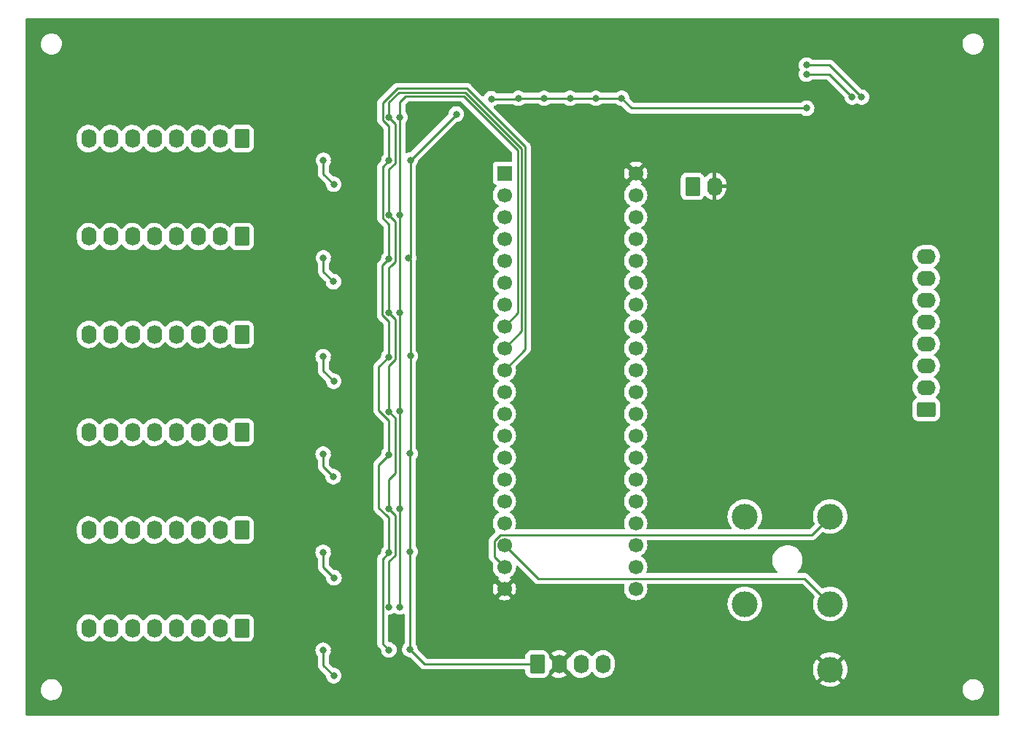
<source format=gbl>
%TF.GenerationSoftware,KiCad,Pcbnew,7.0.9*%
%TF.CreationDate,2024-01-13T15:57:46+01:00*%
%TF.ProjectId,daisy-drums,64616973-792d-4647-9275-6d732e6b6963,v02*%
%TF.SameCoordinates,Original*%
%TF.FileFunction,Copper,L2,Bot*%
%TF.FilePolarity,Positive*%
%FSLAX46Y46*%
G04 Gerber Fmt 4.6, Leading zero omitted, Abs format (unit mm)*
G04 Created by KiCad (PCBNEW 7.0.9) date 2024-01-13 15:57:46*
%MOMM*%
%LPD*%
G01*
G04 APERTURE LIST*
G04 Aperture macros list*
%AMRoundRect*
0 Rectangle with rounded corners*
0 $1 Rounding radius*
0 $2 $3 $4 $5 $6 $7 $8 $9 X,Y pos of 4 corners*
0 Add a 4 corners polygon primitive as box body*
4,1,4,$2,$3,$4,$5,$6,$7,$8,$9,$2,$3,0*
0 Add four circle primitives for the rounded corners*
1,1,$1+$1,$2,$3*
1,1,$1+$1,$4,$5*
1,1,$1+$1,$6,$7*
1,1,$1+$1,$8,$9*
0 Add four rect primitives between the rounded corners*
20,1,$1+$1,$2,$3,$4,$5,0*
20,1,$1+$1,$4,$5,$6,$7,0*
20,1,$1+$1,$6,$7,$8,$9,0*
20,1,$1+$1,$8,$9,$2,$3,0*%
G04 Aperture macros list end*
%TA.AperFunction,ComponentPad*%
%ADD10R,1.700000X1.700000*%
%TD*%
%TA.AperFunction,ComponentPad*%
%ADD11C,1.700000*%
%TD*%
%TA.AperFunction,ComponentPad*%
%ADD12RoundRect,0.250000X-0.620000X-0.845000X0.620000X-0.845000X0.620000X0.845000X-0.620000X0.845000X0*%
%TD*%
%TA.AperFunction,ComponentPad*%
%ADD13O,1.740000X2.190000*%
%TD*%
%TA.AperFunction,ComponentPad*%
%ADD14RoundRect,0.250000X0.845000X-0.620000X0.845000X0.620000X-0.845000X0.620000X-0.845000X-0.620000X0*%
%TD*%
%TA.AperFunction,ComponentPad*%
%ADD15O,2.190000X1.740000*%
%TD*%
%TA.AperFunction,ComponentPad*%
%ADD16C,3.000000*%
%TD*%
%TA.AperFunction,ComponentPad*%
%ADD17RoundRect,0.250000X0.620000X0.845000X-0.620000X0.845000X-0.620000X-0.845000X0.620000X-0.845000X0*%
%TD*%
%TA.AperFunction,ViaPad*%
%ADD18C,0.800000*%
%TD*%
%TA.AperFunction,Conductor*%
%ADD19C,0.250000*%
%TD*%
G04 APERTURE END LIST*
D10*
%TO.P,A1,1,USB_ID*%
%TO.N,unconnected-(A1-USB_ID-Pad1)*%
X180594000Y-64008000D03*
D11*
%TO.P,A1,2,SD_DATA_3*%
%TO.N,Net-(A1-SD_DATA_3)*%
X180594000Y-66548000D03*
%TO.P,A1,3,SD_DATA_2*%
%TO.N,Net-(A1-SD_DATA_2)*%
X180594000Y-69088000D03*
%TO.P,A1,4,SD_DATA_1*%
%TO.N,Net-(A1-SD_DATA_1)*%
X180594000Y-71628000D03*
%TO.P,A1,5,SD_DATA_0*%
%TO.N,Net-(A1-SD_DATA_0)*%
X180594000Y-74168000D03*
%TO.P,A1,6,SD_CMD*%
%TO.N,Net-(A1-SD_CMD)*%
X180594000Y-76708000D03*
%TO.P,A1,7,SD_CLK*%
%TO.N,Net-(A1-SD_CLK)*%
X180594000Y-79248000D03*
%TO.P,A1,8,SPI1_CS*%
%TO.N,Net-(A1-SPI1_CS)*%
X180594000Y-81788000D03*
%TO.P,A1,9,SPI1_SCK*%
%TO.N,Net-(A1-SPI1_SCK)*%
X180594000Y-84328000D03*
%TO.P,A1,10,SPI1_POCI*%
%TO.N,Net-(A1-SPI1_POCI)*%
X180594000Y-86868000D03*
%TO.P,A1,11,SPI1_PICO*%
%TO.N,Net-(A1-SPI1_PICO)*%
X180594000Y-89408000D03*
%TO.P,A1,12,I2C1_SCL*%
%TO.N,Net-(A1-I2C1_SCL)*%
X180594000Y-91948000D03*
%TO.P,A1,13,I2C1_SDA*%
%TO.N,Net-(A1-I2C1_SDA)*%
X180594000Y-94488000D03*
%TO.P,A1,14,USART1_TX*%
%TO.N,Net-(A1-USART1_TX)*%
X180594000Y-97028000D03*
%TO.P,A1,15,USART1_RX*%
%TO.N,Net-(A1-USART1_RX)*%
X180594000Y-99568000D03*
%TO.P,A1,16,AUDIO_IN_1*%
%TO.N,unconnected-(A1-AUDIO_IN_1-Pad16)*%
X180594000Y-102108000D03*
%TO.P,A1,17,AUDIO_IN_2*%
%TO.N,unconnected-(A1-AUDIO_IN_2-Pad17)*%
X180594000Y-104648000D03*
%TO.P,A1,18,AUDIO_OUT_1*%
%TO.N,Net-(A1-AUDIO_OUT_1)*%
X180594000Y-107188000D03*
%TO.P,A1,19,AUDIO_OUT_2*%
%TO.N,Net-(A1-AUDIO_OUT_2)*%
X180594000Y-109728000D03*
%TO.P,A1,20,AGND*%
%TO.N,GND*%
X180594000Y-112268000D03*
%TO.P,A1,21,3V3_A*%
%TO.N,VCC*%
X195834000Y-112268000D03*
%TO.P,A1,22,ADC_0*%
%TO.N,Net-(A1-ADC_0)*%
X195834000Y-109728000D03*
%TO.P,A1,23,ADC_1*%
%TO.N,Net-(A1-ADC_1)*%
X195834000Y-107188000D03*
%TO.P,A1,24,ADC_2*%
%TO.N,Net-(A1-ADC_2)*%
X195834000Y-104648000D03*
%TO.P,A1,25,ADC_3*%
%TO.N,unconnected-(A1-ADC_3-Pad25)*%
X195834000Y-102108000D03*
%TO.P,A1,26,ADC_4*%
%TO.N,unconnected-(A1-ADC_4-Pad26)*%
X195834000Y-99568000D03*
%TO.P,A1,27,ADC_5*%
%TO.N,unconnected-(A1-ADC_5-Pad27)*%
X195834000Y-97028000D03*
%TO.P,A1,28,ADC_6*%
%TO.N,unconnected-(A1-ADC_6-Pad28)*%
X195834000Y-94488000D03*
%TO.P,A1,29,DAC_OUT2*%
%TO.N,unconnected-(A1-DAC_OUT2-Pad29)*%
X195834000Y-91948000D03*
%TO.P,A1,30,DAC_OUT1*%
%TO.N,unconnected-(A1-DAC_OUT1-Pad30)*%
X195834000Y-89408000D03*
%TO.P,A1,31,SAI2_MCLK*%
%TO.N,Net-(A1-SAI2_MCLK)*%
X195834000Y-86868000D03*
%TO.P,A1,32,SAI2_SD_B*%
%TO.N,Net-(A1-SAI2_SD_B)*%
X195834000Y-84328000D03*
%TO.P,A1,33,SAI2_SD_A*%
%TO.N,Net-(A1-SAI2_SD_A)*%
X195834000Y-81788000D03*
%TO.P,A1,34,SAI2_FS*%
%TO.N,Net-(A1-SAI2_FS)*%
X195834000Y-79248000D03*
%TO.P,A1,35,SAI2_SCK*%
%TO.N,Net-(A1-SAI2_SCK)*%
X195834000Y-76708000D03*
%TO.P,A1,36,USB_D_-*%
%TO.N,unconnected-(A1-USB_D_--Pad36)*%
X195834000Y-74168000D03*
%TO.P,A1,37,USB_D_+*%
%TO.N,unconnected-(A1-USB_D_+-Pad37)*%
X195834000Y-71628000D03*
%TO.P,A1,38,3V3_D*%
%TO.N,unconnected-(A1-3V3_D-Pad38)*%
X195834000Y-69088000D03*
%TO.P,A1,39,VIN*%
%TO.N,Net-(A1-VIN)*%
X195834000Y-66548000D03*
%TO.P,A1,40,DGND*%
%TO.N,GND*%
X195834000Y-64008000D03*
%TD*%
D12*
%TO.P,J2,1,Pin_1*%
%TO.N,Net-(A1-VIN)*%
X202438000Y-65532000D03*
D13*
%TO.P,J2,2,Pin_2*%
%TO.N,GND*%
X204978000Y-65532000D03*
%TD*%
D12*
%TO.P,J12,1,Pin_1*%
%TO.N,VCC*%
X184404000Y-121031000D03*
D13*
%TO.P,J12,2,Pin_2*%
%TO.N,GND*%
X186944000Y-121031000D03*
%TO.P,J12,3,Pin_3*%
%TO.N,Net-(A1-ADC_1)*%
X189484000Y-121031000D03*
%TO.P,J12,4,Pin_4*%
%TO.N,Net-(A1-ADC_0)*%
X192024000Y-121031000D03*
%TD*%
D14*
%TO.P,J11,1,Pin_1*%
%TO.N,Net-(J11-Pin_1)*%
X229565200Y-91465400D03*
D15*
%TO.P,J11,2,Pin_2*%
%TO.N,Net-(J11-Pin_2)*%
X229565200Y-88925400D03*
%TO.P,J11,3,Pin_3*%
%TO.N,Net-(J11-Pin_3)*%
X229565200Y-86385400D03*
%TO.P,J11,4,Pin_4*%
%TO.N,Net-(J11-Pin_4)*%
X229565200Y-83845400D03*
%TO.P,J11,5,Pin_5*%
%TO.N,Net-(J11-Pin_5)*%
X229565200Y-81305400D03*
%TO.P,J11,6,Pin_6*%
%TO.N,Net-(J11-Pin_6)*%
X229565200Y-78765400D03*
%TO.P,J11,7,Pin_7*%
%TO.N,Net-(J11-Pin_7)*%
X229565200Y-76225400D03*
%TO.P,J11,8,Pin_8*%
%TO.N,Net-(J11-Pin_8)*%
X229565200Y-73685400D03*
%TD*%
D16*
%TO.P,CON1,R*%
%TO.N,Net-(A1-AUDIO_OUT_1)*%
X218412000Y-114046000D03*
%TO.P,CON1,RB*%
%TO.N,unconnected-(CON1-PadRB)*%
X208502000Y-114046000D03*
%TO.P,CON1,S*%
%TO.N,GND*%
X218412000Y-121666000D03*
%TO.P,CON1,T*%
%TO.N,Net-(A1-AUDIO_OUT_2)*%
X218412000Y-103886000D03*
%TO.P,CON1,TB*%
%TO.N,unconnected-(CON1-PadTB)*%
X208502000Y-103886000D03*
%TD*%
D17*
%TO.P,J7,1,Pin_1*%
%TO.N,Net-(J7-Pin_1)*%
X150114000Y-94104000D03*
D13*
%TO.P,J7,2,Pin_2*%
%TO.N,Net-(J7-Pin_2)*%
X147574000Y-94104000D03*
%TO.P,J7,3,Pin_3*%
%TO.N,Net-(J7-Pin_3)*%
X145034000Y-94104000D03*
%TO.P,J7,4,Pin_4*%
%TO.N,Net-(J7-Pin_4)*%
X142494000Y-94104000D03*
%TO.P,J7,5,Pin_5*%
%TO.N,Net-(J7-Pin_5)*%
X139954000Y-94104000D03*
%TO.P,J7,6,Pin_6*%
%TO.N,Net-(J7-Pin_6)*%
X137414000Y-94104000D03*
%TO.P,J7,7,Pin_7*%
%TO.N,Net-(J7-Pin_7)*%
X134874000Y-94104000D03*
%TO.P,J7,8,Pin_8*%
%TO.N,Net-(J7-Pin_8)*%
X132334000Y-94104000D03*
%TD*%
D17*
%TO.P,J4,1,Pin_1*%
%TO.N,Net-(J4-Pin_1)*%
X150114000Y-82736000D03*
D13*
%TO.P,J4,2,Pin_2*%
%TO.N,Net-(J4-Pin_2)*%
X147574000Y-82736000D03*
%TO.P,J4,3,Pin_3*%
%TO.N,Net-(J4-Pin_3)*%
X145034000Y-82736000D03*
%TO.P,J4,4,Pin_4*%
%TO.N,Net-(J4-Pin_4)*%
X142494000Y-82736000D03*
%TO.P,J4,5,Pin_5*%
%TO.N,Net-(J4-Pin_5)*%
X139954000Y-82736000D03*
%TO.P,J4,6,Pin_6*%
%TO.N,Net-(J4-Pin_6)*%
X137414000Y-82736000D03*
%TO.P,J4,7,Pin_7*%
%TO.N,Net-(J4-Pin_7)*%
X134874000Y-82736000D03*
%TO.P,J4,8,Pin_8*%
%TO.N,Net-(J4-Pin_8)*%
X132334000Y-82736000D03*
%TD*%
D17*
%TO.P,J5,1,Pin_1*%
%TO.N,Net-(J5-Pin_1)*%
X150114000Y-105472000D03*
D13*
%TO.P,J5,2,Pin_2*%
%TO.N,Net-(J5-Pin_2)*%
X147574000Y-105472000D03*
%TO.P,J5,3,Pin_3*%
%TO.N,Net-(J5-Pin_3)*%
X145034000Y-105472000D03*
%TO.P,J5,4,Pin_4*%
%TO.N,Net-(J5-Pin_4)*%
X142494000Y-105472000D03*
%TO.P,J5,5,Pin_5*%
%TO.N,Net-(J5-Pin_5)*%
X139954000Y-105472000D03*
%TO.P,J5,6,Pin_6*%
%TO.N,Net-(J5-Pin_6)*%
X137414000Y-105472000D03*
%TO.P,J5,7,Pin_7*%
%TO.N,Net-(J5-Pin_7)*%
X134874000Y-105472000D03*
%TO.P,J5,8,Pin_8*%
%TO.N,Net-(J5-Pin_8)*%
X132334000Y-105472000D03*
%TD*%
D17*
%TO.P,J8,1,Pin_1*%
%TO.N,Net-(J8-Pin_1)*%
X150114000Y-116840000D03*
D13*
%TO.P,J8,2,Pin_2*%
%TO.N,Net-(J8-Pin_2)*%
X147574000Y-116840000D03*
%TO.P,J8,3,Pin_3*%
%TO.N,Net-(J8-Pin_3)*%
X145034000Y-116840000D03*
%TO.P,J8,4,Pin_4*%
%TO.N,Net-(J8-Pin_4)*%
X142494000Y-116840000D03*
%TO.P,J8,5,Pin_5*%
%TO.N,Net-(J8-Pin_5)*%
X139954000Y-116840000D03*
%TO.P,J8,6,Pin_6*%
%TO.N,Net-(J8-Pin_6)*%
X137414000Y-116840000D03*
%TO.P,J8,7,Pin_7*%
%TO.N,Net-(J8-Pin_7)*%
X134874000Y-116840000D03*
%TO.P,J8,8,Pin_8*%
%TO.N,Net-(J8-Pin_8)*%
X132334000Y-116840000D03*
%TD*%
D17*
%TO.P,J6,1,Pin_1*%
%TO.N,Net-(J6-Pin_1)*%
X150114000Y-71368000D03*
D13*
%TO.P,J6,2,Pin_2*%
%TO.N,Net-(J6-Pin_2)*%
X147574000Y-71368000D03*
%TO.P,J6,3,Pin_3*%
%TO.N,Net-(J6-Pin_3)*%
X145034000Y-71368000D03*
%TO.P,J6,4,Pin_4*%
%TO.N,Net-(J6-Pin_4)*%
X142494000Y-71368000D03*
%TO.P,J6,5,Pin_5*%
%TO.N,Net-(J6-Pin_5)*%
X139954000Y-71368000D03*
%TO.P,J6,6,Pin_6*%
%TO.N,Net-(J6-Pin_6)*%
X137414000Y-71368000D03*
%TO.P,J6,7,Pin_7*%
%TO.N,Net-(J6-Pin_7)*%
X134874000Y-71368000D03*
%TO.P,J6,8,Pin_8*%
%TO.N,Net-(J6-Pin_8)*%
X132334000Y-71368000D03*
%TD*%
D17*
%TO.P,J3,1,Pin_1*%
%TO.N,Net-(J3-Pin_1)*%
X150114000Y-60000000D03*
D13*
%TO.P,J3,2,Pin_2*%
%TO.N,Net-(J3-Pin_2)*%
X147574000Y-60000000D03*
%TO.P,J3,3,Pin_3*%
%TO.N,Net-(J3-Pin_3)*%
X145034000Y-60000000D03*
%TO.P,J3,4,Pin_4*%
%TO.N,Net-(J3-Pin_4)*%
X142494000Y-60000000D03*
%TO.P,J3,5,Pin_5*%
%TO.N,Net-(J3-Pin_5)*%
X139954000Y-60000000D03*
%TO.P,J3,6,Pin_6*%
%TO.N,Net-(J3-Pin_6)*%
X137414000Y-60000000D03*
%TO.P,J3,7,Pin_7*%
%TO.N,Net-(J3-Pin_7)*%
X134874000Y-60000000D03*
%TO.P,J3,8,Pin_8*%
%TO.N,Net-(J3-Pin_8)*%
X132334000Y-60000000D03*
%TD*%
D18*
%TO.N,Net-(A1-SD_DATA_3)*%
X215671400Y-51460400D03*
X222060600Y-55175800D03*
%TO.N,Net-(A1-SD_DATA_2)*%
X220960600Y-55175800D03*
X215671400Y-52501300D03*
%TO.N,Net-(A1-SPI1_CS)*%
X168452800Y-91668600D03*
X168452800Y-103022400D03*
X168452800Y-57531000D03*
X168452800Y-114401600D03*
X168452800Y-80213200D03*
X168452800Y-68884800D03*
%TO.N,Net-(A1-SPI1_SCK)*%
X167182800Y-57531000D03*
X167182800Y-68910200D03*
X167182800Y-103022400D03*
X167182800Y-114401600D03*
X167157400Y-80213200D03*
X167182800Y-91694000D03*
%TO.N,Net-(A1-SPI1_POCI)*%
X167182800Y-73964800D03*
X167182800Y-85344000D03*
X167182800Y-108077000D03*
X167182800Y-119380000D03*
X167182800Y-96697800D03*
X167182800Y-62534800D03*
%TO.N,Net-(A1-SPI1_PICO)*%
X159588200Y-62534800D03*
X160782000Y-65303400D03*
%TO.N,Net-(A1-I2C1_SCL)*%
X160756600Y-76606400D03*
X159588200Y-73863200D03*
%TO.N,Net-(A1-I2C1_SDA)*%
X159562800Y-85318600D03*
X160782000Y-88188800D03*
%TO.N,Net-(A1-USART1_RX)*%
X159562800Y-108051600D03*
X160807400Y-110998000D03*
%TO.N,GND*%
X159512000Y-57658000D03*
X159512000Y-91694000D03*
X159512000Y-68834000D03*
X160782000Y-62484000D03*
X160782000Y-119380000D03*
X160782000Y-107950000D03*
X159512000Y-80264000D03*
X160782000Y-85344000D03*
X160782000Y-96520000D03*
X160782000Y-73914000D03*
X159512000Y-114300000D03*
X159512000Y-103124000D03*
%TO.N,VCC*%
X175006000Y-57150000D03*
X169646600Y-107975400D03*
X169468800Y-73863200D03*
X215671400Y-56464200D03*
X169621200Y-119329200D03*
X188214000Y-55309000D03*
X191214000Y-55309000D03*
X194214000Y-55309000D03*
X169672000Y-62484000D03*
X185214000Y-55309000D03*
X169646600Y-96596200D03*
X169672000Y-85242400D03*
X182214000Y-55309000D03*
X179070000Y-55372000D03*
%TO.N,Net-(A1-ADC_2)*%
X159562800Y-119430800D03*
X160782000Y-122377200D03*
%TO.N,Net-(A1-USART1_TX)*%
X159562800Y-96647000D03*
X160731200Y-99263200D03*
%TD*%
D19*
%TO.N,Net-(A1-SD_DATA_3)*%
X215696800Y-51460400D02*
X218345200Y-51460400D01*
X218345200Y-51460400D02*
X222060600Y-55175800D01*
%TO.N,Net-(A1-SD_DATA_2)*%
X215671400Y-52501300D02*
X218286100Y-52501300D01*
X218286100Y-52501300D02*
X220960600Y-55175800D01*
%TO.N,Net-(A1-SPI1_CS)*%
X168452800Y-68884800D02*
X168452800Y-57531000D01*
X168452800Y-103022400D02*
X168452800Y-91668600D01*
X182143400Y-80238600D02*
X182143400Y-61341000D01*
X168452800Y-55753000D02*
X168452800Y-57531000D01*
X175869600Y-55067200D02*
X169138600Y-55067200D01*
X180594000Y-81788000D02*
X182143400Y-80238600D01*
X169138600Y-55067200D02*
X168452800Y-55753000D01*
X182143400Y-61341000D02*
X175869600Y-55067200D01*
X168452800Y-114401600D02*
X168452800Y-103022400D01*
X168452800Y-91668600D02*
X168452800Y-80213200D01*
X168452800Y-80213200D02*
X168452800Y-68884800D01*
%TO.N,Net-(A1-SPI1_SCK)*%
X167182800Y-68910200D02*
X167182800Y-63576200D01*
X167182800Y-86385400D02*
X167907800Y-85660400D01*
X167157400Y-68935600D02*
X167182800Y-68910200D01*
X167182800Y-91694000D02*
X167182800Y-86385400D01*
X167907800Y-98843000D02*
X167907800Y-92419000D01*
X167473800Y-74689800D02*
X167483105Y-74689800D01*
X167182800Y-55778400D02*
X168344000Y-54617200D01*
X167907800Y-85660400D02*
X167907800Y-80963600D01*
X167907800Y-108377305D02*
X167907800Y-103747400D01*
X167182800Y-91694000D02*
X167132000Y-91643200D01*
X167182800Y-63576200D02*
X167907800Y-62851200D01*
X167157400Y-80213200D02*
X167157400Y-75006200D01*
X176055996Y-54617200D02*
X182593400Y-61154604D01*
X167157400Y-75006200D02*
X167473800Y-74689800D01*
X167907800Y-69635200D02*
X167182800Y-68910200D01*
X168344000Y-54617200D02*
X176055996Y-54617200D01*
X167907800Y-92419000D02*
X167182800Y-91694000D01*
X167208200Y-109076905D02*
X167907800Y-108377305D01*
X167907800Y-62851200D02*
X167907800Y-58256000D01*
X167182800Y-114401600D02*
X167208200Y-114376200D01*
X167907800Y-103747400D02*
X167182800Y-103022400D01*
X167182800Y-57531000D02*
X167182800Y-55778400D01*
X167907800Y-58256000D02*
X167182800Y-57531000D01*
X167208200Y-114376200D02*
X167208200Y-109076905D01*
X167182800Y-103022400D02*
X167182800Y-99568000D01*
X167907800Y-80963600D02*
X167157400Y-80213200D01*
X182593400Y-61154604D02*
X182593400Y-82328600D01*
X167907800Y-74265105D02*
X167907800Y-69635200D01*
X167182800Y-99568000D02*
X167907800Y-98843000D01*
X182593400Y-82328600D02*
X180594000Y-84328000D01*
X167483105Y-74689800D02*
X167907800Y-74265105D01*
%TO.N,Net-(A1-SPI1_POCI)*%
X167182800Y-73964800D02*
X167182800Y-69951600D01*
X166432400Y-74715200D02*
X167182800Y-73964800D01*
X166866400Y-80938200D02*
X166857095Y-80938200D01*
X166457800Y-69226600D02*
X166457800Y-63259800D01*
X166007800Y-97872800D02*
X167182800Y-96697800D01*
X183043400Y-84418600D02*
X180594000Y-86868000D01*
X166007800Y-102872705D02*
X166007800Y-97872800D01*
X167182800Y-104038400D02*
X166891800Y-103747400D01*
X166457800Y-55867004D02*
X168157604Y-54167200D01*
X167182800Y-108077000D02*
X167182800Y-104038400D01*
X166891800Y-103747400D02*
X166882495Y-103747400D01*
X166021600Y-86505200D02*
X167182800Y-85344000D01*
X167182800Y-69951600D02*
X166457800Y-69226600D01*
X183043400Y-60945600D02*
X183043400Y-84418600D01*
X167182800Y-96697800D02*
X167182800Y-92719305D01*
X166021600Y-91558105D02*
X166021600Y-86505200D01*
X167182800Y-85344000D02*
X167182800Y-81254600D01*
X166432400Y-80513505D02*
X166432400Y-74715200D01*
X166457800Y-118655000D02*
X166457800Y-108802000D01*
X167182800Y-81254600D02*
X166866400Y-80938200D01*
X167182800Y-62534800D02*
X167182800Y-58572400D01*
X167182800Y-92719305D02*
X166021600Y-91558105D01*
X166857095Y-80938200D02*
X166432400Y-80513505D01*
X166457800Y-108802000D02*
X167182800Y-108077000D01*
X176265000Y-54167200D02*
X183043400Y-60945600D01*
X166882495Y-103747400D02*
X166007800Y-102872705D01*
X166457800Y-63259800D02*
X167182800Y-62534800D01*
X167182800Y-58572400D02*
X166457800Y-57847400D01*
X167182800Y-119380000D02*
X166457800Y-118655000D01*
X166457800Y-57847400D02*
X166457800Y-55867004D01*
X168157604Y-54167200D02*
X176265000Y-54167200D01*
%TO.N,Net-(A1-SPI1_PICO)*%
X159588200Y-62534800D02*
X159588200Y-64109600D01*
X159588200Y-64109600D02*
X160782000Y-65303400D01*
%TO.N,Net-(A1-I2C1_SCL)*%
X159588200Y-73863200D02*
X159588200Y-75438000D01*
X159588200Y-75438000D02*
X160756600Y-76606400D01*
%TO.N,Net-(A1-I2C1_SDA)*%
X159562800Y-86969600D02*
X160782000Y-88188800D01*
X159562800Y-85318600D02*
X159562800Y-86969600D01*
%TO.N,Net-(A1-USART1_RX)*%
X159562800Y-108051600D02*
X159562800Y-109753400D01*
X159562800Y-109753400D02*
X160807400Y-110998000D01*
%TO.N,Net-(A1-AUDIO_OUT_1)*%
X184499000Y-111093000D02*
X180594000Y-107188000D01*
X215459000Y-111093000D02*
X184499000Y-111093000D01*
X218412000Y-114046000D02*
X215459000Y-111093000D01*
%TO.N,Net-(A1-AUDIO_OUT_2)*%
X179419000Y-108553000D02*
X180594000Y-109728000D01*
X218412000Y-103886000D02*
X216285000Y-106013000D01*
X180107299Y-106013000D02*
X179419000Y-106701299D01*
X179419000Y-106701299D02*
X179419000Y-108553000D01*
X216285000Y-106013000D02*
X180107299Y-106013000D01*
%TO.N,VCC*%
X179070000Y-55372000D02*
X182151000Y-55372000D01*
X185214000Y-55309000D02*
X188214000Y-55309000D01*
X169672000Y-85242400D02*
X169672000Y-74066400D01*
X169672000Y-73660000D02*
X169468800Y-73863200D01*
X182151000Y-55372000D02*
X182214000Y-55309000D01*
X169672000Y-85242400D02*
X169672000Y-96570800D01*
X169672000Y-74066400D02*
X169468800Y-73863200D01*
X169672000Y-62484000D02*
X169672000Y-73660000D01*
X169646600Y-119303800D02*
X169621200Y-119329200D01*
X182214000Y-55309000D02*
X185214000Y-55309000D01*
X191214000Y-55309000D02*
X194214000Y-55309000D01*
X188214000Y-55309000D02*
X191214000Y-55309000D01*
X169646600Y-96596200D02*
X169646600Y-107975400D01*
X171323000Y-121031000D02*
X184404000Y-121031000D01*
X169672000Y-62484000D02*
X175006000Y-57150000D01*
X195369200Y-56464200D02*
X194214000Y-55309000D01*
X169646600Y-107975400D02*
X169646600Y-119303800D01*
X215849200Y-56464200D02*
X195369200Y-56464200D01*
X169621200Y-119329200D02*
X171323000Y-121031000D01*
X169672000Y-96570800D02*
X169646600Y-96596200D01*
%TO.N,Net-(A1-ADC_2)*%
X159562800Y-121158000D02*
X160782000Y-122377200D01*
X159562800Y-119430800D02*
X159562800Y-121158000D01*
%TO.N,Net-(A1-USART1_TX)*%
X159562800Y-96647000D02*
X159562800Y-98094800D01*
X159562800Y-98094800D02*
X160731200Y-99263200D01*
%TD*%
%TA.AperFunction,Conductor*%
%TO.N,GND*%
G36*
X237942539Y-46020185D02*
G01*
X237988294Y-46072989D01*
X237999500Y-46124500D01*
X237999500Y-126875500D01*
X237979815Y-126942539D01*
X237927011Y-126988294D01*
X237875500Y-126999500D01*
X125124500Y-126999500D01*
X125057461Y-126979815D01*
X125011706Y-126927011D01*
X125000500Y-126875500D01*
X125000500Y-124055294D01*
X126768779Y-124055294D01*
X126783698Y-124165433D01*
X126798438Y-124274251D01*
X126866718Y-124484391D01*
X126971416Y-124678953D01*
X126971420Y-124678960D01*
X127109183Y-124851708D01*
X127275569Y-124997077D01*
X127275570Y-124997078D01*
X127275574Y-124997080D01*
X127275577Y-124997083D01*
X127465255Y-125110410D01*
X127672120Y-125188048D01*
X127889520Y-125227500D01*
X127889523Y-125227500D01*
X128055126Y-125227500D01*
X128055133Y-125227500D01*
X128220065Y-125212656D01*
X128309230Y-125188048D01*
X128433046Y-125153877D01*
X128433048Y-125153876D01*
X128433056Y-125153874D01*
X128632129Y-125058006D01*
X128741074Y-124978851D01*
X128810878Y-124928137D01*
X128810880Y-124928134D01*
X128810884Y-124928132D01*
X128963578Y-124768427D01*
X129085301Y-124584025D01*
X129172141Y-124380852D01*
X129221308Y-124165437D01*
X129226255Y-124055294D01*
X233768779Y-124055294D01*
X233783698Y-124165433D01*
X233798438Y-124274251D01*
X233866718Y-124484391D01*
X233971416Y-124678953D01*
X233971420Y-124678960D01*
X234109183Y-124851708D01*
X234275569Y-124997077D01*
X234275570Y-124997078D01*
X234275574Y-124997080D01*
X234275577Y-124997083D01*
X234465255Y-125110410D01*
X234672120Y-125188048D01*
X234889520Y-125227500D01*
X234889523Y-125227500D01*
X235055126Y-125227500D01*
X235055133Y-125227500D01*
X235220065Y-125212656D01*
X235309230Y-125188048D01*
X235433046Y-125153877D01*
X235433048Y-125153876D01*
X235433056Y-125153874D01*
X235632129Y-125058006D01*
X235741074Y-124978851D01*
X235810878Y-124928137D01*
X235810880Y-124928134D01*
X235810884Y-124928132D01*
X235963578Y-124768427D01*
X236085301Y-124584025D01*
X236172141Y-124380852D01*
X236221308Y-124165437D01*
X236231221Y-123944706D01*
X236201562Y-123725751D01*
X236133283Y-123515612D01*
X236028580Y-123321040D01*
X235890817Y-123148292D01*
X235803346Y-123071870D01*
X235724430Y-123002922D01*
X235724429Y-123002921D01*
X235724424Y-123002918D01*
X235724423Y-123002917D01*
X235534745Y-122889590D01*
X235418936Y-122846126D01*
X235327879Y-122811951D01*
X235110480Y-122772500D01*
X235110477Y-122772500D01*
X234944867Y-122772500D01*
X234912125Y-122775446D01*
X234779934Y-122787343D01*
X234566953Y-122846122D01*
X234566940Y-122846127D01*
X234367877Y-122941990D01*
X234367870Y-122941994D01*
X234189121Y-123071862D01*
X234189113Y-123071870D01*
X234036423Y-123231571D01*
X233914700Y-123415971D01*
X233872114Y-123515608D01*
X233840365Y-123589890D01*
X233827859Y-123619149D01*
X233827856Y-123619158D01*
X233778692Y-123834559D01*
X233778692Y-123834563D01*
X233768779Y-124055294D01*
X129226255Y-124055294D01*
X129231221Y-123944706D01*
X129201562Y-123725751D01*
X129133283Y-123515612D01*
X129028580Y-123321040D01*
X128890817Y-123148292D01*
X128803346Y-123071870D01*
X128724430Y-123002922D01*
X128724429Y-123002921D01*
X128724424Y-123002918D01*
X128724423Y-123002917D01*
X128534745Y-122889590D01*
X128418936Y-122846126D01*
X128327879Y-122811951D01*
X128110480Y-122772500D01*
X128110477Y-122772500D01*
X127944867Y-122772500D01*
X127912125Y-122775446D01*
X127779934Y-122787343D01*
X127566953Y-122846122D01*
X127566940Y-122846127D01*
X127367877Y-122941990D01*
X127367870Y-122941994D01*
X127189121Y-123071862D01*
X127189113Y-123071870D01*
X127036423Y-123231571D01*
X126914700Y-123415971D01*
X126872114Y-123515608D01*
X126840365Y-123589890D01*
X126827859Y-123619149D01*
X126827856Y-123619158D01*
X126778692Y-123834559D01*
X126778692Y-123834563D01*
X126768779Y-124055294D01*
X125000500Y-124055294D01*
X125000500Y-119430800D01*
X158657340Y-119430800D01*
X158677126Y-119619056D01*
X158677127Y-119619059D01*
X158735618Y-119799077D01*
X158735621Y-119799084D01*
X158830267Y-119963016D01*
X158844836Y-119979196D01*
X158905450Y-120046515D01*
X158935680Y-120109506D01*
X158937300Y-120129487D01*
X158937300Y-121075255D01*
X158935575Y-121090872D01*
X158935861Y-121090899D01*
X158935126Y-121098665D01*
X158937300Y-121167814D01*
X158937300Y-121197343D01*
X158937301Y-121197360D01*
X158938168Y-121204231D01*
X158938626Y-121210050D01*
X158940090Y-121256624D01*
X158940091Y-121256627D01*
X158945680Y-121275867D01*
X158949624Y-121294911D01*
X158951840Y-121312446D01*
X158952136Y-121314791D01*
X158969290Y-121358119D01*
X158971182Y-121363647D01*
X158984181Y-121408388D01*
X158994380Y-121425634D01*
X159002936Y-121443100D01*
X159010314Y-121461732D01*
X159023761Y-121480241D01*
X159037698Y-121499423D01*
X159040906Y-121504307D01*
X159064627Y-121544416D01*
X159064633Y-121544424D01*
X159078790Y-121558580D01*
X159091427Y-121573375D01*
X159103206Y-121589587D01*
X159128709Y-121610685D01*
X159139109Y-121619288D01*
X159143420Y-121623210D01*
X159709149Y-122188940D01*
X159843038Y-122322829D01*
X159876523Y-122384152D01*
X159878678Y-122397548D01*
X159879456Y-122404949D01*
X159896326Y-122565456D01*
X159896327Y-122565459D01*
X159954818Y-122745477D01*
X159954821Y-122745484D01*
X160049467Y-122909416D01*
X160176129Y-123050088D01*
X160329265Y-123161348D01*
X160329270Y-123161351D01*
X160502192Y-123238342D01*
X160502197Y-123238344D01*
X160687354Y-123277700D01*
X160687355Y-123277700D01*
X160876644Y-123277700D01*
X160876646Y-123277700D01*
X161061803Y-123238344D01*
X161234730Y-123161351D01*
X161387871Y-123050088D01*
X161514533Y-122909416D01*
X161609179Y-122745484D01*
X161667674Y-122565456D01*
X161687460Y-122377200D01*
X161667674Y-122188944D01*
X161609179Y-122008916D01*
X161514533Y-121844984D01*
X161387871Y-121704312D01*
X161387870Y-121704311D01*
X161234734Y-121593051D01*
X161234729Y-121593048D01*
X161061807Y-121516057D01*
X161061802Y-121516055D01*
X160893305Y-121480241D01*
X160876646Y-121476700D01*
X160876645Y-121476700D01*
X160817453Y-121476700D01*
X160750414Y-121457015D01*
X160729772Y-121440381D01*
X160224619Y-120935228D01*
X160191134Y-120873905D01*
X160188300Y-120847547D01*
X160188300Y-120129487D01*
X160207985Y-120062448D01*
X160220150Y-120046515D01*
X160238691Y-120025922D01*
X160295333Y-119963016D01*
X160389979Y-119799084D01*
X160448474Y-119619056D01*
X160468260Y-119430800D01*
X160448474Y-119242544D01*
X160389979Y-119062516D01*
X160295333Y-118898584D01*
X160168671Y-118757912D01*
X160168670Y-118757911D01*
X160015534Y-118646651D01*
X160015529Y-118646648D01*
X159842607Y-118569657D01*
X159842602Y-118569655D01*
X159696801Y-118538665D01*
X159657446Y-118530300D01*
X159468154Y-118530300D01*
X159435697Y-118537198D01*
X159282997Y-118569655D01*
X159282992Y-118569657D01*
X159110070Y-118646648D01*
X159110065Y-118646651D01*
X158956929Y-118757911D01*
X158830266Y-118898585D01*
X158735621Y-119062515D01*
X158735618Y-119062522D01*
X158693633Y-119191740D01*
X158677126Y-119242544D01*
X158657340Y-119430800D01*
X125000500Y-119430800D01*
X125000500Y-117123221D01*
X130963500Y-117123221D01*
X130978328Y-117297446D01*
X130978329Y-117297448D01*
X131037114Y-117523218D01*
X131132850Y-117735009D01*
X131133208Y-117735802D01*
X131263847Y-117929088D01*
X131335964Y-118004334D01*
X131425272Y-118097516D01*
X131425273Y-118097517D01*
X131612834Y-118236237D01*
X131612836Y-118236238D01*
X131612839Y-118236240D01*
X131821153Y-118341270D01*
X132044220Y-118409583D01*
X132275624Y-118439216D01*
X132508707Y-118429314D01*
X132736765Y-118380164D01*
X132953235Y-118293179D01*
X133151891Y-118170862D01*
X133327018Y-118016731D01*
X133473578Y-117835220D01*
X133496103Y-117794899D01*
X133545982Y-117745972D01*
X133614395Y-117731779D01*
X133679621Y-117756826D01*
X133707092Y-117785935D01*
X133803847Y-117929088D01*
X133875964Y-118004334D01*
X133965272Y-118097516D01*
X133965273Y-118097517D01*
X134152834Y-118236237D01*
X134152836Y-118236238D01*
X134152839Y-118236240D01*
X134361153Y-118341270D01*
X134584220Y-118409583D01*
X134815624Y-118439216D01*
X135048707Y-118429314D01*
X135276765Y-118380164D01*
X135493235Y-118293179D01*
X135691891Y-118170862D01*
X135867018Y-118016731D01*
X136013578Y-117835220D01*
X136036103Y-117794899D01*
X136085982Y-117745972D01*
X136154395Y-117731779D01*
X136219621Y-117756826D01*
X136247092Y-117785935D01*
X136343847Y-117929088D01*
X136415964Y-118004334D01*
X136505272Y-118097516D01*
X136505273Y-118097517D01*
X136692834Y-118236237D01*
X136692836Y-118236238D01*
X136692839Y-118236240D01*
X136901153Y-118341270D01*
X137124220Y-118409583D01*
X137355624Y-118439216D01*
X137588707Y-118429314D01*
X137816765Y-118380164D01*
X138033235Y-118293179D01*
X138231891Y-118170862D01*
X138407018Y-118016731D01*
X138553578Y-117835220D01*
X138576103Y-117794899D01*
X138625982Y-117745972D01*
X138694395Y-117731779D01*
X138759621Y-117756826D01*
X138787092Y-117785935D01*
X138883847Y-117929088D01*
X138955964Y-118004334D01*
X139045272Y-118097516D01*
X139045273Y-118097517D01*
X139232834Y-118236237D01*
X139232836Y-118236238D01*
X139232839Y-118236240D01*
X139441153Y-118341270D01*
X139664220Y-118409583D01*
X139895624Y-118439216D01*
X140128707Y-118429314D01*
X140356765Y-118380164D01*
X140573235Y-118293179D01*
X140771891Y-118170862D01*
X140947018Y-118016731D01*
X141093578Y-117835220D01*
X141116103Y-117794899D01*
X141165982Y-117745972D01*
X141234395Y-117731779D01*
X141299621Y-117756826D01*
X141327092Y-117785935D01*
X141423847Y-117929088D01*
X141495964Y-118004334D01*
X141585272Y-118097516D01*
X141585273Y-118097517D01*
X141772834Y-118236237D01*
X141772836Y-118236238D01*
X141772839Y-118236240D01*
X141981153Y-118341270D01*
X142204220Y-118409583D01*
X142435624Y-118439216D01*
X142668707Y-118429314D01*
X142896765Y-118380164D01*
X143113235Y-118293179D01*
X143311891Y-118170862D01*
X143487018Y-118016731D01*
X143633578Y-117835220D01*
X143656103Y-117794899D01*
X143705982Y-117745972D01*
X143774395Y-117731779D01*
X143839621Y-117756826D01*
X143867092Y-117785935D01*
X143963847Y-117929088D01*
X144035964Y-118004334D01*
X144125272Y-118097516D01*
X144125273Y-118097517D01*
X144312834Y-118236237D01*
X144312836Y-118236238D01*
X144312839Y-118236240D01*
X144521153Y-118341270D01*
X144744220Y-118409583D01*
X144975624Y-118439216D01*
X145208707Y-118429314D01*
X145436765Y-118380164D01*
X145653235Y-118293179D01*
X145851891Y-118170862D01*
X146027018Y-118016731D01*
X146173578Y-117835220D01*
X146196103Y-117794899D01*
X146245982Y-117745972D01*
X146314395Y-117731779D01*
X146379621Y-117756826D01*
X146407092Y-117785935D01*
X146503847Y-117929088D01*
X146575964Y-118004334D01*
X146665272Y-118097516D01*
X146665273Y-118097517D01*
X146852834Y-118236237D01*
X146852836Y-118236238D01*
X146852839Y-118236240D01*
X147061153Y-118341270D01*
X147284220Y-118409583D01*
X147515624Y-118439216D01*
X147748707Y-118429314D01*
X147976765Y-118380164D01*
X148193235Y-118293179D01*
X148391891Y-118170862D01*
X148567018Y-118016731D01*
X148599335Y-117976706D01*
X148656763Y-117936915D01*
X148726590Y-117934488D01*
X148786645Y-117970198D01*
X148808193Y-118002204D01*
X148809185Y-118004331D01*
X148809186Y-118004334D01*
X148901288Y-118153656D01*
X149025344Y-118277712D01*
X149174666Y-118369814D01*
X149341203Y-118424999D01*
X149443991Y-118435500D01*
X150784008Y-118435499D01*
X150886797Y-118424999D01*
X151053334Y-118369814D01*
X151202656Y-118277712D01*
X151326712Y-118153656D01*
X151418814Y-118004334D01*
X151473999Y-117837797D01*
X151484500Y-117735009D01*
X151484499Y-115944992D01*
X151473999Y-115842203D01*
X151418814Y-115675666D01*
X151326712Y-115526344D01*
X151202656Y-115402288D01*
X151099616Y-115338733D01*
X151053336Y-115310187D01*
X151053331Y-115310185D01*
X151028932Y-115302100D01*
X150886797Y-115255001D01*
X150886795Y-115255000D01*
X150784010Y-115244500D01*
X149443998Y-115244500D01*
X149443981Y-115244501D01*
X149341203Y-115255000D01*
X149341200Y-115255001D01*
X149174668Y-115310185D01*
X149174663Y-115310187D01*
X149025342Y-115402289D01*
X148901289Y-115526342D01*
X148809186Y-115675666D01*
X148808126Y-115677940D01*
X148806983Y-115679237D01*
X148805395Y-115681813D01*
X148804954Y-115681541D01*
X148761953Y-115730379D01*
X148694759Y-115749530D01*
X148627878Y-115729314D01*
X148606222Y-115711335D01*
X148482727Y-115582483D01*
X148482726Y-115582482D01*
X148295165Y-115443762D01*
X148288122Y-115440211D01*
X148086847Y-115338730D01*
X147863780Y-115270417D01*
X147863778Y-115270416D01*
X147863776Y-115270416D01*
X147632370Y-115240783D01*
X147399299Y-115250685D01*
X147399290Y-115250686D01*
X147171233Y-115299836D01*
X147171230Y-115299837D01*
X146954768Y-115386819D01*
X146756110Y-115509137D01*
X146580980Y-115663270D01*
X146580977Y-115663273D01*
X146434426Y-115844773D01*
X146434421Y-115844779D01*
X146411895Y-115885103D01*
X146362014Y-115934029D01*
X146293601Y-115948220D01*
X146228375Y-115923171D01*
X146200907Y-115894064D01*
X146104153Y-115750912D01*
X145942728Y-115582484D01*
X145942727Y-115582483D01*
X145942726Y-115582482D01*
X145755165Y-115443762D01*
X145748122Y-115440211D01*
X145546847Y-115338730D01*
X145323780Y-115270417D01*
X145323778Y-115270416D01*
X145323776Y-115270416D01*
X145092370Y-115240783D01*
X144859299Y-115250685D01*
X144859290Y-115250686D01*
X144631233Y-115299836D01*
X144631230Y-115299837D01*
X144414768Y-115386819D01*
X144216110Y-115509137D01*
X144040980Y-115663270D01*
X144040977Y-115663273D01*
X143894426Y-115844773D01*
X143894421Y-115844779D01*
X143871895Y-115885103D01*
X143822014Y-115934029D01*
X143753601Y-115948220D01*
X143688375Y-115923171D01*
X143660907Y-115894064D01*
X143564153Y-115750912D01*
X143402728Y-115582484D01*
X143402727Y-115582483D01*
X143402726Y-115582482D01*
X143215165Y-115443762D01*
X143208122Y-115440211D01*
X143006847Y-115338730D01*
X142783780Y-115270417D01*
X142783778Y-115270416D01*
X142783776Y-115270416D01*
X142552370Y-115240783D01*
X142319299Y-115250685D01*
X142319290Y-115250686D01*
X142091233Y-115299836D01*
X142091230Y-115299837D01*
X141874768Y-115386819D01*
X141676110Y-115509137D01*
X141500980Y-115663270D01*
X141500977Y-115663273D01*
X141354426Y-115844773D01*
X141354421Y-115844779D01*
X141331895Y-115885103D01*
X141282014Y-115934029D01*
X141213601Y-115948220D01*
X141148375Y-115923171D01*
X141120907Y-115894064D01*
X141024153Y-115750912D01*
X140862728Y-115582484D01*
X140862727Y-115582483D01*
X140862726Y-115582482D01*
X140675165Y-115443762D01*
X140668122Y-115440211D01*
X140466847Y-115338730D01*
X140243780Y-115270417D01*
X140243778Y-115270416D01*
X140243776Y-115270416D01*
X140012370Y-115240783D01*
X139779299Y-115250685D01*
X139779290Y-115250686D01*
X139551233Y-115299836D01*
X139551230Y-115299837D01*
X139334768Y-115386819D01*
X139136110Y-115509137D01*
X138960980Y-115663270D01*
X138960977Y-115663273D01*
X138814426Y-115844773D01*
X138814421Y-115844779D01*
X138791895Y-115885103D01*
X138742014Y-115934029D01*
X138673601Y-115948220D01*
X138608375Y-115923171D01*
X138580907Y-115894064D01*
X138484153Y-115750912D01*
X138322728Y-115582484D01*
X138322727Y-115582483D01*
X138322726Y-115582482D01*
X138135165Y-115443762D01*
X138128122Y-115440211D01*
X137926847Y-115338730D01*
X137703780Y-115270417D01*
X137703778Y-115270416D01*
X137703776Y-115270416D01*
X137472370Y-115240783D01*
X137239299Y-115250685D01*
X137239290Y-115250686D01*
X137011233Y-115299836D01*
X137011230Y-115299837D01*
X136794768Y-115386819D01*
X136596110Y-115509137D01*
X136420980Y-115663270D01*
X136420977Y-115663273D01*
X136274426Y-115844773D01*
X136274421Y-115844779D01*
X136251895Y-115885103D01*
X136202014Y-115934029D01*
X136133601Y-115948220D01*
X136068375Y-115923171D01*
X136040907Y-115894064D01*
X135944153Y-115750912D01*
X135782728Y-115582484D01*
X135782727Y-115582483D01*
X135782726Y-115582482D01*
X135595165Y-115443762D01*
X135588122Y-115440211D01*
X135386847Y-115338730D01*
X135163780Y-115270417D01*
X135163778Y-115270416D01*
X135163776Y-115270416D01*
X134932370Y-115240783D01*
X134699299Y-115250685D01*
X134699290Y-115250686D01*
X134471233Y-115299836D01*
X134471230Y-115299837D01*
X134254768Y-115386819D01*
X134056110Y-115509137D01*
X133880980Y-115663270D01*
X133880977Y-115663273D01*
X133734426Y-115844773D01*
X133734421Y-115844779D01*
X133711895Y-115885103D01*
X133662014Y-115934029D01*
X133593601Y-115948220D01*
X133528375Y-115923171D01*
X133500907Y-115894064D01*
X133404153Y-115750912D01*
X133242728Y-115582484D01*
X133242727Y-115582483D01*
X133242726Y-115582482D01*
X133055165Y-115443762D01*
X133048122Y-115440211D01*
X132846847Y-115338730D01*
X132623780Y-115270417D01*
X132623778Y-115270416D01*
X132623776Y-115270416D01*
X132392370Y-115240783D01*
X132159299Y-115250685D01*
X132159290Y-115250686D01*
X131931233Y-115299836D01*
X131931230Y-115299837D01*
X131714768Y-115386819D01*
X131516110Y-115509137D01*
X131340980Y-115663270D01*
X131340977Y-115663273D01*
X131194426Y-115844773D01*
X131194421Y-115844779D01*
X131080646Y-116048445D01*
X131002929Y-116268408D01*
X131002926Y-116268420D01*
X130963500Y-116498344D01*
X130963500Y-117123221D01*
X125000500Y-117123221D01*
X125000500Y-108051600D01*
X158657340Y-108051600D01*
X158677126Y-108239856D01*
X158677127Y-108239859D01*
X158735618Y-108419877D01*
X158735621Y-108419884D01*
X158830267Y-108583816D01*
X158868342Y-108626102D01*
X158905450Y-108667315D01*
X158935680Y-108730306D01*
X158937300Y-108750287D01*
X158937300Y-109670655D01*
X158935575Y-109686272D01*
X158935861Y-109686299D01*
X158935126Y-109694065D01*
X158937300Y-109763214D01*
X158937300Y-109792743D01*
X158937301Y-109792760D01*
X158938168Y-109799631D01*
X158938626Y-109805450D01*
X158940090Y-109852024D01*
X158940091Y-109852027D01*
X158945680Y-109871267D01*
X158949624Y-109890311D01*
X158952136Y-109910191D01*
X158969290Y-109953519D01*
X158971182Y-109959047D01*
X158984181Y-110003788D01*
X158994380Y-110021034D01*
X159002938Y-110038503D01*
X159010314Y-110057132D01*
X159037698Y-110094823D01*
X159040906Y-110099707D01*
X159064627Y-110139816D01*
X159064633Y-110139824D01*
X159078790Y-110153980D01*
X159091427Y-110168775D01*
X159103206Y-110184987D01*
X159138093Y-110213848D01*
X159139109Y-110214688D01*
X159143420Y-110218610D01*
X159691302Y-110766493D01*
X159868438Y-110943629D01*
X159901923Y-111004952D01*
X159904078Y-111018348D01*
X159908778Y-111063063D01*
X159921726Y-111186256D01*
X159921727Y-111186259D01*
X159980218Y-111366277D01*
X159980221Y-111366284D01*
X160074867Y-111530216D01*
X160140458Y-111603062D01*
X160201529Y-111670888D01*
X160354665Y-111782148D01*
X160354670Y-111782151D01*
X160527592Y-111859142D01*
X160527597Y-111859144D01*
X160712754Y-111898500D01*
X160712755Y-111898500D01*
X160902044Y-111898500D01*
X160902046Y-111898500D01*
X161087203Y-111859144D01*
X161260130Y-111782151D01*
X161413271Y-111670888D01*
X161539933Y-111530216D01*
X161634579Y-111366284D01*
X161693074Y-111186256D01*
X161712860Y-110998000D01*
X161693074Y-110809744D01*
X161634579Y-110629716D01*
X161539933Y-110465784D01*
X161413271Y-110325112D01*
X161396098Y-110312635D01*
X161260134Y-110213851D01*
X161260129Y-110213848D01*
X161087207Y-110136857D01*
X161087202Y-110136855D01*
X160941401Y-110105865D01*
X160902046Y-110097500D01*
X160902045Y-110097500D01*
X160842853Y-110097500D01*
X160775814Y-110077815D01*
X160755172Y-110061181D01*
X160224619Y-109530628D01*
X160191134Y-109469305D01*
X160188300Y-109442947D01*
X160188300Y-108750287D01*
X160207985Y-108683248D01*
X160220150Y-108667315D01*
X160257258Y-108626102D01*
X160295333Y-108583816D01*
X160389979Y-108419884D01*
X160448474Y-108239856D01*
X160468260Y-108051600D01*
X160448474Y-107863344D01*
X160389979Y-107683316D01*
X160295333Y-107519384D01*
X160168671Y-107378712D01*
X160168670Y-107378711D01*
X160015534Y-107267451D01*
X160015529Y-107267448D01*
X159842607Y-107190457D01*
X159842602Y-107190455D01*
X159696801Y-107159465D01*
X159657446Y-107151100D01*
X159468154Y-107151100D01*
X159435697Y-107157998D01*
X159282997Y-107190455D01*
X159282992Y-107190457D01*
X159110070Y-107267448D01*
X159110065Y-107267451D01*
X158956929Y-107378711D01*
X158830266Y-107519385D01*
X158735621Y-107683315D01*
X158735618Y-107683322D01*
X158677127Y-107863340D01*
X158677126Y-107863344D01*
X158657340Y-108051600D01*
X125000500Y-108051600D01*
X125000500Y-105755221D01*
X130963500Y-105755221D01*
X130978328Y-105929446D01*
X130978329Y-105929448D01*
X131037114Y-106155218D01*
X131131727Y-106364525D01*
X131133208Y-106367802D01*
X131263847Y-106561088D01*
X131339693Y-106640224D01*
X131425272Y-106729516D01*
X131425273Y-106729517D01*
X131612834Y-106868237D01*
X131612836Y-106868238D01*
X131612839Y-106868240D01*
X131821153Y-106973270D01*
X132044220Y-107041583D01*
X132275624Y-107071216D01*
X132508707Y-107061314D01*
X132736765Y-107012164D01*
X132953235Y-106925179D01*
X133151891Y-106802862D01*
X133327018Y-106648731D01*
X133473578Y-106467220D01*
X133496103Y-106426899D01*
X133545982Y-106377972D01*
X133614395Y-106363779D01*
X133679621Y-106388826D01*
X133707092Y-106417935D01*
X133755871Y-106490105D01*
X133803847Y-106561088D01*
X133879693Y-106640224D01*
X133965272Y-106729516D01*
X133965273Y-106729517D01*
X134152834Y-106868237D01*
X134152836Y-106868238D01*
X134152839Y-106868240D01*
X134361153Y-106973270D01*
X134584220Y-107041583D01*
X134815624Y-107071216D01*
X135048707Y-107061314D01*
X135276765Y-107012164D01*
X135493235Y-106925179D01*
X135691891Y-106802862D01*
X135867018Y-106648731D01*
X136013578Y-106467220D01*
X136036103Y-106426899D01*
X136085982Y-106377972D01*
X136154395Y-106363779D01*
X136219621Y-106388826D01*
X136247092Y-106417935D01*
X136295871Y-106490105D01*
X136343847Y-106561088D01*
X136419693Y-106640224D01*
X136505272Y-106729516D01*
X136505273Y-106729517D01*
X136692834Y-106868237D01*
X136692836Y-106868238D01*
X136692839Y-106868240D01*
X136901153Y-106973270D01*
X137124220Y-107041583D01*
X137355624Y-107071216D01*
X137588707Y-107061314D01*
X137816765Y-107012164D01*
X138033235Y-106925179D01*
X138231891Y-106802862D01*
X138407018Y-106648731D01*
X138553578Y-106467220D01*
X138576103Y-106426899D01*
X138625982Y-106377972D01*
X138694395Y-106363779D01*
X138759621Y-106388826D01*
X138787092Y-106417935D01*
X138835871Y-106490105D01*
X138883847Y-106561088D01*
X138959693Y-106640224D01*
X139045272Y-106729516D01*
X139045273Y-106729517D01*
X139232834Y-106868237D01*
X139232836Y-106868238D01*
X139232839Y-106868240D01*
X139441153Y-106973270D01*
X139664220Y-107041583D01*
X139895624Y-107071216D01*
X140128707Y-107061314D01*
X140356765Y-107012164D01*
X140573235Y-106925179D01*
X140771891Y-106802862D01*
X140947018Y-106648731D01*
X141093578Y-106467220D01*
X141116103Y-106426899D01*
X141165982Y-106377972D01*
X141234395Y-106363779D01*
X141299621Y-106388826D01*
X141327092Y-106417935D01*
X141375871Y-106490105D01*
X141423847Y-106561088D01*
X141499693Y-106640224D01*
X141585272Y-106729516D01*
X141585273Y-106729517D01*
X141772834Y-106868237D01*
X141772836Y-106868238D01*
X141772839Y-106868240D01*
X141981153Y-106973270D01*
X142204220Y-107041583D01*
X142435624Y-107071216D01*
X142668707Y-107061314D01*
X142896765Y-107012164D01*
X143113235Y-106925179D01*
X143311891Y-106802862D01*
X143487018Y-106648731D01*
X143633578Y-106467220D01*
X143656103Y-106426899D01*
X143705982Y-106377972D01*
X143774395Y-106363779D01*
X143839621Y-106388826D01*
X143867092Y-106417935D01*
X143915871Y-106490105D01*
X143963847Y-106561088D01*
X144039693Y-106640224D01*
X144125272Y-106729516D01*
X144125273Y-106729517D01*
X144312834Y-106868237D01*
X144312836Y-106868238D01*
X144312839Y-106868240D01*
X144521153Y-106973270D01*
X144744220Y-107041583D01*
X144975624Y-107071216D01*
X145208707Y-107061314D01*
X145436765Y-107012164D01*
X145653235Y-106925179D01*
X145851891Y-106802862D01*
X146027018Y-106648731D01*
X146173578Y-106467220D01*
X146196103Y-106426899D01*
X146245982Y-106377972D01*
X146314395Y-106363779D01*
X146379621Y-106388826D01*
X146407092Y-106417935D01*
X146455871Y-106490105D01*
X146503847Y-106561088D01*
X146579693Y-106640224D01*
X146665272Y-106729516D01*
X146665273Y-106729517D01*
X146852834Y-106868237D01*
X146852836Y-106868238D01*
X146852839Y-106868240D01*
X147061153Y-106973270D01*
X147284220Y-107041583D01*
X147515624Y-107071216D01*
X147748707Y-107061314D01*
X147976765Y-107012164D01*
X148193235Y-106925179D01*
X148391891Y-106802862D01*
X148567018Y-106648731D01*
X148599335Y-106608706D01*
X148656763Y-106568915D01*
X148726590Y-106566488D01*
X148786645Y-106602198D01*
X148808193Y-106634204D01*
X148809185Y-106636331D01*
X148809186Y-106636334D01*
X148901288Y-106785656D01*
X149025344Y-106909712D01*
X149174666Y-107001814D01*
X149341203Y-107056999D01*
X149443991Y-107067500D01*
X150784008Y-107067499D01*
X150886797Y-107056999D01*
X151053334Y-107001814D01*
X151202656Y-106909712D01*
X151326712Y-106785656D01*
X151418814Y-106636334D01*
X151473999Y-106469797D01*
X151484500Y-106367009D01*
X151484499Y-104576992D01*
X151473999Y-104474203D01*
X151418814Y-104307666D01*
X151326712Y-104158344D01*
X151202656Y-104034288D01*
X151099616Y-103970733D01*
X151053336Y-103942187D01*
X151053331Y-103942185D01*
X151051862Y-103941698D01*
X150886797Y-103887001D01*
X150886795Y-103887000D01*
X150784010Y-103876500D01*
X149443998Y-103876500D01*
X149443981Y-103876501D01*
X149341203Y-103887000D01*
X149341200Y-103887001D01*
X149174668Y-103942185D01*
X149174663Y-103942187D01*
X149025342Y-104034289D01*
X148901289Y-104158342D01*
X148809186Y-104307666D01*
X148808126Y-104309940D01*
X148806983Y-104311237D01*
X148805395Y-104313813D01*
X148804954Y-104313541D01*
X148761953Y-104362379D01*
X148694759Y-104381530D01*
X148627878Y-104361314D01*
X148606222Y-104343335D01*
X148482727Y-104214483D01*
X148482726Y-104214482D01*
X148295165Y-104075762D01*
X148212906Y-104034288D01*
X148086847Y-103970730D01*
X147863780Y-103902417D01*
X147863778Y-103902416D01*
X147863776Y-103902416D01*
X147632370Y-103872783D01*
X147399299Y-103882685D01*
X147399290Y-103882686D01*
X147171233Y-103931836D01*
X147171230Y-103931837D01*
X146954768Y-104018819D01*
X146756110Y-104141137D01*
X146580980Y-104295270D01*
X146580977Y-104295273D01*
X146434426Y-104476773D01*
X146434421Y-104476779D01*
X146411895Y-104517103D01*
X146362014Y-104566029D01*
X146293601Y-104580220D01*
X146228375Y-104555171D01*
X146200907Y-104526064D01*
X146104153Y-104382912D01*
X145942728Y-104214484D01*
X145942727Y-104214483D01*
X145942726Y-104214482D01*
X145755165Y-104075762D01*
X145672906Y-104034288D01*
X145546847Y-103970730D01*
X145323780Y-103902417D01*
X145323778Y-103902416D01*
X145323776Y-103902416D01*
X145092370Y-103872783D01*
X144859299Y-103882685D01*
X144859290Y-103882686D01*
X144631233Y-103931836D01*
X144631230Y-103931837D01*
X144414768Y-104018819D01*
X144216110Y-104141137D01*
X144040980Y-104295270D01*
X144040977Y-104295273D01*
X143894426Y-104476773D01*
X143894421Y-104476779D01*
X143871895Y-104517103D01*
X143822014Y-104566029D01*
X143753601Y-104580220D01*
X143688375Y-104555171D01*
X143660907Y-104526064D01*
X143564153Y-104382912D01*
X143402728Y-104214484D01*
X143402727Y-104214483D01*
X143402726Y-104214482D01*
X143215165Y-104075762D01*
X143132906Y-104034288D01*
X143006847Y-103970730D01*
X142783780Y-103902417D01*
X142783778Y-103902416D01*
X142783776Y-103902416D01*
X142552370Y-103872783D01*
X142319299Y-103882685D01*
X142319290Y-103882686D01*
X142091233Y-103931836D01*
X142091230Y-103931837D01*
X141874768Y-104018819D01*
X141676110Y-104141137D01*
X141500980Y-104295270D01*
X141500977Y-104295273D01*
X141354426Y-104476773D01*
X141354421Y-104476779D01*
X141331895Y-104517103D01*
X141282014Y-104566029D01*
X141213601Y-104580220D01*
X141148375Y-104555171D01*
X141120907Y-104526064D01*
X141024153Y-104382912D01*
X140862728Y-104214484D01*
X140862727Y-104214483D01*
X140862726Y-104214482D01*
X140675165Y-104075762D01*
X140592906Y-104034288D01*
X140466847Y-103970730D01*
X140243780Y-103902417D01*
X140243778Y-103902416D01*
X140243776Y-103902416D01*
X140012370Y-103872783D01*
X139779299Y-103882685D01*
X139779290Y-103882686D01*
X139551233Y-103931836D01*
X139551230Y-103931837D01*
X139334768Y-104018819D01*
X139136110Y-104141137D01*
X138960980Y-104295270D01*
X138960977Y-104295273D01*
X138814426Y-104476773D01*
X138814421Y-104476779D01*
X138791895Y-104517103D01*
X138742014Y-104566029D01*
X138673601Y-104580220D01*
X138608375Y-104555171D01*
X138580907Y-104526064D01*
X138484153Y-104382912D01*
X138322728Y-104214484D01*
X138322727Y-104214483D01*
X138322726Y-104214482D01*
X138135165Y-104075762D01*
X138052906Y-104034288D01*
X137926847Y-103970730D01*
X137703780Y-103902417D01*
X137703778Y-103902416D01*
X137703776Y-103902416D01*
X137472370Y-103872783D01*
X137239299Y-103882685D01*
X137239290Y-103882686D01*
X137011233Y-103931836D01*
X137011230Y-103931837D01*
X136794768Y-104018819D01*
X136596110Y-104141137D01*
X136420980Y-104295270D01*
X136420977Y-104295273D01*
X136274426Y-104476773D01*
X136274421Y-104476779D01*
X136251895Y-104517103D01*
X136202014Y-104566029D01*
X136133601Y-104580220D01*
X136068375Y-104555171D01*
X136040907Y-104526064D01*
X135944153Y-104382912D01*
X135782728Y-104214484D01*
X135782727Y-104214483D01*
X135782726Y-104214482D01*
X135595165Y-104075762D01*
X135512906Y-104034288D01*
X135386847Y-103970730D01*
X135163780Y-103902417D01*
X135163778Y-103902416D01*
X135163776Y-103902416D01*
X134932370Y-103872783D01*
X134699299Y-103882685D01*
X134699290Y-103882686D01*
X134471233Y-103931836D01*
X134471230Y-103931837D01*
X134254768Y-104018819D01*
X134056110Y-104141137D01*
X133880980Y-104295270D01*
X133880977Y-104295273D01*
X133734426Y-104476773D01*
X133734421Y-104476779D01*
X133711895Y-104517103D01*
X133662014Y-104566029D01*
X133593601Y-104580220D01*
X133528375Y-104555171D01*
X133500907Y-104526064D01*
X133404153Y-104382912D01*
X133242728Y-104214484D01*
X133242727Y-104214483D01*
X133242726Y-104214482D01*
X133055165Y-104075762D01*
X132972906Y-104034288D01*
X132846847Y-103970730D01*
X132623780Y-103902417D01*
X132623778Y-103902416D01*
X132623776Y-103902416D01*
X132392370Y-103872783D01*
X132159299Y-103882685D01*
X132159290Y-103882686D01*
X131931233Y-103931836D01*
X131931230Y-103931837D01*
X131714768Y-104018819D01*
X131516110Y-104141137D01*
X131340980Y-104295270D01*
X131340977Y-104295273D01*
X131194426Y-104476773D01*
X131194421Y-104476779D01*
X131080646Y-104680445D01*
X131002929Y-104900408D01*
X131002926Y-104900420D01*
X130963500Y-105130344D01*
X130963500Y-105755221D01*
X125000500Y-105755221D01*
X125000500Y-96647000D01*
X158657340Y-96647000D01*
X158677126Y-96835256D01*
X158677127Y-96835259D01*
X158735618Y-97015277D01*
X158735621Y-97015284D01*
X158830267Y-97179216D01*
X158859710Y-97211915D01*
X158905450Y-97262715D01*
X158935680Y-97325706D01*
X158937300Y-97345687D01*
X158937300Y-98012055D01*
X158935575Y-98027672D01*
X158935861Y-98027699D01*
X158935126Y-98035465D01*
X158937300Y-98104614D01*
X158937300Y-98134143D01*
X158937301Y-98134160D01*
X158938168Y-98141031D01*
X158938626Y-98146850D01*
X158940090Y-98193424D01*
X158940091Y-98193427D01*
X158945680Y-98212667D01*
X158949624Y-98231711D01*
X158952136Y-98251591D01*
X158969290Y-98294919D01*
X158971182Y-98300447D01*
X158984181Y-98345188D01*
X158994380Y-98362434D01*
X159002938Y-98379903D01*
X159010314Y-98398532D01*
X159037698Y-98436223D01*
X159040906Y-98441107D01*
X159064627Y-98481216D01*
X159064633Y-98481224D01*
X159078790Y-98495380D01*
X159091428Y-98510176D01*
X159103205Y-98526386D01*
X159103206Y-98526387D01*
X159139109Y-98556088D01*
X159143420Y-98560010D01*
X159633137Y-99049728D01*
X159792238Y-99208829D01*
X159825723Y-99270152D01*
X159827878Y-99283548D01*
X159836168Y-99362427D01*
X159845526Y-99451456D01*
X159845527Y-99451459D01*
X159904018Y-99631477D01*
X159904021Y-99631484D01*
X159998667Y-99795416D01*
X160125329Y-99936088D01*
X160278465Y-100047348D01*
X160278470Y-100047351D01*
X160451392Y-100124342D01*
X160451397Y-100124344D01*
X160636554Y-100163700D01*
X160636555Y-100163700D01*
X160825844Y-100163700D01*
X160825846Y-100163700D01*
X161011003Y-100124344D01*
X161183930Y-100047351D01*
X161337071Y-99936088D01*
X161463733Y-99795416D01*
X161558379Y-99631484D01*
X161616874Y-99451456D01*
X161636660Y-99263200D01*
X161616874Y-99074944D01*
X161558379Y-98894916D01*
X161463733Y-98730984D01*
X161337071Y-98590312D01*
X161295379Y-98560021D01*
X161183934Y-98479051D01*
X161183929Y-98479048D01*
X161011007Y-98402057D01*
X161011002Y-98402055D01*
X160864104Y-98370832D01*
X160825846Y-98362700D01*
X160825845Y-98362700D01*
X160766653Y-98362700D01*
X160699614Y-98343015D01*
X160678972Y-98326381D01*
X160224619Y-97872028D01*
X160214226Y-97852995D01*
X165377640Y-97852995D01*
X165382025Y-97899383D01*
X165382300Y-97905221D01*
X165382300Y-102789960D01*
X165380575Y-102805577D01*
X165380861Y-102805604D01*
X165380126Y-102813370D01*
X165382300Y-102882519D01*
X165382300Y-102912048D01*
X165382301Y-102912065D01*
X165383168Y-102918936D01*
X165383626Y-102924755D01*
X165385090Y-102971329D01*
X165385091Y-102971332D01*
X165390680Y-102990572D01*
X165394624Y-103009616D01*
X165397136Y-103029497D01*
X165414290Y-103072824D01*
X165416182Y-103078352D01*
X165429181Y-103123093D01*
X165439380Y-103140339D01*
X165447938Y-103157808D01*
X165455314Y-103176437D01*
X165482698Y-103214128D01*
X165485906Y-103219012D01*
X165509627Y-103259121D01*
X165509633Y-103259129D01*
X165523790Y-103273285D01*
X165536428Y-103288081D01*
X165548205Y-103304291D01*
X165548206Y-103304292D01*
X165584109Y-103333993D01*
X165588420Y-103337915D01*
X166027102Y-103776597D01*
X166381689Y-104131184D01*
X166391514Y-104143448D01*
X166391735Y-104143266D01*
X166396705Y-104149273D01*
X166396708Y-104149276D01*
X166396709Y-104149277D01*
X166447146Y-104196641D01*
X166468025Y-104217520D01*
X166473499Y-104221766D01*
X166477940Y-104225559D01*
X166517601Y-104262803D01*
X166515347Y-104265202D01*
X166548822Y-104308555D01*
X166557300Y-104353618D01*
X166557300Y-107378312D01*
X166537615Y-107445351D01*
X166525450Y-107461284D01*
X166450266Y-107544784D01*
X166355621Y-107708715D01*
X166355618Y-107708722D01*
X166303128Y-107870272D01*
X166297126Y-107888744D01*
X166280010Y-108051600D01*
X166279479Y-108056649D01*
X166252894Y-108121263D01*
X166243839Y-108131368D01*
X166074008Y-108301199D01*
X166061751Y-108311020D01*
X166061934Y-108311241D01*
X166055923Y-108316213D01*
X166008572Y-108366636D01*
X165987689Y-108387519D01*
X165987677Y-108387532D01*
X165983421Y-108393017D01*
X165979637Y-108397447D01*
X165947737Y-108431418D01*
X165947736Y-108431420D01*
X165938084Y-108448976D01*
X165927410Y-108465226D01*
X165915129Y-108481061D01*
X165915124Y-108481068D01*
X165896615Y-108523838D01*
X165894045Y-108529084D01*
X165871603Y-108569906D01*
X165866622Y-108589307D01*
X165860321Y-108607710D01*
X165852362Y-108626102D01*
X165852361Y-108626105D01*
X165845071Y-108672127D01*
X165843887Y-108677846D01*
X165832301Y-108722972D01*
X165832300Y-108722982D01*
X165832300Y-108743016D01*
X165830773Y-108762413D01*
X165827640Y-108782196D01*
X165831274Y-108820634D01*
X165832025Y-108828583D01*
X165832300Y-108834421D01*
X165832300Y-118572255D01*
X165830575Y-118587872D01*
X165830861Y-118587899D01*
X165830126Y-118595665D01*
X165832300Y-118664814D01*
X165832300Y-118694343D01*
X165832301Y-118694360D01*
X165833168Y-118701231D01*
X165833626Y-118707050D01*
X165835090Y-118753624D01*
X165835091Y-118753627D01*
X165840680Y-118772867D01*
X165844624Y-118791911D01*
X165845266Y-118796985D01*
X165847136Y-118811791D01*
X165864290Y-118855119D01*
X165866182Y-118860647D01*
X165879181Y-118905388D01*
X165889380Y-118922634D01*
X165897938Y-118940103D01*
X165905314Y-118958732D01*
X165932698Y-118996423D01*
X165935906Y-119001307D01*
X165959627Y-119041416D01*
X165959633Y-119041424D01*
X165973790Y-119055580D01*
X165986428Y-119070376D01*
X165998205Y-119086586D01*
X165998206Y-119086587D01*
X166034109Y-119116288D01*
X166038432Y-119120222D01*
X166243838Y-119325629D01*
X166277323Y-119386952D01*
X166279478Y-119400348D01*
X166284277Y-119446001D01*
X166297126Y-119568256D01*
X166297127Y-119568259D01*
X166355618Y-119748277D01*
X166355621Y-119748284D01*
X166450267Y-119912216D01*
X166561519Y-120035773D01*
X166576929Y-120052888D01*
X166730065Y-120164148D01*
X166730070Y-120164151D01*
X166902992Y-120241142D01*
X166902997Y-120241144D01*
X167088154Y-120280500D01*
X167088155Y-120280500D01*
X167277444Y-120280500D01*
X167277446Y-120280500D01*
X167462603Y-120241144D01*
X167635530Y-120164151D01*
X167788671Y-120052888D01*
X167915333Y-119912216D01*
X168009979Y-119748284D01*
X168068474Y-119568256D01*
X168088260Y-119380000D01*
X168068474Y-119191744D01*
X168009979Y-119011716D01*
X167915333Y-118847784D01*
X167788671Y-118707112D01*
X167788586Y-118707050D01*
X167635534Y-118595851D01*
X167635529Y-118595848D01*
X167462607Y-118518857D01*
X167462602Y-118518855D01*
X167316801Y-118487865D01*
X167277446Y-118479500D01*
X167277445Y-118479500D01*
X167218253Y-118479500D01*
X167151214Y-118459815D01*
X167130572Y-118443181D01*
X167119619Y-118432228D01*
X167086134Y-118370905D01*
X167083300Y-118344547D01*
X167083300Y-115426100D01*
X167102985Y-115359061D01*
X167155789Y-115313306D01*
X167207300Y-115302100D01*
X167277444Y-115302100D01*
X167277446Y-115302100D01*
X167462603Y-115262744D01*
X167635530Y-115185751D01*
X167744917Y-115106276D01*
X167810720Y-115082798D01*
X167878774Y-115098623D01*
X167890671Y-115106268D01*
X168000070Y-115185751D01*
X168172992Y-115262742D01*
X168172997Y-115262744D01*
X168358154Y-115302100D01*
X168358155Y-115302100D01*
X168547444Y-115302100D01*
X168547446Y-115302100D01*
X168732603Y-115262744D01*
X168846664Y-115211959D01*
X168915913Y-115202675D01*
X168979190Y-115232303D01*
X169016404Y-115291437D01*
X169021100Y-115325239D01*
X169021100Y-118602303D01*
X169001415Y-118669342D01*
X168989250Y-118685275D01*
X168888666Y-118796985D01*
X168794021Y-118960915D01*
X168794018Y-118960922D01*
X168742259Y-119120222D01*
X168735526Y-119140944D01*
X168715740Y-119329200D01*
X168735526Y-119517456D01*
X168735527Y-119517459D01*
X168794018Y-119697477D01*
X168794021Y-119697484D01*
X168888667Y-119861416D01*
X168994717Y-119979196D01*
X169015329Y-120002088D01*
X169168465Y-120113348D01*
X169168470Y-120113351D01*
X169341392Y-120190342D01*
X169341397Y-120190344D01*
X169526554Y-120229700D01*
X169585748Y-120229700D01*
X169652787Y-120249385D01*
X169673429Y-120266019D01*
X170822194Y-121414784D01*
X170832019Y-121427048D01*
X170832240Y-121426866D01*
X170837210Y-121432873D01*
X170837213Y-121432876D01*
X170837214Y-121432877D01*
X170887651Y-121480241D01*
X170908530Y-121501120D01*
X170914004Y-121505366D01*
X170918442Y-121509156D01*
X170952418Y-121541062D01*
X170969973Y-121550713D01*
X170986231Y-121561392D01*
X171002064Y-121573674D01*
X171024015Y-121583172D01*
X171044837Y-121592183D01*
X171050081Y-121594752D01*
X171090908Y-121617197D01*
X171110312Y-121622179D01*
X171128710Y-121628478D01*
X171147105Y-121636438D01*
X171193129Y-121643726D01*
X171198832Y-121644907D01*
X171243981Y-121656500D01*
X171264016Y-121656500D01*
X171283413Y-121658026D01*
X171303196Y-121661160D01*
X171349584Y-121656775D01*
X171355422Y-121656500D01*
X182909501Y-121656500D01*
X182976540Y-121676185D01*
X183022295Y-121728989D01*
X183033501Y-121780500D01*
X183033501Y-121926018D01*
X183044000Y-122028796D01*
X183044001Y-122028799D01*
X183097067Y-122188940D01*
X183099186Y-122195334D01*
X183191288Y-122344656D01*
X183315344Y-122468712D01*
X183464666Y-122560814D01*
X183631203Y-122615999D01*
X183733991Y-122626500D01*
X185074008Y-122626499D01*
X185176797Y-122615999D01*
X185343334Y-122560814D01*
X185492656Y-122468712D01*
X185616712Y-122344656D01*
X185708814Y-122195334D01*
X185763999Y-122028797D01*
X185774500Y-121926009D01*
X185774499Y-121898308D01*
X185794181Y-121831272D01*
X185810818Y-121810627D01*
X186385053Y-121236392D01*
X186424269Y-121331067D01*
X186519641Y-121455359D01*
X186643933Y-121550731D01*
X186738606Y-121589946D01*
X186038367Y-122290184D01*
X186223097Y-122426810D01*
X186431338Y-122531803D01*
X186654329Y-122600093D01*
X186654326Y-122600093D01*
X186885649Y-122629713D01*
X187118638Y-122619816D01*
X187118646Y-122619815D01*
X187346619Y-122570683D01*
X187346622Y-122570682D01*
X187563005Y-122483732D01*
X187761592Y-122361458D01*
X187846328Y-122286881D01*
X187149393Y-121589946D01*
X187244067Y-121550731D01*
X187368359Y-121455359D01*
X187463731Y-121331067D01*
X187502946Y-121236393D01*
X188158187Y-121891634D01*
X188174224Y-121889408D01*
X188243334Y-121899684D01*
X188294015Y-121942792D01*
X188413847Y-122120088D01*
X188413849Y-122120090D01*
X188575272Y-122288516D01*
X188575273Y-122288517D01*
X188762834Y-122427237D01*
X188762836Y-122427238D01*
X188762839Y-122427240D01*
X188971153Y-122532270D01*
X189194220Y-122600583D01*
X189425624Y-122630216D01*
X189658707Y-122620314D01*
X189886765Y-122571164D01*
X190103235Y-122484179D01*
X190301891Y-122361862D01*
X190477018Y-122207731D01*
X190623578Y-122026220D01*
X190623581Y-122026215D01*
X190646103Y-121985899D01*
X190695982Y-121936972D01*
X190764395Y-121922779D01*
X190829621Y-121947826D01*
X190857092Y-121976935D01*
X190953847Y-122120088D01*
X190953849Y-122120090D01*
X191115272Y-122288516D01*
X191115273Y-122288517D01*
X191302834Y-122427237D01*
X191302836Y-122427238D01*
X191302839Y-122427240D01*
X191511153Y-122532270D01*
X191734220Y-122600583D01*
X191965624Y-122630216D01*
X192198707Y-122620314D01*
X192426765Y-122571164D01*
X192643235Y-122484179D01*
X192841891Y-122361862D01*
X193017018Y-122207731D01*
X193163578Y-122026220D01*
X193277354Y-121822552D01*
X193332667Y-121666001D01*
X216406891Y-121666001D01*
X216427300Y-121951362D01*
X216488109Y-122230895D01*
X216588091Y-122498958D01*
X216725191Y-122750038D01*
X216725196Y-122750046D01*
X216831882Y-122892561D01*
X216831883Y-122892562D01*
X217520366Y-122204079D01*
X217543088Y-122246589D01*
X217673051Y-122404949D01*
X217831411Y-122534912D01*
X217873919Y-122557633D01*
X217185436Y-123246115D01*
X217327960Y-123352807D01*
X217327961Y-123352808D01*
X217579042Y-123489908D01*
X217579041Y-123489908D01*
X217847104Y-123589890D01*
X218126637Y-123650699D01*
X218411999Y-123671109D01*
X218412001Y-123671109D01*
X218697362Y-123650699D01*
X218976895Y-123589890D01*
X219244958Y-123489908D01*
X219496047Y-123352803D01*
X219638561Y-123246116D01*
X219638562Y-123246115D01*
X218950080Y-122557633D01*
X218992589Y-122534912D01*
X219150949Y-122404949D01*
X219280912Y-122246589D01*
X219303633Y-122204080D01*
X219992115Y-122892562D01*
X219992116Y-122892561D01*
X220098803Y-122750047D01*
X220235908Y-122498958D01*
X220335890Y-122230895D01*
X220396699Y-121951362D01*
X220417109Y-121666001D01*
X220417109Y-121665998D01*
X220396699Y-121380637D01*
X220335890Y-121101104D01*
X220235908Y-120833041D01*
X220098808Y-120581961D01*
X220098807Y-120581960D01*
X219992115Y-120439436D01*
X219303632Y-121127918D01*
X219280912Y-121085411D01*
X219150949Y-120927051D01*
X218992589Y-120797088D01*
X218950079Y-120774366D01*
X219638562Y-120085883D01*
X219638561Y-120085882D01*
X219496046Y-119979196D01*
X219496038Y-119979191D01*
X219244957Y-119842091D01*
X219244958Y-119842091D01*
X218976895Y-119742109D01*
X218697362Y-119681300D01*
X218412001Y-119660891D01*
X218411999Y-119660891D01*
X218126637Y-119681300D01*
X217847104Y-119742109D01*
X217579041Y-119842091D01*
X217327961Y-119979191D01*
X217327953Y-119979196D01*
X217185437Y-120085882D01*
X217185436Y-120085883D01*
X217873919Y-120774366D01*
X217831411Y-120797088D01*
X217673051Y-120927051D01*
X217543088Y-121085411D01*
X217520366Y-121127919D01*
X216831883Y-120439436D01*
X216831882Y-120439437D01*
X216725196Y-120581953D01*
X216725191Y-120581961D01*
X216588091Y-120833041D01*
X216488109Y-121101104D01*
X216427300Y-121380637D01*
X216406891Y-121665998D01*
X216406891Y-121666001D01*
X193332667Y-121666001D01*
X193355073Y-121602584D01*
X193388372Y-121408388D01*
X193394499Y-121372655D01*
X193394500Y-121372646D01*
X193394500Y-120747779D01*
X193379671Y-120573553D01*
X193379670Y-120573551D01*
X193379670Y-120573547D01*
X193320885Y-120347781D01*
X193224792Y-120135198D01*
X193094153Y-119941912D01*
X192932728Y-119773484D01*
X192932727Y-119773483D01*
X192932726Y-119773482D01*
X192745165Y-119634762D01*
X192633114Y-119578267D01*
X192536847Y-119529730D01*
X192313780Y-119461417D01*
X192313778Y-119461416D01*
X192313776Y-119461416D01*
X192082370Y-119431783D01*
X191849299Y-119441685D01*
X191849290Y-119441686D01*
X191621233Y-119490836D01*
X191621230Y-119490837D01*
X191404768Y-119577819D01*
X191206110Y-119700137D01*
X191030980Y-119854270D01*
X191030977Y-119854273D01*
X190884426Y-120035773D01*
X190884421Y-120035779D01*
X190861895Y-120076103D01*
X190812014Y-120125029D01*
X190743601Y-120139220D01*
X190678375Y-120114171D01*
X190650907Y-120085064D01*
X190648760Y-120081887D01*
X190554153Y-119941912D01*
X190392728Y-119773484D01*
X190392727Y-119773483D01*
X190392726Y-119773482D01*
X190205165Y-119634762D01*
X190093114Y-119578267D01*
X189996847Y-119529730D01*
X189773780Y-119461417D01*
X189773778Y-119461416D01*
X189773776Y-119461416D01*
X189542370Y-119431783D01*
X189309299Y-119441685D01*
X189309290Y-119441686D01*
X189081233Y-119490836D01*
X189081230Y-119490837D01*
X188864768Y-119577819D01*
X188666110Y-119700137D01*
X188490980Y-119854270D01*
X188490977Y-119854273D01*
X188344426Y-120035773D01*
X188344419Y-120035783D01*
X188303027Y-120109878D01*
X188253147Y-120158804D01*
X188184734Y-120172996D01*
X188172523Y-120171390D01*
X188159531Y-120169020D01*
X187502945Y-120825605D01*
X187463731Y-120730933D01*
X187368359Y-120606641D01*
X187244067Y-120511269D01*
X187149393Y-120472053D01*
X187849630Y-119771815D01*
X187849630Y-119771814D01*
X187664902Y-119635189D01*
X187456661Y-119530196D01*
X187233670Y-119461906D01*
X187233673Y-119461906D01*
X187002349Y-119432285D01*
X186769361Y-119442183D01*
X186769353Y-119442184D01*
X186541380Y-119491316D01*
X186541377Y-119491317D01*
X186324994Y-119578267D01*
X186126407Y-119700542D01*
X186126402Y-119700545D01*
X186041670Y-119775118D01*
X186738606Y-120472053D01*
X186643933Y-120511269D01*
X186519641Y-120606641D01*
X186424269Y-120730933D01*
X186385053Y-120825605D01*
X185810818Y-120251370D01*
X185777333Y-120190047D01*
X185774499Y-120163689D01*
X185774499Y-120135998D01*
X185774498Y-120135981D01*
X185763999Y-120033203D01*
X185763998Y-120033200D01*
X185740741Y-119963016D01*
X185708814Y-119866666D01*
X185616712Y-119717344D01*
X185492656Y-119593288D01*
X185389616Y-119529733D01*
X185343336Y-119501187D01*
X185343331Y-119501185D01*
X185313548Y-119491316D01*
X185176797Y-119446001D01*
X185176795Y-119446000D01*
X185074010Y-119435500D01*
X183733998Y-119435500D01*
X183733981Y-119435501D01*
X183631203Y-119446000D01*
X183631200Y-119446001D01*
X183464668Y-119501185D01*
X183464663Y-119501187D01*
X183315342Y-119593289D01*
X183191289Y-119717342D01*
X183099187Y-119866663D01*
X183099186Y-119866666D01*
X183044001Y-120033203D01*
X183044001Y-120033204D01*
X183044000Y-120033204D01*
X183033500Y-120135983D01*
X183033500Y-120281500D01*
X183013815Y-120348539D01*
X182961011Y-120394294D01*
X182909500Y-120405500D01*
X171633452Y-120405500D01*
X171566413Y-120385815D01*
X171545771Y-120369181D01*
X170560160Y-119383569D01*
X170526675Y-119322246D01*
X170524523Y-119308868D01*
X170506874Y-119140944D01*
X170448379Y-118960916D01*
X170353733Y-118796984D01*
X170303950Y-118741694D01*
X170273720Y-118678702D01*
X170272100Y-118658722D01*
X170272100Y-114046001D01*
X206496390Y-114046001D01*
X206516804Y-114331433D01*
X206577628Y-114611037D01*
X206677635Y-114879166D01*
X206814770Y-115130309D01*
X206814775Y-115130317D01*
X206986254Y-115359387D01*
X206986270Y-115359405D01*
X207188594Y-115561729D01*
X207188612Y-115561745D01*
X207417682Y-115733224D01*
X207417690Y-115733229D01*
X207668833Y-115870364D01*
X207668832Y-115870364D01*
X207668836Y-115870365D01*
X207668839Y-115870367D01*
X207936954Y-115970369D01*
X207936960Y-115970370D01*
X207936962Y-115970371D01*
X208216566Y-116031195D01*
X208216568Y-116031195D01*
X208216572Y-116031196D01*
X208457747Y-116048445D01*
X208501999Y-116051610D01*
X208502000Y-116051610D01*
X208502001Y-116051610D01*
X208530595Y-116049564D01*
X208787428Y-116031196D01*
X209067046Y-115970369D01*
X209335161Y-115870367D01*
X209586315Y-115733226D01*
X209815395Y-115561739D01*
X210017739Y-115359395D01*
X210189226Y-115130315D01*
X210326367Y-114879161D01*
X210426369Y-114611046D01*
X210487196Y-114331428D01*
X210507610Y-114046000D01*
X210487196Y-113760572D01*
X210457412Y-113623659D01*
X210426371Y-113480962D01*
X210426370Y-113480960D01*
X210426369Y-113480954D01*
X210326367Y-113212839D01*
X210288711Y-113143878D01*
X210189229Y-112961690D01*
X210189224Y-112961682D01*
X210017745Y-112732612D01*
X210017729Y-112732594D01*
X209815405Y-112530270D01*
X209815387Y-112530254D01*
X209586317Y-112358775D01*
X209586309Y-112358770D01*
X209335166Y-112221635D01*
X209335167Y-112221635D01*
X209227915Y-112181632D01*
X209067046Y-112121631D01*
X209067043Y-112121630D01*
X209067037Y-112121628D01*
X208787433Y-112060804D01*
X208502001Y-112040390D01*
X208501999Y-112040390D01*
X208216566Y-112060804D01*
X207936962Y-112121628D01*
X207668833Y-112221635D01*
X207417690Y-112358770D01*
X207417682Y-112358775D01*
X207188612Y-112530254D01*
X207188594Y-112530270D01*
X206986270Y-112732594D01*
X206986254Y-112732612D01*
X206814775Y-112961682D01*
X206814770Y-112961690D01*
X206677635Y-113212833D01*
X206577628Y-113480962D01*
X206516804Y-113760566D01*
X206496390Y-114045998D01*
X206496390Y-114046001D01*
X170272100Y-114046001D01*
X170272100Y-108674087D01*
X170291785Y-108607048D01*
X170303950Y-108591115D01*
X170332348Y-108559575D01*
X170379133Y-108507616D01*
X170473779Y-108343684D01*
X170532274Y-108163656D01*
X170552060Y-107975400D01*
X170532274Y-107787144D01*
X170473779Y-107607116D01*
X170379133Y-107443184D01*
X170361331Y-107423413D01*
X170303950Y-107359684D01*
X170273720Y-107296692D01*
X170272100Y-107276712D01*
X170272100Y-97294887D01*
X170291785Y-97227848D01*
X170303950Y-97211915D01*
X170333392Y-97179216D01*
X170379133Y-97128416D01*
X170473779Y-96964484D01*
X170532274Y-96784456D01*
X170552060Y-96596200D01*
X170532274Y-96407944D01*
X170473779Y-96227916D01*
X170379133Y-96063984D01*
X170329350Y-96008694D01*
X170299120Y-95945702D01*
X170297500Y-95925722D01*
X170297500Y-85941087D01*
X170317185Y-85874048D01*
X170329350Y-85858115D01*
X170355114Y-85829501D01*
X170404533Y-85774616D01*
X170499179Y-85610684D01*
X170557674Y-85430656D01*
X170577460Y-85242400D01*
X170557674Y-85054144D01*
X170499179Y-84874116D01*
X170404533Y-84710184D01*
X170387725Y-84691517D01*
X170329350Y-84626684D01*
X170299120Y-84563692D01*
X170297500Y-84543712D01*
X170297500Y-74246441D01*
X170303568Y-74208125D01*
X170354474Y-74051456D01*
X170374260Y-73863200D01*
X170354474Y-73674944D01*
X170303569Y-73518275D01*
X170297500Y-73479957D01*
X170297500Y-63182687D01*
X170317185Y-63115648D01*
X170329350Y-63099715D01*
X170358792Y-63067016D01*
X170404533Y-63016216D01*
X170499179Y-62852284D01*
X170557674Y-62672256D01*
X170575321Y-62504345D01*
X170601905Y-62439732D01*
X170610952Y-62429636D01*
X174953772Y-58086819D01*
X175015095Y-58053334D01*
X175041453Y-58050500D01*
X175100644Y-58050500D01*
X175100646Y-58050500D01*
X175285803Y-58011144D01*
X175458730Y-57934151D01*
X175611871Y-57822888D01*
X175738533Y-57682216D01*
X175833179Y-57518284D01*
X175891674Y-57338256D01*
X175911460Y-57150000D01*
X175891674Y-56961744D01*
X175833179Y-56781716D01*
X175738533Y-56617784D01*
X175611871Y-56477112D01*
X175611870Y-56477111D01*
X175458734Y-56365851D01*
X175458729Y-56365848D01*
X175285807Y-56288857D01*
X175285802Y-56288855D01*
X175140001Y-56257865D01*
X175100646Y-56249500D01*
X174911354Y-56249500D01*
X174878897Y-56256398D01*
X174726197Y-56288855D01*
X174726192Y-56288857D01*
X174553270Y-56365848D01*
X174553265Y-56365851D01*
X174400129Y-56477111D01*
X174273466Y-56617785D01*
X174178821Y-56781715D01*
X174178818Y-56781722D01*
X174120327Y-56961740D01*
X174120326Y-56961744D01*
X174108986Y-57069638D01*
X174102679Y-57129649D01*
X174076094Y-57194263D01*
X174067039Y-57204368D01*
X169724228Y-61547181D01*
X169662905Y-61580666D01*
X169636547Y-61583500D01*
X169577354Y-61583500D01*
X169570302Y-61584999D01*
X169392197Y-61622855D01*
X169392192Y-61622857D01*
X169252736Y-61684948D01*
X169183486Y-61694233D01*
X169120209Y-61664605D01*
X169082996Y-61605470D01*
X169078300Y-61571669D01*
X169078300Y-58229687D01*
X169097985Y-58162648D01*
X169110150Y-58146715D01*
X169138675Y-58115034D01*
X169185333Y-58063216D01*
X169279979Y-57899284D01*
X169338474Y-57719256D01*
X169358260Y-57531000D01*
X169338474Y-57342744D01*
X169279979Y-57162716D01*
X169185333Y-56998784D01*
X169163255Y-56974264D01*
X169110150Y-56915284D01*
X169079920Y-56852292D01*
X169078300Y-56832312D01*
X169078300Y-56063452D01*
X169097985Y-55996413D01*
X169114619Y-55975771D01*
X169361371Y-55729019D01*
X169422694Y-55695534D01*
X169449052Y-55692700D01*
X175559148Y-55692700D01*
X175626187Y-55712385D01*
X175646829Y-55729019D01*
X181481581Y-61563771D01*
X181515066Y-61625094D01*
X181517900Y-61651452D01*
X181517900Y-62533500D01*
X181498215Y-62600539D01*
X181445411Y-62646294D01*
X181393900Y-62657500D01*
X179696129Y-62657500D01*
X179696123Y-62657501D01*
X179636516Y-62663908D01*
X179501671Y-62714202D01*
X179501664Y-62714206D01*
X179386455Y-62800452D01*
X179386452Y-62800455D01*
X179300206Y-62915664D01*
X179300202Y-62915671D01*
X179249908Y-63050517D01*
X179243501Y-63110116D01*
X179243500Y-63110135D01*
X179243500Y-64905870D01*
X179243501Y-64905876D01*
X179249908Y-64965483D01*
X179300202Y-65100328D01*
X179300206Y-65100335D01*
X179386452Y-65215544D01*
X179386455Y-65215547D01*
X179501664Y-65301793D01*
X179501671Y-65301797D01*
X179633081Y-65350810D01*
X179689015Y-65392681D01*
X179713432Y-65458145D01*
X179698580Y-65526418D01*
X179677430Y-65554673D01*
X179555503Y-65676600D01*
X179419965Y-65870169D01*
X179419964Y-65870171D01*
X179320098Y-66084335D01*
X179320094Y-66084344D01*
X179258938Y-66312586D01*
X179258936Y-66312596D01*
X179238341Y-66547999D01*
X179238341Y-66548000D01*
X179258936Y-66783403D01*
X179258938Y-66783413D01*
X179320094Y-67011655D01*
X179320096Y-67011659D01*
X179320097Y-67011663D01*
X179374113Y-67127500D01*
X179419965Y-67225830D01*
X179419967Y-67225834D01*
X179555501Y-67419395D01*
X179555506Y-67419402D01*
X179722597Y-67586493D01*
X179722603Y-67586498D01*
X179908158Y-67716425D01*
X179951783Y-67771002D01*
X179958977Y-67840500D01*
X179927454Y-67902855D01*
X179908158Y-67919575D01*
X179722597Y-68049505D01*
X179555505Y-68216597D01*
X179419965Y-68410169D01*
X179419964Y-68410171D01*
X179320098Y-68624335D01*
X179320094Y-68624344D01*
X179258938Y-68852586D01*
X179258936Y-68852596D01*
X179238341Y-69087999D01*
X179238341Y-69088000D01*
X179258936Y-69323403D01*
X179258938Y-69323413D01*
X179320094Y-69551655D01*
X179320096Y-69551659D01*
X179320097Y-69551663D01*
X179358531Y-69634084D01*
X179419965Y-69765830D01*
X179419967Y-69765834D01*
X179555501Y-69959395D01*
X179555506Y-69959402D01*
X179722597Y-70126493D01*
X179722603Y-70126498D01*
X179908158Y-70256425D01*
X179951783Y-70311002D01*
X179958977Y-70380500D01*
X179927454Y-70442855D01*
X179908158Y-70459575D01*
X179722597Y-70589505D01*
X179555505Y-70756597D01*
X179419965Y-70950169D01*
X179419964Y-70950171D01*
X179320098Y-71164335D01*
X179320094Y-71164344D01*
X179258938Y-71392586D01*
X179258936Y-71392596D01*
X179238341Y-71627999D01*
X179238341Y-71628000D01*
X179258936Y-71863403D01*
X179258938Y-71863413D01*
X179320094Y-72091655D01*
X179320096Y-72091659D01*
X179320097Y-72091663D01*
X179400367Y-72263802D01*
X179419965Y-72305830D01*
X179419967Y-72305834D01*
X179555501Y-72499395D01*
X179555506Y-72499402D01*
X179722597Y-72666493D01*
X179722603Y-72666498D01*
X179908158Y-72796425D01*
X179951783Y-72851002D01*
X179958977Y-72920500D01*
X179927454Y-72982855D01*
X179908158Y-72999575D01*
X179722597Y-73129505D01*
X179555505Y-73296597D01*
X179419965Y-73490169D01*
X179419964Y-73490171D01*
X179320098Y-73704335D01*
X179320094Y-73704344D01*
X179258938Y-73932586D01*
X179258936Y-73932596D01*
X179238341Y-74167999D01*
X179238341Y-74168000D01*
X179258936Y-74403403D01*
X179258938Y-74403413D01*
X179320094Y-74631655D01*
X179320096Y-74631659D01*
X179320097Y-74631663D01*
X179377867Y-74755550D01*
X179419965Y-74845830D01*
X179419967Y-74845834D01*
X179555501Y-75039395D01*
X179555506Y-75039402D01*
X179722597Y-75206493D01*
X179722603Y-75206498D01*
X179908158Y-75336425D01*
X179951783Y-75391002D01*
X179958977Y-75460500D01*
X179927454Y-75522855D01*
X179908158Y-75539575D01*
X179722597Y-75669505D01*
X179555505Y-75836597D01*
X179419965Y-76030169D01*
X179419964Y-76030171D01*
X179320098Y-76244335D01*
X179320094Y-76244344D01*
X179258938Y-76472586D01*
X179258936Y-76472596D01*
X179238341Y-76707999D01*
X179238341Y-76708000D01*
X179258936Y-76943403D01*
X179258938Y-76943413D01*
X179320094Y-77171655D01*
X179320096Y-77171659D01*
X179320097Y-77171663D01*
X179370284Y-77279288D01*
X179419965Y-77385830D01*
X179419967Y-77385834D01*
X179555501Y-77579395D01*
X179555506Y-77579402D01*
X179722597Y-77746493D01*
X179722603Y-77746498D01*
X179908158Y-77876425D01*
X179951783Y-77931002D01*
X179958977Y-78000500D01*
X179927454Y-78062855D01*
X179908158Y-78079575D01*
X179722597Y-78209505D01*
X179555505Y-78376597D01*
X179419965Y-78570169D01*
X179419964Y-78570171D01*
X179320098Y-78784335D01*
X179320094Y-78784344D01*
X179258938Y-79012586D01*
X179258936Y-79012596D01*
X179238341Y-79247999D01*
X179238341Y-79248000D01*
X179258936Y-79483403D01*
X179258938Y-79483413D01*
X179320094Y-79711655D01*
X179320096Y-79711659D01*
X179320097Y-79711663D01*
X179377867Y-79835550D01*
X179419965Y-79925830D01*
X179419967Y-79925834D01*
X179555501Y-80119395D01*
X179555506Y-80119402D01*
X179722597Y-80286493D01*
X179722603Y-80286498D01*
X179908158Y-80416425D01*
X179951783Y-80471002D01*
X179958977Y-80540500D01*
X179927454Y-80602855D01*
X179908158Y-80619575D01*
X179722597Y-80749505D01*
X179555505Y-80916597D01*
X179419965Y-81110169D01*
X179419964Y-81110171D01*
X179320098Y-81324335D01*
X179320094Y-81324344D01*
X179258938Y-81552586D01*
X179258936Y-81552596D01*
X179238341Y-81787999D01*
X179238341Y-81788000D01*
X179258936Y-82023403D01*
X179258938Y-82023413D01*
X179320094Y-82251655D01*
X179320096Y-82251659D01*
X179320097Y-82251663D01*
X179386635Y-82394353D01*
X179419965Y-82465830D01*
X179419967Y-82465834D01*
X179555501Y-82659395D01*
X179555506Y-82659402D01*
X179722597Y-82826493D01*
X179722603Y-82826498D01*
X179908158Y-82956425D01*
X179951783Y-83011002D01*
X179958977Y-83080500D01*
X179927454Y-83142855D01*
X179908158Y-83159575D01*
X179722597Y-83289505D01*
X179555505Y-83456597D01*
X179419965Y-83650169D01*
X179419964Y-83650171D01*
X179320098Y-83864335D01*
X179320094Y-83864344D01*
X179258938Y-84092586D01*
X179258936Y-84092596D01*
X179238341Y-84327999D01*
X179238341Y-84328000D01*
X179258936Y-84563403D01*
X179258938Y-84563413D01*
X179320094Y-84791655D01*
X179320096Y-84791659D01*
X179320097Y-84791663D01*
X179377867Y-84915550D01*
X179419965Y-85005830D01*
X179419967Y-85005834D01*
X179555501Y-85199395D01*
X179555506Y-85199402D01*
X179722597Y-85366493D01*
X179722603Y-85366498D01*
X179908158Y-85496425D01*
X179951783Y-85551002D01*
X179958977Y-85620500D01*
X179927454Y-85682855D01*
X179908158Y-85699575D01*
X179722597Y-85829505D01*
X179555505Y-85996597D01*
X179419965Y-86190169D01*
X179419964Y-86190171D01*
X179320098Y-86404335D01*
X179320094Y-86404344D01*
X179258938Y-86632586D01*
X179258936Y-86632596D01*
X179238341Y-86867999D01*
X179238341Y-86868000D01*
X179258936Y-87103403D01*
X179258938Y-87103413D01*
X179320094Y-87331655D01*
X179320096Y-87331659D01*
X179320097Y-87331663D01*
X179352517Y-87401187D01*
X179419965Y-87545830D01*
X179419967Y-87545834D01*
X179555501Y-87739395D01*
X179555506Y-87739402D01*
X179722597Y-87906493D01*
X179722603Y-87906498D01*
X179908158Y-88036425D01*
X179951783Y-88091002D01*
X179958977Y-88160500D01*
X179927454Y-88222855D01*
X179908158Y-88239575D01*
X179722597Y-88369505D01*
X179555505Y-88536597D01*
X179419965Y-88730169D01*
X179419964Y-88730171D01*
X179320098Y-88944335D01*
X179320094Y-88944344D01*
X179258938Y-89172586D01*
X179258936Y-89172596D01*
X179238341Y-89407999D01*
X179238341Y-89408000D01*
X179258936Y-89643403D01*
X179258938Y-89643413D01*
X179320094Y-89871655D01*
X179320096Y-89871659D01*
X179320097Y-89871663D01*
X179356968Y-89950733D01*
X179419965Y-90085830D01*
X179419967Y-90085834D01*
X179555501Y-90279395D01*
X179555506Y-90279402D01*
X179722597Y-90446493D01*
X179722603Y-90446498D01*
X179908158Y-90576425D01*
X179951783Y-90631002D01*
X179958977Y-90700500D01*
X179927454Y-90762855D01*
X179908158Y-90779575D01*
X179722597Y-90909505D01*
X179555505Y-91076597D01*
X179419965Y-91270169D01*
X179419964Y-91270171D01*
X179320098Y-91484335D01*
X179320094Y-91484344D01*
X179258938Y-91712586D01*
X179258936Y-91712596D01*
X179238341Y-91947999D01*
X179238341Y-91948000D01*
X179258936Y-92183403D01*
X179258938Y-92183413D01*
X179320094Y-92411655D01*
X179320096Y-92411659D01*
X179320097Y-92411663D01*
X179409193Y-92602730D01*
X179419965Y-92625830D01*
X179419967Y-92625834D01*
X179555501Y-92819395D01*
X179555506Y-92819402D01*
X179722597Y-92986493D01*
X179722603Y-92986498D01*
X179908158Y-93116425D01*
X179951783Y-93171002D01*
X179958977Y-93240500D01*
X179927454Y-93302855D01*
X179908158Y-93319575D01*
X179722597Y-93449505D01*
X179555505Y-93616597D01*
X179419965Y-93810169D01*
X179419964Y-93810171D01*
X179320098Y-94024335D01*
X179320094Y-94024344D01*
X179258938Y-94252586D01*
X179258936Y-94252596D01*
X179238341Y-94487999D01*
X179238341Y-94488000D01*
X179258936Y-94723403D01*
X179258938Y-94723413D01*
X179320094Y-94951655D01*
X179320096Y-94951659D01*
X179320097Y-94951663D01*
X179360564Y-95038444D01*
X179419965Y-95165830D01*
X179419967Y-95165834D01*
X179555501Y-95359395D01*
X179555506Y-95359402D01*
X179722597Y-95526493D01*
X179722603Y-95526498D01*
X179908158Y-95656425D01*
X179951783Y-95711002D01*
X179958977Y-95780500D01*
X179927454Y-95842855D01*
X179908158Y-95859575D01*
X179722597Y-95989505D01*
X179555505Y-96156597D01*
X179419965Y-96350169D01*
X179419964Y-96350171D01*
X179320098Y-96564335D01*
X179320094Y-96564344D01*
X179258938Y-96792586D01*
X179258936Y-96792596D01*
X179238341Y-97027999D01*
X179238341Y-97028000D01*
X179258936Y-97263403D01*
X179258938Y-97263413D01*
X179320094Y-97491655D01*
X179320096Y-97491659D01*
X179320097Y-97491663D01*
X179414715Y-97694571D01*
X179419965Y-97705830D01*
X179419967Y-97705834D01*
X179509161Y-97833215D01*
X179555492Y-97899383D01*
X179555501Y-97899395D01*
X179555506Y-97899402D01*
X179722597Y-98066493D01*
X179722603Y-98066498D01*
X179908158Y-98196425D01*
X179951783Y-98251002D01*
X179958977Y-98320500D01*
X179927454Y-98382855D01*
X179908158Y-98399575D01*
X179722597Y-98529505D01*
X179555505Y-98696597D01*
X179419965Y-98890169D01*
X179419964Y-98890171D01*
X179320098Y-99104335D01*
X179320094Y-99104344D01*
X179258938Y-99332586D01*
X179258936Y-99332596D01*
X179238341Y-99567999D01*
X179238341Y-99568000D01*
X179258936Y-99803403D01*
X179258938Y-99803413D01*
X179320094Y-100031655D01*
X179320096Y-100031659D01*
X179320097Y-100031663D01*
X179363314Y-100124342D01*
X179419965Y-100245830D01*
X179419967Y-100245834D01*
X179555501Y-100439395D01*
X179555506Y-100439402D01*
X179722597Y-100606493D01*
X179722603Y-100606498D01*
X179908158Y-100736425D01*
X179951783Y-100791002D01*
X179958977Y-100860500D01*
X179927454Y-100922855D01*
X179908158Y-100939575D01*
X179722597Y-101069505D01*
X179555505Y-101236597D01*
X179419965Y-101430169D01*
X179419964Y-101430171D01*
X179320098Y-101644335D01*
X179320094Y-101644344D01*
X179258938Y-101872586D01*
X179258936Y-101872596D01*
X179238341Y-102107999D01*
X179238341Y-102108000D01*
X179258936Y-102343403D01*
X179258938Y-102343413D01*
X179320094Y-102571655D01*
X179320096Y-102571659D01*
X179320097Y-102571663D01*
X179320540Y-102572612D01*
X179419965Y-102785830D01*
X179419967Y-102785834D01*
X179555501Y-102979395D01*
X179555506Y-102979402D01*
X179722597Y-103146493D01*
X179722603Y-103146498D01*
X179908158Y-103276425D01*
X179951783Y-103331002D01*
X179958977Y-103400500D01*
X179927454Y-103462855D01*
X179908158Y-103479575D01*
X179722597Y-103609505D01*
X179555505Y-103776597D01*
X179419965Y-103970169D01*
X179419964Y-103970171D01*
X179320098Y-104184335D01*
X179320094Y-104184344D01*
X179258938Y-104412586D01*
X179258936Y-104412596D01*
X179238341Y-104647999D01*
X179238341Y-104648000D01*
X179258936Y-104883403D01*
X179258938Y-104883413D01*
X179320094Y-105111655D01*
X179320096Y-105111659D01*
X179320097Y-105111663D01*
X179361012Y-105199405D01*
X179419965Y-105325830D01*
X179419967Y-105325834D01*
X179555507Y-105519404D01*
X179555838Y-105519799D01*
X179555929Y-105520007D01*
X179558610Y-105523836D01*
X179557840Y-105524374D01*
X179583848Y-105583808D01*
X179572805Y-105652800D01*
X179548526Y-105687181D01*
X179035208Y-106200498D01*
X179022951Y-106210319D01*
X179023134Y-106210540D01*
X179017123Y-106215512D01*
X178969772Y-106265935D01*
X178948889Y-106286818D01*
X178948877Y-106286831D01*
X178944621Y-106292316D01*
X178940837Y-106296746D01*
X178908937Y-106330717D01*
X178908936Y-106330719D01*
X178899284Y-106348275D01*
X178888610Y-106364525D01*
X178876329Y-106380360D01*
X178876324Y-106380367D01*
X178857815Y-106423137D01*
X178855245Y-106428383D01*
X178832803Y-106469205D01*
X178827822Y-106488606D01*
X178821521Y-106507009D01*
X178813562Y-106525401D01*
X178813561Y-106525404D01*
X178806271Y-106571426D01*
X178805087Y-106577145D01*
X178793501Y-106622271D01*
X178793500Y-106622281D01*
X178793500Y-106642315D01*
X178791973Y-106661714D01*
X178788840Y-106681493D01*
X178788840Y-106681494D01*
X178793225Y-106727882D01*
X178793500Y-106733720D01*
X178793500Y-108470255D01*
X178791775Y-108485872D01*
X178792061Y-108485899D01*
X178791326Y-108493665D01*
X178793500Y-108562814D01*
X178793500Y-108592343D01*
X178793501Y-108592360D01*
X178794368Y-108599231D01*
X178794826Y-108605050D01*
X178796290Y-108651624D01*
X178796291Y-108651627D01*
X178801880Y-108670867D01*
X178805824Y-108689911D01*
X178808336Y-108709791D01*
X178825490Y-108753119D01*
X178827382Y-108758647D01*
X178840381Y-108803388D01*
X178850580Y-108820634D01*
X178859138Y-108838103D01*
X178866514Y-108856732D01*
X178893898Y-108894423D01*
X178897106Y-108899307D01*
X178920827Y-108939416D01*
X178920833Y-108939424D01*
X178934990Y-108953580D01*
X178947628Y-108968376D01*
X178959405Y-108984586D01*
X178959406Y-108984587D01*
X178995309Y-109014288D01*
X178999620Y-109018210D01*
X179245745Y-109264335D01*
X179253762Y-109272352D01*
X179287247Y-109333675D01*
X179285856Y-109392126D01*
X179258938Y-109492586D01*
X179258936Y-109492596D01*
X179238341Y-109727999D01*
X179238341Y-109728000D01*
X179258936Y-109963403D01*
X179258938Y-109963413D01*
X179320094Y-110191655D01*
X179320096Y-110191659D01*
X179320097Y-110191663D01*
X179382671Y-110325853D01*
X179419965Y-110405830D01*
X179419967Y-110405834D01*
X179508183Y-110531818D01*
X179555505Y-110599401D01*
X179722599Y-110766495D01*
X179908594Y-110896730D01*
X179952218Y-110951307D01*
X179959411Y-111020806D01*
X179927889Y-111083160D01*
X179908593Y-111099880D01*
X179832626Y-111153072D01*
X179832625Y-111153072D01*
X180422431Y-111742878D01*
X180305542Y-111793651D01*
X180188261Y-111889066D01*
X180101072Y-112012585D01*
X180070645Y-112098198D01*
X179479072Y-111506625D01*
X179420401Y-111590419D01*
X179320570Y-111804507D01*
X179320566Y-111804516D01*
X179259432Y-112032673D01*
X179259430Y-112032684D01*
X179238843Y-112267998D01*
X179238843Y-112268001D01*
X179259430Y-112503315D01*
X179259432Y-112503326D01*
X179320566Y-112731483D01*
X179320570Y-112731492D01*
X179420400Y-112945579D01*
X179420402Y-112945583D01*
X179479072Y-113029373D01*
X179479073Y-113029373D01*
X180068070Y-112440376D01*
X180070884Y-112453915D01*
X180140442Y-112588156D01*
X180243638Y-112698652D01*
X180372819Y-112777209D01*
X180424002Y-112791549D01*
X179832625Y-113382925D01*
X179916421Y-113441599D01*
X180130507Y-113541429D01*
X180130516Y-113541433D01*
X180358673Y-113602567D01*
X180358684Y-113602569D01*
X180593998Y-113623157D01*
X180594002Y-113623157D01*
X180829315Y-113602569D01*
X180829326Y-113602567D01*
X181057483Y-113541433D01*
X181057492Y-113541429D01*
X181271578Y-113441600D01*
X181271582Y-113441598D01*
X181355373Y-113382926D01*
X181355373Y-113382925D01*
X180765568Y-112793121D01*
X180882458Y-112742349D01*
X180999739Y-112646934D01*
X181086928Y-112523415D01*
X181117354Y-112437802D01*
X181708925Y-113029373D01*
X181708926Y-113029373D01*
X181767598Y-112945582D01*
X181767600Y-112945578D01*
X181867429Y-112731492D01*
X181867433Y-112731483D01*
X181928567Y-112503326D01*
X181928569Y-112503315D01*
X181949157Y-112268001D01*
X181949157Y-112267998D01*
X181928569Y-112032684D01*
X181928567Y-112032673D01*
X181867433Y-111804516D01*
X181867429Y-111804507D01*
X181767600Y-111590423D01*
X181767599Y-111590421D01*
X181708925Y-111506626D01*
X181708925Y-111506625D01*
X181119929Y-112095622D01*
X181117116Y-112082085D01*
X181047558Y-111947844D01*
X180944362Y-111837348D01*
X180815181Y-111758791D01*
X180763997Y-111744450D01*
X181355373Y-111153073D01*
X181355373Y-111153072D01*
X181279405Y-111099880D01*
X181235780Y-111045304D01*
X181228586Y-110975805D01*
X181260108Y-110913451D01*
X181279399Y-110896734D01*
X181465401Y-110766495D01*
X181632495Y-110599401D01*
X181768035Y-110405830D01*
X181867903Y-110191663D01*
X181929063Y-109963408D01*
X181949659Y-109728000D01*
X181949659Y-109727999D01*
X181949659Y-109727612D01*
X181949707Y-109727446D01*
X181950131Y-109722606D01*
X181951103Y-109722691D01*
X181969344Y-109660573D01*
X182022148Y-109614818D01*
X182091306Y-109604874D01*
X182154862Y-109633899D01*
X182161340Y-109639931D01*
X183998197Y-111476788D01*
X184008022Y-111489051D01*
X184008243Y-111488869D01*
X184013214Y-111494878D01*
X184025724Y-111506625D01*
X184063635Y-111542226D01*
X184084529Y-111563120D01*
X184090011Y-111567373D01*
X184094443Y-111571157D01*
X184128418Y-111603062D01*
X184145976Y-111612714D01*
X184162233Y-111623393D01*
X184178064Y-111635673D01*
X184197737Y-111644186D01*
X184220833Y-111654182D01*
X184226077Y-111656750D01*
X184266908Y-111679197D01*
X184279523Y-111682435D01*
X184286305Y-111684177D01*
X184304719Y-111690481D01*
X184323104Y-111698438D01*
X184369157Y-111705732D01*
X184374826Y-111706906D01*
X184419981Y-111718500D01*
X184440016Y-111718500D01*
X184459413Y-111720026D01*
X184479196Y-111723160D01*
X184525584Y-111718775D01*
X184531422Y-111718500D01*
X194421497Y-111718500D01*
X194488536Y-111738185D01*
X194534291Y-111790989D01*
X194544235Y-111860147D01*
X194541272Y-111874593D01*
X194498938Y-112032586D01*
X194498936Y-112032596D01*
X194478341Y-112267999D01*
X194478341Y-112268000D01*
X194498936Y-112503403D01*
X194498938Y-112503413D01*
X194560094Y-112731655D01*
X194560096Y-112731659D01*
X194560097Y-112731663D01*
X194560540Y-112732612D01*
X194659965Y-112945830D01*
X194659967Y-112945834D01*
X194671070Y-112961690D01*
X194795505Y-113139401D01*
X194962599Y-113306495D01*
X195059384Y-113374265D01*
X195156165Y-113442032D01*
X195156167Y-113442033D01*
X195156170Y-113442035D01*
X195370337Y-113541903D01*
X195598592Y-113603063D01*
X195786918Y-113619539D01*
X195833999Y-113623659D01*
X195834000Y-113623659D01*
X195834001Y-113623659D01*
X195873234Y-113620226D01*
X196069408Y-113603063D01*
X196297663Y-113541903D01*
X196511830Y-113442035D01*
X196705401Y-113306495D01*
X196872495Y-113139401D01*
X197008035Y-112945830D01*
X197107903Y-112731663D01*
X197169063Y-112503408D01*
X197189659Y-112268000D01*
X197169063Y-112032592D01*
X197126728Y-111874593D01*
X197128391Y-111804743D01*
X197167554Y-111746881D01*
X197231782Y-111719377D01*
X197246503Y-111718500D01*
X215148548Y-111718500D01*
X215215587Y-111738185D01*
X215236229Y-111754819D01*
X216560246Y-113078836D01*
X216593731Y-113140159D01*
X216588747Y-113209850D01*
X216524194Y-113382925D01*
X216502148Y-113442034D01*
X216487629Y-113480960D01*
X216426804Y-113760566D01*
X216406390Y-114045998D01*
X216406390Y-114046001D01*
X216426804Y-114331433D01*
X216487628Y-114611037D01*
X216587635Y-114879166D01*
X216724770Y-115130309D01*
X216724775Y-115130317D01*
X216896254Y-115359387D01*
X216896270Y-115359405D01*
X217098594Y-115561729D01*
X217098612Y-115561745D01*
X217327682Y-115733224D01*
X217327690Y-115733229D01*
X217578833Y-115870364D01*
X217578832Y-115870364D01*
X217578836Y-115870365D01*
X217578839Y-115870367D01*
X217846954Y-115970369D01*
X217846960Y-115970370D01*
X217846962Y-115970371D01*
X218126566Y-116031195D01*
X218126568Y-116031195D01*
X218126572Y-116031196D01*
X218367747Y-116048445D01*
X218411999Y-116051610D01*
X218412000Y-116051610D01*
X218412001Y-116051610D01*
X218440595Y-116049564D01*
X218697428Y-116031196D01*
X218977046Y-115970369D01*
X219245161Y-115870367D01*
X219496315Y-115733226D01*
X219725395Y-115561739D01*
X219927739Y-115359395D01*
X220099226Y-115130315D01*
X220236367Y-114879161D01*
X220336369Y-114611046D01*
X220397196Y-114331428D01*
X220417610Y-114046000D01*
X220397196Y-113760572D01*
X220367412Y-113623659D01*
X220336371Y-113480962D01*
X220336370Y-113480960D01*
X220336369Y-113480954D01*
X220236367Y-113212839D01*
X220198711Y-113143878D01*
X220099229Y-112961690D01*
X220099224Y-112961682D01*
X219927745Y-112732612D01*
X219927729Y-112732594D01*
X219725405Y-112530270D01*
X219725387Y-112530254D01*
X219496317Y-112358775D01*
X219496309Y-112358770D01*
X219245166Y-112221635D01*
X219245167Y-112221635D01*
X219137915Y-112181632D01*
X218977046Y-112121631D01*
X218977043Y-112121630D01*
X218977037Y-112121628D01*
X218697433Y-112060804D01*
X218412001Y-112040390D01*
X218411999Y-112040390D01*
X218126566Y-112060804D01*
X217846960Y-112121629D01*
X217846955Y-112121630D01*
X217846954Y-112121631D01*
X217787260Y-112143895D01*
X217575850Y-112222747D01*
X217506158Y-112227731D01*
X217444836Y-112194246D01*
X216727378Y-111476788D01*
X215959803Y-110709212D01*
X215949980Y-110696950D01*
X215949759Y-110697134D01*
X215944786Y-110691123D01*
X215894364Y-110643773D01*
X215880306Y-110629715D01*
X215873475Y-110622883D01*
X215867986Y-110618625D01*
X215863561Y-110614847D01*
X215829582Y-110582938D01*
X215829580Y-110582936D01*
X215829577Y-110582935D01*
X215812029Y-110573288D01*
X215795763Y-110562604D01*
X215779933Y-110550325D01*
X215737168Y-110531818D01*
X215731922Y-110529248D01*
X215691093Y-110506803D01*
X215691092Y-110506802D01*
X215671693Y-110501822D01*
X215653281Y-110495518D01*
X215634898Y-110487562D01*
X215634892Y-110487560D01*
X215588874Y-110480272D01*
X215583152Y-110479087D01*
X215538021Y-110467500D01*
X215538019Y-110467500D01*
X215517984Y-110467500D01*
X215498586Y-110465973D01*
X215491162Y-110464797D01*
X215478805Y-110462840D01*
X215478804Y-110462840D01*
X215432416Y-110467225D01*
X215426578Y-110467500D01*
X214738492Y-110467500D01*
X214671453Y-110447815D01*
X214625698Y-110395011D01*
X214615754Y-110325853D01*
X214644779Y-110262297D01*
X214649217Y-110257704D01*
X214649189Y-110257678D01*
X214695076Y-110208222D01*
X214831002Y-110061730D01*
X214978965Y-109844707D01*
X215092931Y-109608055D01*
X215170352Y-109357061D01*
X215209500Y-109097332D01*
X215209500Y-108834668D01*
X215170352Y-108574939D01*
X215092931Y-108323945D01*
X214978965Y-108087293D01*
X214831002Y-107870270D01*
X214753868Y-107787140D01*
X214652349Y-107677727D01*
X214563813Y-107607122D01*
X214446987Y-107513956D01*
X214219513Y-107382625D01*
X213975007Y-107286663D01*
X213974998Y-107286661D01*
X213974995Y-107286660D01*
X213718927Y-107228214D01*
X213522578Y-107213500D01*
X213522572Y-107213500D01*
X213391428Y-107213500D01*
X213391422Y-107213500D01*
X213195072Y-107228214D01*
X212939004Y-107286660D01*
X212938996Y-107286662D01*
X212938993Y-107286663D01*
X212938990Y-107286663D01*
X212938987Y-107286665D01*
X212694486Y-107382625D01*
X212467013Y-107513956D01*
X212261650Y-107677727D01*
X212082996Y-107870272D01*
X211935035Y-108087292D01*
X211935033Y-108087296D01*
X211821069Y-108323944D01*
X211743650Y-108574930D01*
X211743649Y-108574935D01*
X211743648Y-108574939D01*
X211732090Y-108651624D01*
X211704500Y-108834662D01*
X211704500Y-109097337D01*
X211724817Y-109232125D01*
X211743648Y-109357061D01*
X211743649Y-109357063D01*
X211743650Y-109357069D01*
X211821069Y-109608055D01*
X211914723Y-109802530D01*
X211935035Y-109844707D01*
X212082998Y-110061730D01*
X212155455Y-110139820D01*
X212264811Y-110257678D01*
X212263563Y-110258835D01*
X212295605Y-110312635D01*
X212293227Y-110382464D01*
X212253474Y-110439923D01*
X212188967Y-110466767D01*
X212175508Y-110467500D01*
X197173919Y-110467500D01*
X197106880Y-110447815D01*
X197061125Y-110395011D01*
X197051181Y-110325853D01*
X197061537Y-110291095D01*
X197062619Y-110288773D01*
X197107903Y-110191663D01*
X197169063Y-109963408D01*
X197189659Y-109728000D01*
X197169063Y-109492592D01*
X197107903Y-109264337D01*
X197008035Y-109050171D01*
X196985664Y-109018221D01*
X196872494Y-108856597D01*
X196705402Y-108689506D01*
X196705396Y-108689501D01*
X196519842Y-108559575D01*
X196476217Y-108504998D01*
X196469023Y-108435500D01*
X196500546Y-108373145D01*
X196519842Y-108356425D01*
X196566228Y-108323945D01*
X196705401Y-108226495D01*
X196872495Y-108059401D01*
X197008035Y-107865830D01*
X197107903Y-107651663D01*
X197169063Y-107423408D01*
X197189659Y-107188000D01*
X197169063Y-106952592D01*
X197140550Y-106846180D01*
X197126728Y-106794593D01*
X197128391Y-106724743D01*
X197167554Y-106666881D01*
X197231782Y-106639377D01*
X197246503Y-106638500D01*
X216202257Y-106638500D01*
X216217877Y-106640224D01*
X216217904Y-106639939D01*
X216225660Y-106640671D01*
X216225667Y-106640673D01*
X216294814Y-106638500D01*
X216324350Y-106638500D01*
X216331228Y-106637630D01*
X216337041Y-106637172D01*
X216383627Y-106635709D01*
X216402869Y-106630117D01*
X216421912Y-106626174D01*
X216441792Y-106623664D01*
X216485122Y-106606507D01*
X216490646Y-106604617D01*
X216498972Y-106602198D01*
X216535390Y-106591618D01*
X216552629Y-106581422D01*
X216570103Y-106572862D01*
X216588727Y-106565488D01*
X216588727Y-106565487D01*
X216588732Y-106565486D01*
X216626449Y-106538082D01*
X216631305Y-106534892D01*
X216671420Y-106511170D01*
X216685589Y-106496999D01*
X216700379Y-106484368D01*
X216716587Y-106472594D01*
X216746299Y-106436676D01*
X216750212Y-106432376D01*
X217444837Y-105737751D01*
X217506158Y-105704268D01*
X217575849Y-105709252D01*
X217616033Y-105724239D01*
X217846954Y-105810369D01*
X217986763Y-105840782D01*
X218126566Y-105871195D01*
X218126568Y-105871195D01*
X218126572Y-105871196D01*
X218380220Y-105889337D01*
X218411999Y-105891610D01*
X218412000Y-105891610D01*
X218412001Y-105891610D01*
X218440595Y-105889564D01*
X218697428Y-105871196D01*
X218977046Y-105810369D01*
X219245161Y-105710367D01*
X219496315Y-105573226D01*
X219725395Y-105401739D01*
X219927739Y-105199395D01*
X220099226Y-104970315D01*
X220236367Y-104719161D01*
X220336369Y-104451046D01*
X220391711Y-104196641D01*
X220397195Y-104171433D01*
X220397195Y-104171432D01*
X220397196Y-104171428D01*
X220417538Y-103887001D01*
X220417610Y-103886001D01*
X220417610Y-103885998D01*
X220413519Y-103828808D01*
X220397196Y-103600572D01*
X220369654Y-103473965D01*
X220336371Y-103320962D01*
X220336370Y-103320960D01*
X220336369Y-103320954D01*
X220236367Y-103052839D01*
X220223621Y-103029497D01*
X220099229Y-102801690D01*
X220099224Y-102801682D01*
X219927745Y-102572612D01*
X219927729Y-102572594D01*
X219725405Y-102370270D01*
X219725387Y-102370254D01*
X219496317Y-102198775D01*
X219496309Y-102198770D01*
X219245166Y-102061635D01*
X219245167Y-102061635D01*
X219137915Y-102021632D01*
X218977046Y-101961631D01*
X218977043Y-101961630D01*
X218977037Y-101961628D01*
X218697433Y-101900804D01*
X218412001Y-101880390D01*
X218411999Y-101880390D01*
X218126566Y-101900804D01*
X217846962Y-101961628D01*
X217578833Y-102061635D01*
X217327690Y-102198770D01*
X217327682Y-102198775D01*
X217098612Y-102370254D01*
X217098594Y-102370270D01*
X216896270Y-102572594D01*
X216896254Y-102572612D01*
X216724775Y-102801682D01*
X216724770Y-102801690D01*
X216587635Y-103052833D01*
X216487628Y-103320962D01*
X216426804Y-103600566D01*
X216406390Y-103885998D01*
X216406390Y-103886001D01*
X216426804Y-104171433D01*
X216487628Y-104451037D01*
X216487630Y-104451043D01*
X216487631Y-104451046D01*
X216587633Y-104719161D01*
X216587635Y-104719164D01*
X216588747Y-104722146D01*
X216593731Y-104791838D01*
X216560246Y-104853161D01*
X216062228Y-105351181D01*
X216000905Y-105384666D01*
X215974547Y-105387500D01*
X210124646Y-105387500D01*
X210057607Y-105367815D01*
X210011852Y-105315011D01*
X210001908Y-105245853D01*
X210025379Y-105189190D01*
X210117067Y-105066707D01*
X210189226Y-104970315D01*
X210326367Y-104719161D01*
X210426369Y-104451046D01*
X210481711Y-104196641D01*
X210487195Y-104171433D01*
X210487195Y-104171432D01*
X210487196Y-104171428D01*
X210507538Y-103887001D01*
X210507610Y-103886001D01*
X210507610Y-103885998D01*
X210503519Y-103828808D01*
X210487196Y-103600572D01*
X210459654Y-103473965D01*
X210426371Y-103320962D01*
X210426370Y-103320960D01*
X210426369Y-103320954D01*
X210326367Y-103052839D01*
X210313621Y-103029497D01*
X210189229Y-102801690D01*
X210189224Y-102801682D01*
X210017745Y-102572612D01*
X210017729Y-102572594D01*
X209815405Y-102370270D01*
X209815387Y-102370254D01*
X209586317Y-102198775D01*
X209586309Y-102198770D01*
X209335166Y-102061635D01*
X209335167Y-102061635D01*
X209227915Y-102021632D01*
X209067046Y-101961631D01*
X209067043Y-101961630D01*
X209067037Y-101961628D01*
X208787433Y-101900804D01*
X208502001Y-101880390D01*
X208501999Y-101880390D01*
X208216566Y-101900804D01*
X207936962Y-101961628D01*
X207668833Y-102061635D01*
X207417690Y-102198770D01*
X207417682Y-102198775D01*
X207188612Y-102370254D01*
X207188594Y-102370270D01*
X206986270Y-102572594D01*
X206986254Y-102572612D01*
X206814775Y-102801682D01*
X206814770Y-102801690D01*
X206677635Y-103052833D01*
X206577628Y-103320962D01*
X206516804Y-103600566D01*
X206496390Y-103885998D01*
X206496390Y-103886001D01*
X206516804Y-104171433D01*
X206577628Y-104451037D01*
X206577630Y-104451043D01*
X206577631Y-104451046D01*
X206624607Y-104576992D01*
X206677635Y-104719166D01*
X206814770Y-104970309D01*
X206814775Y-104970317D01*
X206978621Y-105189190D01*
X207003038Y-105254654D01*
X206988186Y-105322927D01*
X206938781Y-105372332D01*
X206879354Y-105387500D01*
X197173919Y-105387500D01*
X197106880Y-105367815D01*
X197061125Y-105315011D01*
X197051181Y-105245853D01*
X197061537Y-105211095D01*
X197066993Y-105199395D01*
X197107903Y-105111663D01*
X197169063Y-104883408D01*
X197189659Y-104648000D01*
X197169063Y-104412592D01*
X197115981Y-104214484D01*
X197107905Y-104184344D01*
X197107904Y-104184343D01*
X197107903Y-104184337D01*
X197008035Y-103970171D01*
X196988441Y-103942187D01*
X196872494Y-103776597D01*
X196705402Y-103609506D01*
X196705396Y-103609501D01*
X196519842Y-103479575D01*
X196476217Y-103424998D01*
X196469023Y-103355500D01*
X196500546Y-103293145D01*
X196519842Y-103276425D01*
X196689244Y-103157808D01*
X196705401Y-103146495D01*
X196872495Y-102979401D01*
X197008035Y-102785830D01*
X197107903Y-102571663D01*
X197169063Y-102343408D01*
X197189659Y-102108000D01*
X197169063Y-101872592D01*
X197107903Y-101644337D01*
X197008035Y-101430171D01*
X196872495Y-101236599D01*
X196872494Y-101236597D01*
X196705402Y-101069506D01*
X196705396Y-101069501D01*
X196519842Y-100939575D01*
X196476217Y-100884998D01*
X196469023Y-100815500D01*
X196500546Y-100753145D01*
X196519842Y-100736425D01*
X196542026Y-100720891D01*
X196705401Y-100606495D01*
X196872495Y-100439401D01*
X197008035Y-100245830D01*
X197107903Y-100031663D01*
X197169063Y-99803408D01*
X197189659Y-99568000D01*
X197169063Y-99332592D01*
X197107903Y-99104337D01*
X197008035Y-98890171D01*
X196896573Y-98730985D01*
X196872494Y-98696597D01*
X196705402Y-98529506D01*
X196705396Y-98529501D01*
X196519842Y-98399575D01*
X196476217Y-98344998D01*
X196469023Y-98275500D01*
X196500546Y-98213145D01*
X196519842Y-98196425D01*
X196594812Y-98143930D01*
X196705401Y-98066495D01*
X196872495Y-97899401D01*
X197008035Y-97705830D01*
X197107903Y-97491663D01*
X197169063Y-97263408D01*
X197189659Y-97028000D01*
X197188546Y-97015284D01*
X197172796Y-96835259D01*
X197169063Y-96792592D01*
X197107903Y-96564337D01*
X197008035Y-96350171D01*
X196993577Y-96329522D01*
X196872494Y-96156597D01*
X196705402Y-95989506D01*
X196705396Y-95989501D01*
X196519842Y-95859575D01*
X196476217Y-95804998D01*
X196469023Y-95735500D01*
X196500546Y-95673145D01*
X196519842Y-95656425D01*
X196661578Y-95557180D01*
X196705401Y-95526495D01*
X196872495Y-95359401D01*
X197008035Y-95165830D01*
X197107903Y-94951663D01*
X197169063Y-94723408D01*
X197189659Y-94488000D01*
X197169063Y-94252592D01*
X197107903Y-94024337D01*
X197008035Y-93810171D01*
X196974547Y-93762344D01*
X196872494Y-93616597D01*
X196705402Y-93449506D01*
X196705396Y-93449501D01*
X196519842Y-93319575D01*
X196476217Y-93264998D01*
X196469023Y-93195500D01*
X196500546Y-93133145D01*
X196519842Y-93116425D01*
X196542026Y-93100891D01*
X196705401Y-92986495D01*
X196872495Y-92819401D01*
X197008035Y-92625830D01*
X197107903Y-92411663D01*
X197169063Y-92183408D01*
X197189659Y-91948000D01*
X197169063Y-91712592D01*
X197111770Y-91498770D01*
X197107905Y-91484344D01*
X197107904Y-91484343D01*
X197107903Y-91484337D01*
X197008035Y-91270171D01*
X196872495Y-91076599D01*
X196872494Y-91076597D01*
X196705402Y-90909506D01*
X196705396Y-90909501D01*
X196519842Y-90779575D01*
X196476217Y-90724998D01*
X196469023Y-90655500D01*
X196500546Y-90593145D01*
X196519842Y-90576425D01*
X196591766Y-90526063D01*
X196705401Y-90446495D01*
X196872495Y-90279401D01*
X197008035Y-90085830D01*
X197107903Y-89871663D01*
X197169063Y-89643408D01*
X197189659Y-89408000D01*
X197169063Y-89172592D01*
X197107903Y-88944337D01*
X197071851Y-88867024D01*
X227965984Y-88867024D01*
X227975885Y-89100100D01*
X227975886Y-89100109D01*
X228025036Y-89328166D01*
X228025037Y-89328169D01*
X228112019Y-89544631D01*
X228112021Y-89544635D01*
X228234338Y-89743291D01*
X228388469Y-89918418D01*
X228428491Y-89950734D01*
X228468284Y-90008164D01*
X228470711Y-90077992D01*
X228435000Y-90138046D01*
X228403000Y-90159591D01*
X228400868Y-90160585D01*
X228251542Y-90252689D01*
X228127489Y-90376742D01*
X228035387Y-90526063D01*
X228035386Y-90526066D01*
X227980201Y-90692603D01*
X227980201Y-90692604D01*
X227980200Y-90692604D01*
X227969700Y-90795383D01*
X227969700Y-92135401D01*
X227969701Y-92135418D01*
X227980200Y-92238196D01*
X227980201Y-92238199D01*
X228035385Y-92404731D01*
X228035386Y-92404734D01*
X228127488Y-92554056D01*
X228251544Y-92678112D01*
X228400866Y-92770214D01*
X228567403Y-92825399D01*
X228670191Y-92835900D01*
X230460208Y-92835899D01*
X230562997Y-92825399D01*
X230729534Y-92770214D01*
X230878856Y-92678112D01*
X231002912Y-92554056D01*
X231095014Y-92404734D01*
X231150199Y-92238197D01*
X231160700Y-92135409D01*
X231160699Y-90795392D01*
X231150199Y-90692603D01*
X231095014Y-90526066D01*
X231002912Y-90376744D01*
X230878856Y-90252688D01*
X230729534Y-90160586D01*
X230729526Y-90160581D01*
X230727258Y-90159524D01*
X230725963Y-90158384D01*
X230723387Y-90156795D01*
X230723658Y-90156354D01*
X230674819Y-90113351D01*
X230655668Y-90046157D01*
X230675885Y-89979276D01*
X230693853Y-89957632D01*
X230822716Y-89834128D01*
X230961440Y-89646561D01*
X231066470Y-89438247D01*
X231134783Y-89215180D01*
X231164416Y-88983776D01*
X231162740Y-88944335D01*
X231154514Y-88750699D01*
X231154514Y-88750693D01*
X231105364Y-88522635D01*
X231018379Y-88306165D01*
X230896062Y-88107509D01*
X230741931Y-87932382D01*
X230741929Y-87932380D01*
X230741926Y-87932377D01*
X230560426Y-87785826D01*
X230560415Y-87785819D01*
X230520097Y-87763295D01*
X230471171Y-87713415D01*
X230456979Y-87645002D01*
X230482027Y-87579776D01*
X230511131Y-87552310D01*
X230654288Y-87455553D01*
X230822716Y-87294128D01*
X230961440Y-87106561D01*
X231066470Y-86898247D01*
X231134783Y-86675180D01*
X231164416Y-86443776D01*
X231162740Y-86404335D01*
X231157990Y-86292507D01*
X231154514Y-86210693D01*
X231105364Y-85982635D01*
X231018379Y-85766165D01*
X230896062Y-85567509D01*
X230741931Y-85392382D01*
X230741929Y-85392380D01*
X230741926Y-85392377D01*
X230560426Y-85245826D01*
X230560415Y-85245819D01*
X230520097Y-85223295D01*
X230471171Y-85173415D01*
X230456979Y-85105002D01*
X230482027Y-85039776D01*
X230511131Y-85012310D01*
X230654288Y-84915553D01*
X230822716Y-84754128D01*
X230961440Y-84566561D01*
X231066470Y-84358247D01*
X231134783Y-84135180D01*
X231164416Y-83903776D01*
X231162740Y-83864335D01*
X231157195Y-83733795D01*
X231154514Y-83670693D01*
X231105364Y-83442635D01*
X231018379Y-83226165D01*
X230896062Y-83027509D01*
X230741931Y-82852382D01*
X230741929Y-82852380D01*
X230741926Y-82852377D01*
X230560426Y-82705826D01*
X230560415Y-82705819D01*
X230520097Y-82683295D01*
X230471171Y-82633415D01*
X230456979Y-82565002D01*
X230482027Y-82499776D01*
X230511131Y-82472310D01*
X230654288Y-82375553D01*
X230822716Y-82214128D01*
X230961440Y-82026561D01*
X231066470Y-81818247D01*
X231134783Y-81595180D01*
X231164416Y-81363776D01*
X231163161Y-81334245D01*
X231157281Y-81195836D01*
X231154514Y-81130693D01*
X231105364Y-80902635D01*
X231018379Y-80686165D01*
X230896062Y-80487509D01*
X230741931Y-80312382D01*
X230741929Y-80312380D01*
X230741926Y-80312377D01*
X230560426Y-80165826D01*
X230560415Y-80165819D01*
X230520097Y-80143295D01*
X230471171Y-80093415D01*
X230456979Y-80025002D01*
X230482027Y-79959776D01*
X230511131Y-79932310D01*
X230654288Y-79835553D01*
X230822716Y-79674128D01*
X230961440Y-79486561D01*
X231066470Y-79278247D01*
X231134783Y-79055180D01*
X231164416Y-78823776D01*
X231162740Y-78784335D01*
X231154514Y-78590699D01*
X231154514Y-78590693D01*
X231105364Y-78362635D01*
X231018379Y-78146165D01*
X230896062Y-77947509D01*
X230741931Y-77772382D01*
X230741929Y-77772380D01*
X230741926Y-77772377D01*
X230560426Y-77625826D01*
X230560415Y-77625819D01*
X230520097Y-77603295D01*
X230471171Y-77553415D01*
X230456979Y-77485002D01*
X230482027Y-77419776D01*
X230511131Y-77392310D01*
X230654288Y-77295553D01*
X230822716Y-77134128D01*
X230961440Y-76946561D01*
X231066470Y-76738247D01*
X231134783Y-76515180D01*
X231164416Y-76283776D01*
X231162740Y-76244335D01*
X231154514Y-76050699D01*
X231154514Y-76050693D01*
X231105364Y-75822635D01*
X231018379Y-75606165D01*
X230896062Y-75407509D01*
X230741931Y-75232382D01*
X230741929Y-75232380D01*
X230741926Y-75232377D01*
X230560426Y-75085826D01*
X230560415Y-75085819D01*
X230520097Y-75063295D01*
X230471171Y-75013415D01*
X230456979Y-74945002D01*
X230482027Y-74879776D01*
X230511131Y-74852310D01*
X230654288Y-74755553D01*
X230822716Y-74594128D01*
X230961440Y-74406561D01*
X231066470Y-74198247D01*
X231134783Y-73975180D01*
X231164416Y-73743776D01*
X231162740Y-73704335D01*
X231154514Y-73510699D01*
X231154514Y-73510693D01*
X231105364Y-73282635D01*
X231018379Y-73066165D01*
X230896062Y-72867509D01*
X230741931Y-72692382D01*
X230741929Y-72692380D01*
X230741926Y-72692377D01*
X230560426Y-72545826D01*
X230560420Y-72545821D01*
X230356754Y-72432046D01*
X230136791Y-72354329D01*
X230136786Y-72354327D01*
X230136784Y-72354327D01*
X230136780Y-72354326D01*
X230136779Y-72354326D01*
X229906855Y-72314900D01*
X229906847Y-72314900D01*
X229281984Y-72314900D01*
X229281979Y-72314900D01*
X229107753Y-72329728D01*
X229107751Y-72329729D01*
X228881981Y-72388514D01*
X228669397Y-72484608D01*
X228476111Y-72615247D01*
X228476109Y-72615249D01*
X228307683Y-72776672D01*
X228307682Y-72776673D01*
X228168962Y-72964234D01*
X228063933Y-73172547D01*
X228063930Y-73172553D01*
X227995616Y-73395623D01*
X227965984Y-73627024D01*
X227975885Y-73860100D01*
X227975886Y-73860109D01*
X228025036Y-74088166D01*
X228025037Y-74088169D01*
X228112019Y-74304631D01*
X228112021Y-74304635D01*
X228234338Y-74503291D01*
X228351288Y-74636172D01*
X228388470Y-74678419D01*
X228388473Y-74678422D01*
X228569973Y-74824973D01*
X228569975Y-74824974D01*
X228569980Y-74824978D01*
X228607307Y-74845830D01*
X228610302Y-74847503D01*
X228659228Y-74897383D01*
X228673420Y-74965796D01*
X228648372Y-75031022D01*
X228619265Y-75058492D01*
X228476107Y-75155250D01*
X228307683Y-75316672D01*
X228307682Y-75316673D01*
X228168962Y-75504234D01*
X228063933Y-75712547D01*
X228063930Y-75712553D01*
X227995616Y-75935623D01*
X227965984Y-76167024D01*
X227975885Y-76400100D01*
X227975886Y-76400109D01*
X228025036Y-76628166D01*
X228025037Y-76628169D01*
X228091939Y-76794659D01*
X228112021Y-76844635D01*
X228234338Y-77043291D01*
X228388469Y-77218418D01*
X228388470Y-77218419D01*
X228388473Y-77218422D01*
X228569973Y-77364973D01*
X228569975Y-77364974D01*
X228569980Y-77364978D01*
X228607307Y-77385830D01*
X228610302Y-77387503D01*
X228659228Y-77437383D01*
X228673420Y-77505796D01*
X228648372Y-77571022D01*
X228619265Y-77598492D01*
X228476107Y-77695250D01*
X228307683Y-77856672D01*
X228307682Y-77856673D01*
X228168962Y-78044234D01*
X228063933Y-78252547D01*
X228063930Y-78252553D01*
X227995616Y-78475623D01*
X227965984Y-78707024D01*
X227975885Y-78940100D01*
X227975886Y-78940109D01*
X228025036Y-79168166D01*
X228025037Y-79168169D01*
X228112019Y-79384631D01*
X228112021Y-79384635D01*
X228234338Y-79583291D01*
X228388469Y-79758418D01*
X228388470Y-79758419D01*
X228388473Y-79758422D01*
X228569973Y-79904973D01*
X228569975Y-79904974D01*
X228569980Y-79904978D01*
X228607307Y-79925830D01*
X228610302Y-79927503D01*
X228659228Y-79977383D01*
X228673420Y-80045796D01*
X228648372Y-80111022D01*
X228619265Y-80138492D01*
X228476107Y-80235250D01*
X228307683Y-80396672D01*
X228307682Y-80396673D01*
X228168962Y-80584234D01*
X228063933Y-80792547D01*
X228063930Y-80792553D01*
X227995616Y-81015623D01*
X227965984Y-81247024D01*
X227975885Y-81480100D01*
X227975886Y-81480109D01*
X228025036Y-81708166D01*
X228025037Y-81708169D01*
X228112019Y-81924631D01*
X228112021Y-81924635D01*
X228234338Y-82123291D01*
X228388469Y-82298418D01*
X228388470Y-82298419D01*
X228388473Y-82298422D01*
X228569973Y-82444973D01*
X228569975Y-82444974D01*
X228569980Y-82444978D01*
X228607307Y-82465830D01*
X228610302Y-82467503D01*
X228659228Y-82517383D01*
X228673420Y-82585796D01*
X228648372Y-82651022D01*
X228619265Y-82678492D01*
X228476107Y-82775250D01*
X228307683Y-82936672D01*
X228307682Y-82936673D01*
X228168962Y-83124234D01*
X228063933Y-83332547D01*
X228063930Y-83332553D01*
X227995616Y-83555623D01*
X227965984Y-83787024D01*
X227975885Y-84020100D01*
X227975886Y-84020109D01*
X228025036Y-84248166D01*
X228025037Y-84248169D01*
X228109428Y-84458182D01*
X228112021Y-84464635D01*
X228234338Y-84663291D01*
X228376910Y-84825284D01*
X228388470Y-84838419D01*
X228388473Y-84838422D01*
X228569973Y-84984973D01*
X228569975Y-84984974D01*
X228569980Y-84984978D01*
X228607307Y-85005830D01*
X228610302Y-85007503D01*
X228659228Y-85057383D01*
X228673420Y-85125796D01*
X228648372Y-85191022D01*
X228619265Y-85218492D01*
X228476107Y-85315250D01*
X228307683Y-85476672D01*
X228307682Y-85476673D01*
X228168962Y-85664234D01*
X228063933Y-85872547D01*
X228063930Y-85872553D01*
X227995616Y-86095623D01*
X227965984Y-86327024D01*
X227975885Y-86560100D01*
X227975886Y-86560109D01*
X228025036Y-86788166D01*
X228025037Y-86788169D01*
X228101886Y-86979414D01*
X228112021Y-87004635D01*
X228234338Y-87203291D01*
X228368760Y-87356024D01*
X228388470Y-87378419D01*
X228388473Y-87378422D01*
X228569973Y-87524973D01*
X228569975Y-87524974D01*
X228569980Y-87524978D01*
X228607307Y-87545830D01*
X228610302Y-87547503D01*
X228659228Y-87597383D01*
X228673420Y-87665796D01*
X228648372Y-87731022D01*
X228619265Y-87758492D01*
X228476107Y-87855250D01*
X228307683Y-88016672D01*
X228307682Y-88016673D01*
X228168962Y-88204234D01*
X228063933Y-88412547D01*
X228063930Y-88412553D01*
X227995616Y-88635623D01*
X227965984Y-88867024D01*
X197071851Y-88867024D01*
X197008035Y-88730171D01*
X197001624Y-88721014D01*
X196872494Y-88536597D01*
X196705402Y-88369506D01*
X196705396Y-88369501D01*
X196519842Y-88239575D01*
X196476217Y-88184998D01*
X196469023Y-88115500D01*
X196500546Y-88053145D01*
X196519842Y-88036425D01*
X196571091Y-88000540D01*
X196705401Y-87906495D01*
X196872495Y-87739401D01*
X197008035Y-87545830D01*
X197107903Y-87331663D01*
X197169063Y-87103408D01*
X197189659Y-86868000D01*
X197169063Y-86632592D01*
X197107903Y-86404337D01*
X197008035Y-86190171D01*
X196938408Y-86090732D01*
X196872494Y-85996597D01*
X196705402Y-85829506D01*
X196705396Y-85829501D01*
X196519842Y-85699575D01*
X196476217Y-85644998D01*
X196469023Y-85575500D01*
X196500546Y-85513145D01*
X196519842Y-85496425D01*
X196613765Y-85430659D01*
X196705401Y-85366495D01*
X196872495Y-85199401D01*
X197008035Y-85005830D01*
X197107903Y-84791663D01*
X197169063Y-84563408D01*
X197189659Y-84328000D01*
X197189046Y-84320999D01*
X197184218Y-84265812D01*
X197169063Y-84092592D01*
X197107903Y-83864337D01*
X197008035Y-83650171D01*
X196973165Y-83600370D01*
X196872494Y-83456597D01*
X196705402Y-83289506D01*
X196705396Y-83289501D01*
X196519842Y-83159575D01*
X196476217Y-83104998D01*
X196469023Y-83035500D01*
X196500546Y-82973145D01*
X196519842Y-82956425D01*
X196548052Y-82936672D01*
X196705401Y-82826495D01*
X196872495Y-82659401D01*
X197008035Y-82465830D01*
X197107903Y-82251663D01*
X197169063Y-82023408D01*
X197189659Y-81788000D01*
X197169063Y-81552592D01*
X197118470Y-81363773D01*
X197107905Y-81324344D01*
X197107904Y-81324343D01*
X197107903Y-81324337D01*
X197008035Y-81110171D01*
X196892446Y-80945091D01*
X196872494Y-80916597D01*
X196705402Y-80749506D01*
X196705396Y-80749501D01*
X196519842Y-80619575D01*
X196476217Y-80564998D01*
X196469023Y-80495500D01*
X196500546Y-80433145D01*
X196519842Y-80416425D01*
X196548052Y-80396672D01*
X196705401Y-80286495D01*
X196872495Y-80119401D01*
X197008035Y-79925830D01*
X197107903Y-79711663D01*
X197169063Y-79483408D01*
X197189659Y-79248000D01*
X197169063Y-79012592D01*
X197107903Y-78784337D01*
X197008035Y-78570171D01*
X196872495Y-78376599D01*
X196872494Y-78376597D01*
X196705402Y-78209506D01*
X196705396Y-78209501D01*
X196519842Y-78079575D01*
X196476217Y-78024998D01*
X196469023Y-77955500D01*
X196500546Y-77893145D01*
X196519842Y-77876425D01*
X196548052Y-77856672D01*
X196705401Y-77746495D01*
X196872495Y-77579401D01*
X197008035Y-77385830D01*
X197107903Y-77171663D01*
X197169063Y-76943408D01*
X197189659Y-76708000D01*
X197169063Y-76472592D01*
X197107903Y-76244337D01*
X197008035Y-76030171D01*
X196940354Y-75933511D01*
X196872494Y-75836597D01*
X196705402Y-75669506D01*
X196705396Y-75669501D01*
X196519842Y-75539575D01*
X196476217Y-75484998D01*
X196469023Y-75415500D01*
X196500546Y-75353145D01*
X196519842Y-75336425D01*
X196621433Y-75265290D01*
X196705401Y-75206495D01*
X196872495Y-75039401D01*
X197008035Y-74845830D01*
X197107903Y-74631663D01*
X197169063Y-74403408D01*
X197189659Y-74168000D01*
X197169063Y-73932592D01*
X197107903Y-73704337D01*
X197008035Y-73490171D01*
X197000884Y-73479957D01*
X196872494Y-73296597D01*
X196705402Y-73129506D01*
X196705396Y-73129501D01*
X196519842Y-72999575D01*
X196476217Y-72944998D01*
X196469023Y-72875500D01*
X196500546Y-72813145D01*
X196519842Y-72796425D01*
X196659176Y-72698862D01*
X196705401Y-72666495D01*
X196872495Y-72499401D01*
X197008035Y-72305830D01*
X197107903Y-72091663D01*
X197169063Y-71863408D01*
X197189659Y-71628000D01*
X197169063Y-71392592D01*
X197107903Y-71164337D01*
X197008035Y-70950171D01*
X196900370Y-70796408D01*
X196872494Y-70756597D01*
X196705402Y-70589506D01*
X196705396Y-70589501D01*
X196519842Y-70459575D01*
X196476217Y-70404998D01*
X196469023Y-70335500D01*
X196500546Y-70273145D01*
X196519842Y-70256425D01*
X196585158Y-70210690D01*
X196705401Y-70126495D01*
X196872495Y-69959401D01*
X197008035Y-69765830D01*
X197107903Y-69551663D01*
X197169063Y-69323408D01*
X197189659Y-69088000D01*
X197169063Y-68852592D01*
X197107903Y-68624337D01*
X197008035Y-68410171D01*
X196872495Y-68216599D01*
X196872494Y-68216597D01*
X196705402Y-68049506D01*
X196705396Y-68049501D01*
X196519842Y-67919575D01*
X196476217Y-67864998D01*
X196469023Y-67795500D01*
X196500546Y-67733145D01*
X196519842Y-67716425D01*
X196542026Y-67700891D01*
X196705401Y-67586495D01*
X196872495Y-67419401D01*
X197008035Y-67225830D01*
X197107903Y-67011663D01*
X197169063Y-66783408D01*
X197189659Y-66548000D01*
X197179073Y-66427001D01*
X201067500Y-66427001D01*
X201067501Y-66427018D01*
X201078000Y-66529796D01*
X201078001Y-66529799D01*
X201108548Y-66621983D01*
X201133186Y-66696334D01*
X201225288Y-66845656D01*
X201349344Y-66969712D01*
X201498666Y-67061814D01*
X201665203Y-67116999D01*
X201767991Y-67127500D01*
X203108008Y-67127499D01*
X203210797Y-67116999D01*
X203377334Y-67061814D01*
X203526656Y-66969712D01*
X203650712Y-66845656D01*
X203742814Y-66696334D01*
X203742817Y-66696322D01*
X203744095Y-66693584D01*
X203745480Y-66692010D01*
X203746605Y-66690187D01*
X203746916Y-66690379D01*
X203790263Y-66641141D01*
X203857455Y-66621983D01*
X203924338Y-66642193D01*
X203946005Y-66660179D01*
X204069603Y-66789139D01*
X204069604Y-66789140D01*
X204257097Y-66927810D01*
X204465338Y-67032803D01*
X204688330Y-67101093D01*
X204688328Y-67101093D01*
X204727999Y-67106173D01*
X204728000Y-67106173D01*
X204728000Y-66072469D01*
X204822674Y-66111685D01*
X204939003Y-66127000D01*
X205016997Y-66127000D01*
X205133326Y-66111685D01*
X205228000Y-66072469D01*
X205228000Y-67104574D01*
X205380618Y-67071683D01*
X205380619Y-67071683D01*
X205597005Y-66984732D01*
X205795592Y-66862458D01*
X205970656Y-66708382D01*
X205970660Y-66708378D01*
X206117157Y-66526945D01*
X206117161Y-66526939D01*
X206230895Y-66323346D01*
X206308585Y-66103461D01*
X206308587Y-66103453D01*
X206347999Y-65873612D01*
X206348000Y-65873603D01*
X206348000Y-65782000D01*
X205518470Y-65782000D01*
X205557685Y-65687326D01*
X205578134Y-65532000D01*
X205557685Y-65376674D01*
X205518470Y-65282000D01*
X206348000Y-65282000D01*
X206348000Y-65248799D01*
X206333177Y-65074636D01*
X206274412Y-64848948D01*
X206178356Y-64636447D01*
X206178351Y-64636439D01*
X206047764Y-64443228D01*
X205886396Y-64274860D01*
X205886395Y-64274859D01*
X205698902Y-64136189D01*
X205490661Y-64031196D01*
X205267675Y-63962907D01*
X205267669Y-63962906D01*
X205228000Y-63957825D01*
X205228000Y-64991530D01*
X205133326Y-64952315D01*
X205016997Y-64937000D01*
X204939003Y-64937000D01*
X204822674Y-64952315D01*
X204728000Y-64991530D01*
X204728000Y-63959424D01*
X204727999Y-63959424D01*
X204575380Y-63992316D01*
X204575379Y-63992316D01*
X204358994Y-64079267D01*
X204160407Y-64201541D01*
X203985343Y-64355617D01*
X203952899Y-64395798D01*
X203895468Y-64435590D01*
X203825640Y-64438015D01*
X203765586Y-64402304D01*
X203744036Y-64370290D01*
X203742816Y-64367674D01*
X203742814Y-64367666D01*
X203650712Y-64218344D01*
X203526656Y-64094288D01*
X203386760Y-64008000D01*
X203377336Y-64002187D01*
X203377331Y-64002185D01*
X203347548Y-63992316D01*
X203210797Y-63947001D01*
X203210795Y-63947000D01*
X203108010Y-63936500D01*
X201767998Y-63936500D01*
X201767981Y-63936501D01*
X201665203Y-63947000D01*
X201665200Y-63947001D01*
X201498668Y-64002185D01*
X201498663Y-64002187D01*
X201349342Y-64094289D01*
X201225289Y-64218342D01*
X201133187Y-64367663D01*
X201133185Y-64367668D01*
X201108470Y-64442255D01*
X201078001Y-64534203D01*
X201078001Y-64534204D01*
X201078000Y-64534204D01*
X201067500Y-64636983D01*
X201067500Y-66427001D01*
X197179073Y-66427001D01*
X197169063Y-66312592D01*
X197107903Y-66084337D01*
X197008035Y-65870171D01*
X196983840Y-65835616D01*
X196872494Y-65676597D01*
X196705402Y-65509506D01*
X196705401Y-65509505D01*
X196519405Y-65379269D01*
X196475781Y-65324692D01*
X196468588Y-65255193D01*
X196500110Y-65192839D01*
X196519405Y-65176119D01*
X196595373Y-65122925D01*
X196005568Y-64533121D01*
X196122458Y-64482349D01*
X196239739Y-64386934D01*
X196326928Y-64263415D01*
X196357354Y-64177802D01*
X196948925Y-64769373D01*
X196948926Y-64769373D01*
X197007598Y-64685582D01*
X197007600Y-64685578D01*
X197107429Y-64471492D01*
X197107433Y-64471483D01*
X197168567Y-64243326D01*
X197168569Y-64243315D01*
X197189157Y-64008001D01*
X197189157Y-64007998D01*
X197168569Y-63772684D01*
X197168567Y-63772673D01*
X197107433Y-63544516D01*
X197107429Y-63544507D01*
X197007600Y-63330423D01*
X197007599Y-63330421D01*
X196948925Y-63246626D01*
X196948925Y-63246625D01*
X196359929Y-63835622D01*
X196357116Y-63822085D01*
X196287558Y-63687844D01*
X196184362Y-63577348D01*
X196055181Y-63498791D01*
X196003997Y-63484450D01*
X196595373Y-62893073D01*
X196595373Y-62893072D01*
X196511583Y-62834402D01*
X196511579Y-62834400D01*
X196297492Y-62734570D01*
X196297483Y-62734566D01*
X196069326Y-62673432D01*
X196069315Y-62673430D01*
X195834002Y-62652843D01*
X195833998Y-62652843D01*
X195598684Y-62673430D01*
X195598673Y-62673432D01*
X195370516Y-62734566D01*
X195370507Y-62734570D01*
X195156419Y-62834401D01*
X195072625Y-62893072D01*
X195662431Y-63482878D01*
X195545542Y-63533651D01*
X195428261Y-63629066D01*
X195341072Y-63752585D01*
X195310645Y-63838198D01*
X194719072Y-63246625D01*
X194660401Y-63330419D01*
X194560570Y-63544507D01*
X194560566Y-63544516D01*
X194499432Y-63772673D01*
X194499430Y-63772684D01*
X194478843Y-64007998D01*
X194478843Y-64008001D01*
X194499430Y-64243315D01*
X194499432Y-64243326D01*
X194560566Y-64471483D01*
X194560570Y-64471492D01*
X194660400Y-64685579D01*
X194660402Y-64685583D01*
X194719072Y-64769373D01*
X194719073Y-64769373D01*
X195308070Y-64180376D01*
X195310884Y-64193915D01*
X195380442Y-64328156D01*
X195483638Y-64438652D01*
X195612819Y-64517209D01*
X195664002Y-64531549D01*
X195072625Y-65122925D01*
X195148594Y-65176119D01*
X195192219Y-65230696D01*
X195199413Y-65300194D01*
X195167890Y-65362549D01*
X195148595Y-65379269D01*
X194962594Y-65509508D01*
X194795505Y-65676597D01*
X194659965Y-65870169D01*
X194659964Y-65870171D01*
X194560098Y-66084335D01*
X194560094Y-66084344D01*
X194498938Y-66312586D01*
X194498936Y-66312596D01*
X194478341Y-66547999D01*
X194478341Y-66548000D01*
X194498936Y-66783403D01*
X194498938Y-66783413D01*
X194560094Y-67011655D01*
X194560096Y-67011659D01*
X194560097Y-67011663D01*
X194614113Y-67127500D01*
X194659965Y-67225830D01*
X194659967Y-67225834D01*
X194795501Y-67419395D01*
X194795506Y-67419402D01*
X194962597Y-67586493D01*
X194962603Y-67586498D01*
X195148158Y-67716425D01*
X195191783Y-67771002D01*
X195198977Y-67840500D01*
X195167454Y-67902855D01*
X195148158Y-67919575D01*
X194962597Y-68049505D01*
X194795505Y-68216597D01*
X194659965Y-68410169D01*
X194659964Y-68410171D01*
X194560098Y-68624335D01*
X194560094Y-68624344D01*
X194498938Y-68852586D01*
X194498936Y-68852596D01*
X194478341Y-69087999D01*
X194478341Y-69088000D01*
X194498936Y-69323403D01*
X194498938Y-69323413D01*
X194560094Y-69551655D01*
X194560096Y-69551659D01*
X194560097Y-69551663D01*
X194598531Y-69634084D01*
X194659965Y-69765830D01*
X194659967Y-69765834D01*
X194795501Y-69959395D01*
X194795506Y-69959402D01*
X194962597Y-70126493D01*
X194962603Y-70126498D01*
X195148158Y-70256425D01*
X195191783Y-70311002D01*
X195198977Y-70380500D01*
X195167454Y-70442855D01*
X195148158Y-70459575D01*
X194962597Y-70589505D01*
X194795505Y-70756597D01*
X194659965Y-70950169D01*
X194659964Y-70950171D01*
X194560098Y-71164335D01*
X194560094Y-71164344D01*
X194498938Y-71392586D01*
X194498936Y-71392596D01*
X194478341Y-71627999D01*
X194478341Y-71628000D01*
X194498936Y-71863403D01*
X194498938Y-71863413D01*
X194560094Y-72091655D01*
X194560096Y-72091659D01*
X194560097Y-72091663D01*
X194640367Y-72263802D01*
X194659965Y-72305830D01*
X194659967Y-72305834D01*
X194795501Y-72499395D01*
X194795506Y-72499402D01*
X194962597Y-72666493D01*
X194962603Y-72666498D01*
X195148158Y-72796425D01*
X195191783Y-72851002D01*
X195198977Y-72920500D01*
X195167454Y-72982855D01*
X195148158Y-72999575D01*
X194962597Y-73129505D01*
X194795505Y-73296597D01*
X194659965Y-73490169D01*
X194659964Y-73490171D01*
X194560098Y-73704335D01*
X194560094Y-73704344D01*
X194498938Y-73932586D01*
X194498936Y-73932596D01*
X194478341Y-74167999D01*
X194478341Y-74168000D01*
X194498936Y-74403403D01*
X194498938Y-74403413D01*
X194560094Y-74631655D01*
X194560096Y-74631659D01*
X194560097Y-74631663D01*
X194617867Y-74755550D01*
X194659965Y-74845830D01*
X194659967Y-74845834D01*
X194795501Y-75039395D01*
X194795506Y-75039402D01*
X194962597Y-75206493D01*
X194962603Y-75206498D01*
X195148158Y-75336425D01*
X195191783Y-75391002D01*
X195198977Y-75460500D01*
X195167454Y-75522855D01*
X195148158Y-75539575D01*
X194962597Y-75669505D01*
X194795505Y-75836597D01*
X194659965Y-76030169D01*
X194659964Y-76030171D01*
X194560098Y-76244335D01*
X194560094Y-76244344D01*
X194498938Y-76472586D01*
X194498936Y-76472596D01*
X194478341Y-76707999D01*
X194478341Y-76708000D01*
X194498936Y-76943403D01*
X194498938Y-76943413D01*
X194560094Y-77171655D01*
X194560096Y-77171659D01*
X194560097Y-77171663D01*
X194610284Y-77279288D01*
X194659965Y-77385830D01*
X194659967Y-77385834D01*
X194795501Y-77579395D01*
X194795506Y-77579402D01*
X194962597Y-77746493D01*
X194962603Y-77746498D01*
X195148158Y-77876425D01*
X195191783Y-77931002D01*
X195198977Y-78000500D01*
X195167454Y-78062855D01*
X195148158Y-78079575D01*
X194962597Y-78209505D01*
X194795505Y-78376597D01*
X194659965Y-78570169D01*
X194659964Y-78570171D01*
X194560098Y-78784335D01*
X194560094Y-78784344D01*
X194498938Y-79012586D01*
X194498936Y-79012596D01*
X194478341Y-79247999D01*
X194478341Y-79248000D01*
X194498936Y-79483403D01*
X194498938Y-79483413D01*
X194560094Y-79711655D01*
X194560096Y-79711659D01*
X194560097Y-79711663D01*
X194617867Y-79835550D01*
X194659965Y-79925830D01*
X194659967Y-79925834D01*
X194795501Y-80119395D01*
X194795506Y-80119402D01*
X194962597Y-80286493D01*
X194962603Y-80286498D01*
X195148158Y-80416425D01*
X195191783Y-80471002D01*
X195198977Y-80540500D01*
X195167454Y-80602855D01*
X195148158Y-80619575D01*
X194962597Y-80749505D01*
X194795505Y-80916597D01*
X194659965Y-81110169D01*
X194659964Y-81110171D01*
X194560098Y-81324335D01*
X194560094Y-81324344D01*
X194498938Y-81552586D01*
X194498936Y-81552596D01*
X194478341Y-81787999D01*
X194478341Y-81788000D01*
X194498936Y-82023403D01*
X194498938Y-82023413D01*
X194560094Y-82251655D01*
X194560096Y-82251659D01*
X194560097Y-82251663D01*
X194626635Y-82394353D01*
X194659965Y-82465830D01*
X194659967Y-82465834D01*
X194795501Y-82659395D01*
X194795506Y-82659402D01*
X194962597Y-82826493D01*
X194962603Y-82826498D01*
X195148158Y-82956425D01*
X195191783Y-83011002D01*
X195198977Y-83080500D01*
X195167454Y-83142855D01*
X195148158Y-83159575D01*
X194962597Y-83289505D01*
X194795505Y-83456597D01*
X194659965Y-83650169D01*
X194659964Y-83650171D01*
X194560098Y-83864335D01*
X194560094Y-83864344D01*
X194498938Y-84092586D01*
X194498936Y-84092596D01*
X194478341Y-84327999D01*
X194478341Y-84328000D01*
X194498936Y-84563403D01*
X194498938Y-84563413D01*
X194560094Y-84791655D01*
X194560096Y-84791659D01*
X194560097Y-84791663D01*
X194617867Y-84915550D01*
X194659965Y-85005830D01*
X194659967Y-85005834D01*
X194795501Y-85199395D01*
X194795506Y-85199402D01*
X194962597Y-85366493D01*
X194962603Y-85366498D01*
X195148158Y-85496425D01*
X195191783Y-85551002D01*
X195198977Y-85620500D01*
X195167454Y-85682855D01*
X195148158Y-85699575D01*
X194962597Y-85829505D01*
X194795505Y-85996597D01*
X194659965Y-86190169D01*
X194659964Y-86190171D01*
X194560098Y-86404335D01*
X194560094Y-86404344D01*
X194498938Y-86632586D01*
X194498936Y-86632596D01*
X194478341Y-86867999D01*
X194478341Y-86868000D01*
X194498936Y-87103403D01*
X194498938Y-87103413D01*
X194560094Y-87331655D01*
X194560096Y-87331659D01*
X194560097Y-87331663D01*
X194592517Y-87401187D01*
X194659965Y-87545830D01*
X194659967Y-87545834D01*
X194795501Y-87739395D01*
X194795506Y-87739402D01*
X194962597Y-87906493D01*
X194962603Y-87906498D01*
X195148158Y-88036425D01*
X195191783Y-88091002D01*
X195198977Y-88160500D01*
X195167454Y-88222855D01*
X195148158Y-88239575D01*
X194962597Y-88369505D01*
X194795505Y-88536597D01*
X194659965Y-88730169D01*
X194659964Y-88730171D01*
X194560098Y-88944335D01*
X194560094Y-88944344D01*
X194498938Y-89172586D01*
X194498936Y-89172596D01*
X194478341Y-89407999D01*
X194478341Y-89408000D01*
X194498936Y-89643403D01*
X194498938Y-89643413D01*
X194560094Y-89871655D01*
X194560096Y-89871659D01*
X194560097Y-89871663D01*
X194596968Y-89950733D01*
X194659965Y-90085830D01*
X194659967Y-90085834D01*
X194795501Y-90279395D01*
X194795506Y-90279402D01*
X194962597Y-90446493D01*
X194962603Y-90446498D01*
X195148158Y-90576425D01*
X195191783Y-90631002D01*
X195198977Y-90700500D01*
X195167454Y-90762855D01*
X195148158Y-90779575D01*
X194962597Y-90909505D01*
X194795505Y-91076597D01*
X194659965Y-91270169D01*
X194659964Y-91270171D01*
X194560098Y-91484335D01*
X194560094Y-91484344D01*
X194498938Y-91712586D01*
X194498936Y-91712596D01*
X194478341Y-91947999D01*
X194478341Y-91948000D01*
X194498936Y-92183403D01*
X194498938Y-92183413D01*
X194560094Y-92411655D01*
X194560096Y-92411659D01*
X194560097Y-92411663D01*
X194649193Y-92602730D01*
X194659965Y-92625830D01*
X194659967Y-92625834D01*
X194795501Y-92819395D01*
X194795506Y-92819402D01*
X194962597Y-92986493D01*
X194962603Y-92986498D01*
X195148158Y-93116425D01*
X195191783Y-93171002D01*
X195198977Y-93240500D01*
X195167454Y-93302855D01*
X195148158Y-93319575D01*
X194962597Y-93449505D01*
X194795505Y-93616597D01*
X194659965Y-93810169D01*
X194659964Y-93810171D01*
X194560098Y-94024335D01*
X194560094Y-94024344D01*
X194498938Y-94252586D01*
X194498936Y-94252596D01*
X194478341Y-94487999D01*
X194478341Y-94488000D01*
X194498936Y-94723403D01*
X194498938Y-94723413D01*
X194560094Y-94951655D01*
X194560096Y-94951659D01*
X194560097Y-94951663D01*
X194600564Y-95038444D01*
X194659965Y-95165830D01*
X194659967Y-95165834D01*
X194795501Y-95359395D01*
X194795506Y-95359402D01*
X194962597Y-95526493D01*
X194962603Y-95526498D01*
X195148158Y-95656425D01*
X195191783Y-95711002D01*
X195198977Y-95780500D01*
X195167454Y-95842855D01*
X195148158Y-95859575D01*
X194962597Y-95989505D01*
X194795505Y-96156597D01*
X194659965Y-96350169D01*
X194659964Y-96350171D01*
X194560098Y-96564335D01*
X194560094Y-96564344D01*
X194498938Y-96792586D01*
X194498936Y-96792596D01*
X194478341Y-97027999D01*
X194478341Y-97028000D01*
X194498936Y-97263403D01*
X194498938Y-97263413D01*
X194560094Y-97491655D01*
X194560096Y-97491659D01*
X194560097Y-97491663D01*
X194654715Y-97694571D01*
X194659965Y-97705830D01*
X194659967Y-97705834D01*
X194749161Y-97833215D01*
X194795492Y-97899383D01*
X194795501Y-97899395D01*
X194795506Y-97899402D01*
X194962597Y-98066493D01*
X194962603Y-98066498D01*
X195148158Y-98196425D01*
X195191783Y-98251002D01*
X195198977Y-98320500D01*
X195167454Y-98382855D01*
X195148158Y-98399575D01*
X194962597Y-98529505D01*
X194795505Y-98696597D01*
X194659965Y-98890169D01*
X194659964Y-98890171D01*
X194560098Y-99104335D01*
X194560094Y-99104344D01*
X194498938Y-99332586D01*
X194498936Y-99332596D01*
X194478341Y-99567999D01*
X194478341Y-99568000D01*
X194498936Y-99803403D01*
X194498938Y-99803413D01*
X194560094Y-100031655D01*
X194560096Y-100031659D01*
X194560097Y-100031663D01*
X194603314Y-100124342D01*
X194659965Y-100245830D01*
X194659967Y-100245834D01*
X194795501Y-100439395D01*
X194795506Y-100439402D01*
X194962597Y-100606493D01*
X194962603Y-100606498D01*
X195148158Y-100736425D01*
X195191783Y-100791002D01*
X195198977Y-100860500D01*
X195167454Y-100922855D01*
X195148158Y-100939575D01*
X194962597Y-101069505D01*
X194795505Y-101236597D01*
X194659965Y-101430169D01*
X194659964Y-101430171D01*
X194560098Y-101644335D01*
X194560094Y-101644344D01*
X194498938Y-101872586D01*
X194498936Y-101872596D01*
X194478341Y-102107999D01*
X194478341Y-102108000D01*
X194498936Y-102343403D01*
X194498938Y-102343413D01*
X194560094Y-102571655D01*
X194560096Y-102571659D01*
X194560097Y-102571663D01*
X194560540Y-102572612D01*
X194659965Y-102785830D01*
X194659967Y-102785834D01*
X194795501Y-102979395D01*
X194795506Y-102979402D01*
X194962597Y-103146493D01*
X194962603Y-103146498D01*
X195148158Y-103276425D01*
X195191783Y-103331002D01*
X195198977Y-103400500D01*
X195167454Y-103462855D01*
X195148158Y-103479575D01*
X194962597Y-103609505D01*
X194795505Y-103776597D01*
X194659965Y-103970169D01*
X194659964Y-103970171D01*
X194560098Y-104184335D01*
X194560094Y-104184344D01*
X194498938Y-104412586D01*
X194498936Y-104412596D01*
X194478341Y-104647999D01*
X194478341Y-104648000D01*
X194498936Y-104883403D01*
X194498938Y-104883413D01*
X194560094Y-105111655D01*
X194560096Y-105111659D01*
X194560097Y-105111663D01*
X194601007Y-105199395D01*
X194606463Y-105211095D01*
X194616955Y-105280173D01*
X194588435Y-105343957D01*
X194529959Y-105382196D01*
X194494081Y-105387500D01*
X181933919Y-105387500D01*
X181866880Y-105367815D01*
X181821125Y-105315011D01*
X181811181Y-105245853D01*
X181821537Y-105211095D01*
X181826993Y-105199395D01*
X181867903Y-105111663D01*
X181929063Y-104883408D01*
X181949659Y-104648000D01*
X181929063Y-104412592D01*
X181875981Y-104214484D01*
X181867905Y-104184344D01*
X181867904Y-104184343D01*
X181867903Y-104184337D01*
X181768035Y-103970171D01*
X181748441Y-103942187D01*
X181632494Y-103776597D01*
X181465402Y-103609506D01*
X181465396Y-103609501D01*
X181279842Y-103479575D01*
X181236217Y-103424998D01*
X181229023Y-103355500D01*
X181260546Y-103293145D01*
X181279842Y-103276425D01*
X181449244Y-103157808D01*
X181465401Y-103146495D01*
X181632495Y-102979401D01*
X181768035Y-102785830D01*
X181867903Y-102571663D01*
X181929063Y-102343408D01*
X181949659Y-102108000D01*
X181929063Y-101872592D01*
X181867903Y-101644337D01*
X181768035Y-101430171D01*
X181632495Y-101236599D01*
X181632494Y-101236597D01*
X181465402Y-101069506D01*
X181465396Y-101069501D01*
X181279842Y-100939575D01*
X181236217Y-100884998D01*
X181229023Y-100815500D01*
X181260546Y-100753145D01*
X181279842Y-100736425D01*
X181302026Y-100720891D01*
X181465401Y-100606495D01*
X181632495Y-100439401D01*
X181768035Y-100245830D01*
X181867903Y-100031663D01*
X181929063Y-99803408D01*
X181949659Y-99568000D01*
X181929063Y-99332592D01*
X181867903Y-99104337D01*
X181768035Y-98890171D01*
X181656573Y-98730985D01*
X181632494Y-98696597D01*
X181465402Y-98529506D01*
X181465396Y-98529501D01*
X181279842Y-98399575D01*
X181236217Y-98344998D01*
X181229023Y-98275500D01*
X181260546Y-98213145D01*
X181279842Y-98196425D01*
X181354812Y-98143930D01*
X181465401Y-98066495D01*
X181632495Y-97899401D01*
X181768035Y-97705830D01*
X181867903Y-97491663D01*
X181929063Y-97263408D01*
X181949659Y-97028000D01*
X181948546Y-97015284D01*
X181932796Y-96835259D01*
X181929063Y-96792592D01*
X181867903Y-96564337D01*
X181768035Y-96350171D01*
X181753577Y-96329522D01*
X181632494Y-96156597D01*
X181465402Y-95989506D01*
X181465396Y-95989501D01*
X181279842Y-95859575D01*
X181236217Y-95804998D01*
X181229023Y-95735500D01*
X181260546Y-95673145D01*
X181279842Y-95656425D01*
X181421578Y-95557180D01*
X181465401Y-95526495D01*
X181632495Y-95359401D01*
X181768035Y-95165830D01*
X181867903Y-94951663D01*
X181929063Y-94723408D01*
X181949659Y-94488000D01*
X181929063Y-94252592D01*
X181867903Y-94024337D01*
X181768035Y-93810171D01*
X181734547Y-93762344D01*
X181632494Y-93616597D01*
X181465402Y-93449506D01*
X181465396Y-93449501D01*
X181279842Y-93319575D01*
X181236217Y-93264998D01*
X181229023Y-93195500D01*
X181260546Y-93133145D01*
X181279842Y-93116425D01*
X181302026Y-93100891D01*
X181465401Y-92986495D01*
X181632495Y-92819401D01*
X181768035Y-92625830D01*
X181867903Y-92411663D01*
X181929063Y-92183408D01*
X181949659Y-91948000D01*
X181929063Y-91712592D01*
X181871770Y-91498770D01*
X181867905Y-91484344D01*
X181867904Y-91484343D01*
X181867903Y-91484337D01*
X181768035Y-91270171D01*
X181632495Y-91076599D01*
X181632494Y-91076597D01*
X181465402Y-90909506D01*
X181465396Y-90909501D01*
X181279842Y-90779575D01*
X181236217Y-90724998D01*
X181229023Y-90655500D01*
X181260546Y-90593145D01*
X181279842Y-90576425D01*
X181351766Y-90526063D01*
X181465401Y-90446495D01*
X181632495Y-90279401D01*
X181768035Y-90085830D01*
X181867903Y-89871663D01*
X181929063Y-89643408D01*
X181949659Y-89408000D01*
X181929063Y-89172592D01*
X181867903Y-88944337D01*
X181768035Y-88730171D01*
X181761624Y-88721014D01*
X181632494Y-88536597D01*
X181465402Y-88369506D01*
X181465396Y-88369501D01*
X181279842Y-88239575D01*
X181236217Y-88184998D01*
X181229023Y-88115500D01*
X181260546Y-88053145D01*
X181279842Y-88036425D01*
X181331091Y-88000540D01*
X181465401Y-87906495D01*
X181632495Y-87739401D01*
X181768035Y-87545830D01*
X181867903Y-87331663D01*
X181929063Y-87103408D01*
X181949659Y-86868000D01*
X181929063Y-86632592D01*
X181909639Y-86560100D01*
X181902143Y-86532125D01*
X181903806Y-86462276D01*
X181934235Y-86412353D01*
X183427186Y-84919402D01*
X183439448Y-84909580D01*
X183439265Y-84909359D01*
X183445267Y-84904392D01*
X183445277Y-84904386D01*
X183492641Y-84853948D01*
X183513520Y-84833070D01*
X183517773Y-84827586D01*
X183521550Y-84823163D01*
X183553462Y-84789182D01*
X183563114Y-84771623D01*
X183573789Y-84755372D01*
X183586074Y-84739536D01*
X183604586Y-84696752D01*
X183607142Y-84691535D01*
X183629597Y-84650692D01*
X183634580Y-84631280D01*
X183640877Y-84612891D01*
X183648838Y-84594495D01*
X183656129Y-84548453D01*
X183657308Y-84542762D01*
X183668900Y-84497619D01*
X183668900Y-84477583D01*
X183670427Y-84458182D01*
X183670542Y-84457456D01*
X183673560Y-84438404D01*
X183669175Y-84392015D01*
X183668900Y-84386177D01*
X183668900Y-61028337D01*
X183670624Y-61012723D01*
X183670338Y-61012696D01*
X183671072Y-61004933D01*
X183668900Y-60935803D01*
X183668900Y-60906251D01*
X183668900Y-60906250D01*
X183668029Y-60899359D01*
X183667572Y-60893545D01*
X183666109Y-60846972D01*
X183660522Y-60827744D01*
X183656574Y-60808684D01*
X183654064Y-60788808D01*
X183636907Y-60745475D01*
X183635019Y-60739959D01*
X183622019Y-60695212D01*
X183611818Y-60677963D01*
X183603260Y-60660494D01*
X183595886Y-60641868D01*
X183595883Y-60641864D01*
X183595883Y-60641863D01*
X183568498Y-60604171D01*
X183565290Y-60599287D01*
X183541572Y-60559182D01*
X183541563Y-60559171D01*
X183527405Y-60545013D01*
X183514770Y-60530220D01*
X183502993Y-60514012D01*
X183467093Y-60484313D01*
X183462781Y-60480390D01*
X179384475Y-56402084D01*
X179350990Y-56340761D01*
X179355974Y-56271069D01*
X179397846Y-56215136D01*
X179421720Y-56201124D01*
X179522730Y-56156151D01*
X179675871Y-56044888D01*
X179678788Y-56041647D01*
X179681600Y-56038526D01*
X179741087Y-56001879D01*
X179773748Y-55997500D01*
X181589327Y-55997500D01*
X181656366Y-56017185D01*
X181662212Y-56021182D01*
X181761265Y-56093148D01*
X181761270Y-56093151D01*
X181934192Y-56170142D01*
X181934197Y-56170144D01*
X182119354Y-56209500D01*
X182119355Y-56209500D01*
X182308644Y-56209500D01*
X182308646Y-56209500D01*
X182493803Y-56170144D01*
X182666730Y-56093151D01*
X182819871Y-55981888D01*
X182825379Y-55975771D01*
X182825600Y-55975526D01*
X182885087Y-55938879D01*
X182917748Y-55934500D01*
X184510252Y-55934500D01*
X184577291Y-55954185D01*
X184602400Y-55975526D01*
X184608126Y-55981885D01*
X184608130Y-55981889D01*
X184761265Y-56093148D01*
X184761270Y-56093151D01*
X184934192Y-56170142D01*
X184934197Y-56170144D01*
X185119354Y-56209500D01*
X185119355Y-56209500D01*
X185308644Y-56209500D01*
X185308646Y-56209500D01*
X185493803Y-56170144D01*
X185666730Y-56093151D01*
X185819871Y-55981888D01*
X185825379Y-55975771D01*
X185825600Y-55975526D01*
X185885087Y-55938879D01*
X185917748Y-55934500D01*
X187510252Y-55934500D01*
X187577291Y-55954185D01*
X187602400Y-55975526D01*
X187608126Y-55981885D01*
X187608130Y-55981889D01*
X187761265Y-56093148D01*
X187761270Y-56093151D01*
X187934192Y-56170142D01*
X187934197Y-56170144D01*
X188119354Y-56209500D01*
X188119355Y-56209500D01*
X188308644Y-56209500D01*
X188308646Y-56209500D01*
X188493803Y-56170144D01*
X188666730Y-56093151D01*
X188819871Y-55981888D01*
X188825379Y-55975771D01*
X188825600Y-55975526D01*
X188885087Y-55938879D01*
X188917748Y-55934500D01*
X190510252Y-55934500D01*
X190577291Y-55954185D01*
X190602400Y-55975526D01*
X190608126Y-55981885D01*
X190608130Y-55981889D01*
X190761265Y-56093148D01*
X190761270Y-56093151D01*
X190934192Y-56170142D01*
X190934197Y-56170144D01*
X191119354Y-56209500D01*
X191119355Y-56209500D01*
X191308644Y-56209500D01*
X191308646Y-56209500D01*
X191493803Y-56170144D01*
X191666730Y-56093151D01*
X191819871Y-55981888D01*
X191825379Y-55975771D01*
X191825600Y-55975526D01*
X191885087Y-55938879D01*
X191917748Y-55934500D01*
X193510252Y-55934500D01*
X193577291Y-55954185D01*
X193602400Y-55975526D01*
X193608126Y-55981885D01*
X193608130Y-55981889D01*
X193761265Y-56093148D01*
X193761270Y-56093151D01*
X193934192Y-56170142D01*
X193934197Y-56170144D01*
X194119354Y-56209500D01*
X194178548Y-56209500D01*
X194245587Y-56229185D01*
X194266229Y-56245819D01*
X194868394Y-56847984D01*
X194878219Y-56860248D01*
X194878440Y-56860066D01*
X194883410Y-56866073D01*
X194883413Y-56866076D01*
X194883414Y-56866077D01*
X194933851Y-56913441D01*
X194954730Y-56934320D01*
X194960204Y-56938566D01*
X194964642Y-56942356D01*
X194998618Y-56974262D01*
X194998622Y-56974264D01*
X195016173Y-56983913D01*
X195032431Y-56994592D01*
X195048264Y-57006874D01*
X195070215Y-57016372D01*
X195091037Y-57025383D01*
X195096281Y-57027952D01*
X195137108Y-57050397D01*
X195156512Y-57055379D01*
X195174910Y-57061678D01*
X195193305Y-57069638D01*
X195239329Y-57076926D01*
X195245032Y-57078107D01*
X195290181Y-57089700D01*
X195310216Y-57089700D01*
X195329613Y-57091226D01*
X195349396Y-57094360D01*
X195395784Y-57089975D01*
X195401622Y-57089700D01*
X214967652Y-57089700D01*
X215034691Y-57109385D01*
X215059800Y-57130726D01*
X215065526Y-57137085D01*
X215065530Y-57137089D01*
X215218665Y-57248348D01*
X215218670Y-57248351D01*
X215391592Y-57325342D01*
X215391597Y-57325344D01*
X215576754Y-57364700D01*
X215576755Y-57364700D01*
X215766044Y-57364700D01*
X215766046Y-57364700D01*
X215951203Y-57325344D01*
X216124130Y-57248351D01*
X216277271Y-57137088D01*
X216403933Y-56996416D01*
X216498579Y-56832484D01*
X216557074Y-56652456D01*
X216576860Y-56464200D01*
X216557074Y-56275944D01*
X216498579Y-56095916D01*
X216403933Y-55931984D01*
X216277271Y-55791312D01*
X216277270Y-55791311D01*
X216124134Y-55680051D01*
X216124129Y-55680048D01*
X215951207Y-55603057D01*
X215951202Y-55603055D01*
X215805401Y-55572065D01*
X215766046Y-55563700D01*
X215576754Y-55563700D01*
X215544297Y-55570598D01*
X215391597Y-55603055D01*
X215391592Y-55603057D01*
X215218670Y-55680048D01*
X215218665Y-55680051D01*
X215065530Y-55791310D01*
X215065526Y-55791314D01*
X215059800Y-55797674D01*
X215000313Y-55834321D01*
X214967652Y-55838700D01*
X195679653Y-55838700D01*
X195612614Y-55819015D01*
X195591972Y-55802381D01*
X195152960Y-55363369D01*
X195119475Y-55302046D01*
X195117323Y-55288668D01*
X195099674Y-55120744D01*
X195041179Y-54940716D01*
X194946533Y-54776784D01*
X194819871Y-54636112D01*
X194819870Y-54636111D01*
X194666734Y-54524851D01*
X194666729Y-54524848D01*
X194493807Y-54447857D01*
X194493802Y-54447855D01*
X194348001Y-54416865D01*
X194308646Y-54408500D01*
X194119354Y-54408500D01*
X194086897Y-54415398D01*
X193934197Y-54447855D01*
X193934192Y-54447857D01*
X193761270Y-54524848D01*
X193761265Y-54524851D01*
X193608130Y-54636110D01*
X193608126Y-54636114D01*
X193602400Y-54642474D01*
X193542913Y-54679121D01*
X193510252Y-54683500D01*
X191917748Y-54683500D01*
X191850709Y-54663815D01*
X191825600Y-54642474D01*
X191819873Y-54636114D01*
X191819869Y-54636110D01*
X191666734Y-54524851D01*
X191666729Y-54524848D01*
X191493807Y-54447857D01*
X191493802Y-54447855D01*
X191348001Y-54416865D01*
X191308646Y-54408500D01*
X191119354Y-54408500D01*
X191086897Y-54415398D01*
X190934197Y-54447855D01*
X190934192Y-54447857D01*
X190761270Y-54524848D01*
X190761265Y-54524851D01*
X190608130Y-54636110D01*
X190608126Y-54636114D01*
X190602400Y-54642474D01*
X190542913Y-54679121D01*
X190510252Y-54683500D01*
X188917748Y-54683500D01*
X188850709Y-54663815D01*
X188825600Y-54642474D01*
X188819873Y-54636114D01*
X188819869Y-54636110D01*
X188666734Y-54524851D01*
X188666729Y-54524848D01*
X188493807Y-54447857D01*
X188493802Y-54447855D01*
X188348001Y-54416865D01*
X188308646Y-54408500D01*
X188119354Y-54408500D01*
X188086897Y-54415398D01*
X187934197Y-54447855D01*
X187934192Y-54447857D01*
X187761270Y-54524848D01*
X187761265Y-54524851D01*
X187608130Y-54636110D01*
X187608126Y-54636114D01*
X187602400Y-54642474D01*
X187542913Y-54679121D01*
X187510252Y-54683500D01*
X185917748Y-54683500D01*
X185850709Y-54663815D01*
X185825600Y-54642474D01*
X185819873Y-54636114D01*
X185819869Y-54636110D01*
X185666734Y-54524851D01*
X185666729Y-54524848D01*
X185493807Y-54447857D01*
X185493802Y-54447855D01*
X185348001Y-54416865D01*
X185308646Y-54408500D01*
X185119354Y-54408500D01*
X185086897Y-54415398D01*
X184934197Y-54447855D01*
X184934192Y-54447857D01*
X184761270Y-54524848D01*
X184761265Y-54524851D01*
X184608130Y-54636110D01*
X184608126Y-54636114D01*
X184602400Y-54642474D01*
X184542913Y-54679121D01*
X184510252Y-54683500D01*
X182917748Y-54683500D01*
X182850709Y-54663815D01*
X182825600Y-54642474D01*
X182819873Y-54636114D01*
X182819869Y-54636110D01*
X182666734Y-54524851D01*
X182666729Y-54524848D01*
X182493807Y-54447857D01*
X182493802Y-54447855D01*
X182348001Y-54416865D01*
X182308646Y-54408500D01*
X182119354Y-54408500D01*
X182086897Y-54415398D01*
X181934197Y-54447855D01*
X181934192Y-54447857D01*
X181761270Y-54524848D01*
X181761265Y-54524851D01*
X181608129Y-54636111D01*
X181545677Y-54705472D01*
X181486190Y-54742121D01*
X181453527Y-54746500D01*
X179773748Y-54746500D01*
X179706709Y-54726815D01*
X179681600Y-54705474D01*
X179675873Y-54699114D01*
X179675869Y-54699110D01*
X179522734Y-54587851D01*
X179522729Y-54587848D01*
X179349807Y-54510857D01*
X179349802Y-54510855D01*
X179204001Y-54479865D01*
X179164646Y-54471500D01*
X178975354Y-54471500D01*
X178942897Y-54478398D01*
X178790197Y-54510855D01*
X178790192Y-54510857D01*
X178617270Y-54587848D01*
X178617265Y-54587851D01*
X178464129Y-54699111D01*
X178337466Y-54839785D01*
X178242821Y-55003715D01*
X178242816Y-55003727D01*
X178242392Y-55005033D01*
X178241941Y-55005691D01*
X178240175Y-55009659D01*
X178239449Y-55009335D01*
X178202952Y-55062707D01*
X178138592Y-55089902D01*
X178069747Y-55077985D01*
X178036782Y-55054391D01*
X176765803Y-53783412D01*
X176755980Y-53771150D01*
X176755759Y-53771334D01*
X176750786Y-53765323D01*
X176732159Y-53747831D01*
X176700364Y-53717973D01*
X176689919Y-53707528D01*
X176679475Y-53697083D01*
X176673986Y-53692825D01*
X176669561Y-53689047D01*
X176635582Y-53657138D01*
X176635580Y-53657136D01*
X176635577Y-53657135D01*
X176618029Y-53647488D01*
X176601763Y-53636804D01*
X176585933Y-53624525D01*
X176543168Y-53606018D01*
X176537922Y-53603448D01*
X176497093Y-53581003D01*
X176497092Y-53581002D01*
X176477693Y-53576022D01*
X176459281Y-53569718D01*
X176440898Y-53561762D01*
X176440892Y-53561760D01*
X176394874Y-53554472D01*
X176389152Y-53553287D01*
X176344021Y-53541700D01*
X176344019Y-53541700D01*
X176323984Y-53541700D01*
X176304586Y-53540173D01*
X176297162Y-53538997D01*
X176284805Y-53537040D01*
X176284804Y-53537040D01*
X176238416Y-53541425D01*
X176232578Y-53541700D01*
X168240347Y-53541700D01*
X168224726Y-53539975D01*
X168224700Y-53540261D01*
X168216938Y-53539527D01*
X168216937Y-53539527D01*
X168147790Y-53541700D01*
X168118253Y-53541700D01*
X168111370Y-53542569D01*
X168105553Y-53543026D01*
X168058977Y-53544490D01*
X168039733Y-53550081D01*
X168020683Y-53554025D01*
X168000815Y-53556534D01*
X167957488Y-53573688D01*
X167951962Y-53575579D01*
X167907218Y-53588579D01*
X167907214Y-53588581D01*
X167889970Y-53598779D01*
X167872509Y-53607333D01*
X167853878Y-53614710D01*
X167853866Y-53614717D01*
X167816174Y-53642102D01*
X167811291Y-53645309D01*
X167771184Y-53669029D01*
X167757018Y-53683195D01*
X167742228Y-53695827D01*
X167726018Y-53707604D01*
X167726015Y-53707607D01*
X167696314Y-53743509D01*
X167692381Y-53747831D01*
X166074008Y-55366203D01*
X166061751Y-55376024D01*
X166061934Y-55376245D01*
X166055923Y-55381217D01*
X166008572Y-55431640D01*
X165987689Y-55452523D01*
X165987677Y-55452536D01*
X165983421Y-55458021D01*
X165979637Y-55462451D01*
X165947737Y-55496422D01*
X165947736Y-55496424D01*
X165938084Y-55513980D01*
X165927410Y-55530230D01*
X165915129Y-55546065D01*
X165915124Y-55546072D01*
X165896615Y-55588842D01*
X165894045Y-55594088D01*
X165871603Y-55634910D01*
X165866622Y-55654311D01*
X165860321Y-55672714D01*
X165852362Y-55691106D01*
X165852361Y-55691109D01*
X165845071Y-55737131D01*
X165843887Y-55742850D01*
X165832301Y-55787976D01*
X165832300Y-55787986D01*
X165832300Y-55808020D01*
X165830773Y-55827419D01*
X165827640Y-55847198D01*
X165827640Y-55847199D01*
X165832025Y-55893587D01*
X165832300Y-55899425D01*
X165832300Y-57764655D01*
X165830575Y-57780272D01*
X165830861Y-57780299D01*
X165830126Y-57788065D01*
X165832300Y-57857214D01*
X165832300Y-57886743D01*
X165832301Y-57886760D01*
X165833168Y-57893631D01*
X165833626Y-57899450D01*
X165835090Y-57946024D01*
X165835091Y-57946027D01*
X165840680Y-57965267D01*
X165844624Y-57984311D01*
X165847136Y-58004192D01*
X165864290Y-58047519D01*
X165866182Y-58053047D01*
X165879181Y-58097788D01*
X165889380Y-58115034D01*
X165897938Y-58132503D01*
X165905314Y-58151132D01*
X165932698Y-58188823D01*
X165935906Y-58193707D01*
X165959627Y-58233816D01*
X165959633Y-58233824D01*
X165973790Y-58247980D01*
X165986428Y-58262776D01*
X165998205Y-58278986D01*
X165998206Y-58278987D01*
X166034109Y-58308688D01*
X166038420Y-58312610D01*
X166288098Y-58562288D01*
X166520981Y-58795171D01*
X166554466Y-58856494D01*
X166557300Y-58882852D01*
X166557300Y-61836112D01*
X166537615Y-61903151D01*
X166525450Y-61919084D01*
X166450266Y-62002584D01*
X166355621Y-62166515D01*
X166355618Y-62166522D01*
X166297127Y-62346540D01*
X166297126Y-62346544D01*
X166288394Y-62429627D01*
X166279479Y-62514449D01*
X166252894Y-62579063D01*
X166243839Y-62589168D01*
X166074008Y-62758999D01*
X166061751Y-62768820D01*
X166061934Y-62769041D01*
X166055923Y-62774013D01*
X166008572Y-62824436D01*
X165987689Y-62845319D01*
X165987677Y-62845332D01*
X165983421Y-62850817D01*
X165979637Y-62855247D01*
X165947737Y-62889218D01*
X165947736Y-62889220D01*
X165938084Y-62906776D01*
X165927410Y-62923026D01*
X165915129Y-62938861D01*
X165915124Y-62938868D01*
X165896615Y-62981638D01*
X165894045Y-62986884D01*
X165871603Y-63027706D01*
X165866622Y-63047107D01*
X165860321Y-63065510D01*
X165852362Y-63083902D01*
X165852361Y-63083905D01*
X165845071Y-63129927D01*
X165843887Y-63135646D01*
X165832301Y-63180772D01*
X165832300Y-63180782D01*
X165832300Y-63200816D01*
X165830773Y-63220215D01*
X165827640Y-63239994D01*
X165827640Y-63239995D01*
X165832025Y-63286383D01*
X165832300Y-63292221D01*
X165832300Y-69143855D01*
X165830575Y-69159472D01*
X165830861Y-69159499D01*
X165830126Y-69167265D01*
X165832300Y-69236414D01*
X165832300Y-69265943D01*
X165832301Y-69265960D01*
X165833168Y-69272831D01*
X165833626Y-69278650D01*
X165835090Y-69325224D01*
X165835091Y-69325227D01*
X165840680Y-69344467D01*
X165844624Y-69363511D01*
X165847136Y-69383391D01*
X165864290Y-69426719D01*
X165866182Y-69432247D01*
X165879181Y-69476988D01*
X165889380Y-69494234D01*
X165897936Y-69511700D01*
X165905314Y-69530332D01*
X165920812Y-69551664D01*
X165932698Y-69568023D01*
X165935906Y-69572907D01*
X165959627Y-69613016D01*
X165959633Y-69613024D01*
X165973790Y-69627180D01*
X165986428Y-69641976D01*
X165998205Y-69658186D01*
X165998206Y-69658187D01*
X166034109Y-69687888D01*
X166038420Y-69691810D01*
X166306005Y-69959395D01*
X166520981Y-70174371D01*
X166554466Y-70235694D01*
X166557300Y-70262052D01*
X166557300Y-73266112D01*
X166537615Y-73333151D01*
X166525450Y-73349084D01*
X166450266Y-73432584D01*
X166355621Y-73596515D01*
X166355618Y-73596522D01*
X166320585Y-73704344D01*
X166297126Y-73776544D01*
X166280726Y-73932586D01*
X166279479Y-73944449D01*
X166252894Y-74009063D01*
X166243839Y-74019168D01*
X166048608Y-74214399D01*
X166036351Y-74224220D01*
X166036534Y-74224441D01*
X166030523Y-74229413D01*
X165983172Y-74279836D01*
X165962289Y-74300719D01*
X165962277Y-74300732D01*
X165958021Y-74306217D01*
X165954237Y-74310647D01*
X165922337Y-74344618D01*
X165922336Y-74344620D01*
X165912684Y-74362176D01*
X165902010Y-74378426D01*
X165889729Y-74394261D01*
X165889724Y-74394268D01*
X165871215Y-74437038D01*
X165868645Y-74442284D01*
X165846203Y-74483106D01*
X165841222Y-74502507D01*
X165834921Y-74520910D01*
X165826962Y-74539302D01*
X165826961Y-74539305D01*
X165819671Y-74585327D01*
X165818487Y-74591046D01*
X165806901Y-74636172D01*
X165806900Y-74636182D01*
X165806900Y-74656216D01*
X165805373Y-74675615D01*
X165802240Y-74695394D01*
X165802240Y-74695395D01*
X165806625Y-74741783D01*
X165806900Y-74747621D01*
X165806900Y-80430760D01*
X165805175Y-80446377D01*
X165805461Y-80446404D01*
X165804726Y-80454170D01*
X165806900Y-80523319D01*
X165806900Y-80552848D01*
X165806901Y-80552865D01*
X165807768Y-80559736D01*
X165808226Y-80565555D01*
X165809690Y-80612129D01*
X165809691Y-80612132D01*
X165815280Y-80631372D01*
X165819224Y-80650416D01*
X165821736Y-80670297D01*
X165828020Y-80686168D01*
X165838890Y-80713624D01*
X165840782Y-80719152D01*
X165853781Y-80763893D01*
X165863980Y-80781139D01*
X165872538Y-80798608D01*
X165879914Y-80817237D01*
X165907298Y-80854928D01*
X165910506Y-80859812D01*
X165934227Y-80899921D01*
X165934233Y-80899929D01*
X165948390Y-80914085D01*
X165961028Y-80928881D01*
X165972805Y-80945091D01*
X165972806Y-80945092D01*
X166008709Y-80974793D01*
X166013020Y-80978715D01*
X166185305Y-81151000D01*
X166356289Y-81321984D01*
X166366112Y-81334245D01*
X166366334Y-81334063D01*
X166371307Y-81340075D01*
X166421731Y-81387427D01*
X166442619Y-81408316D01*
X166448101Y-81412569D01*
X166452543Y-81416363D01*
X166486515Y-81448264D01*
X166492824Y-81452848D01*
X166492415Y-81453410D01*
X166510896Y-81467286D01*
X166520981Y-81477371D01*
X166554466Y-81538694D01*
X166557300Y-81565052D01*
X166557300Y-84645312D01*
X166537615Y-84712351D01*
X166525450Y-84728284D01*
X166450266Y-84811784D01*
X166355621Y-84975715D01*
X166355618Y-84975722D01*
X166305380Y-85130340D01*
X166297126Y-85155744D01*
X166280362Y-85315247D01*
X166279479Y-85323649D01*
X166252894Y-85388263D01*
X166243839Y-85398368D01*
X165637808Y-86004399D01*
X165625551Y-86014220D01*
X165625734Y-86014441D01*
X165619723Y-86019413D01*
X165572372Y-86069836D01*
X165551489Y-86090719D01*
X165551477Y-86090732D01*
X165547221Y-86096217D01*
X165543437Y-86100647D01*
X165511537Y-86134618D01*
X165511536Y-86134620D01*
X165501884Y-86152176D01*
X165491210Y-86168426D01*
X165478929Y-86184261D01*
X165478924Y-86184268D01*
X165460415Y-86227038D01*
X165457845Y-86232284D01*
X165435403Y-86273106D01*
X165430422Y-86292507D01*
X165424121Y-86310910D01*
X165416162Y-86329302D01*
X165416161Y-86329305D01*
X165408871Y-86375327D01*
X165407687Y-86381046D01*
X165396101Y-86426172D01*
X165396100Y-86426182D01*
X165396100Y-86446216D01*
X165394573Y-86465615D01*
X165391440Y-86485394D01*
X165391440Y-86485395D01*
X165395825Y-86531783D01*
X165396100Y-86537621D01*
X165396100Y-91475360D01*
X165394375Y-91490977D01*
X165394661Y-91491004D01*
X165393926Y-91498770D01*
X165396100Y-91567919D01*
X165396100Y-91597448D01*
X165396101Y-91597465D01*
X165396968Y-91604336D01*
X165397426Y-91610155D01*
X165398890Y-91656729D01*
X165398891Y-91656732D01*
X165404480Y-91675972D01*
X165408424Y-91695016D01*
X165410936Y-91714896D01*
X165428090Y-91758224D01*
X165429982Y-91763752D01*
X165442981Y-91808493D01*
X165453180Y-91825739D01*
X165461738Y-91843208D01*
X165469114Y-91861837D01*
X165496498Y-91899528D01*
X165499706Y-91904412D01*
X165523427Y-91944521D01*
X165523433Y-91944529D01*
X165537590Y-91958685D01*
X165550228Y-91973481D01*
X165562005Y-91989691D01*
X165562006Y-91989692D01*
X165597909Y-92019393D01*
X165602220Y-92023315D01*
X166083688Y-92504783D01*
X166520981Y-92942076D01*
X166554466Y-93003399D01*
X166557300Y-93029757D01*
X166557300Y-95999112D01*
X166537615Y-96066151D01*
X166525450Y-96082084D01*
X166450266Y-96165584D01*
X166355621Y-96329515D01*
X166355618Y-96329522D01*
X166313633Y-96458740D01*
X166297126Y-96509544D01*
X166282679Y-96647000D01*
X166279479Y-96677449D01*
X166252894Y-96742063D01*
X166243839Y-96752168D01*
X165624008Y-97371999D01*
X165611751Y-97381820D01*
X165611934Y-97382041D01*
X165605923Y-97387013D01*
X165558572Y-97437436D01*
X165537689Y-97458319D01*
X165537677Y-97458332D01*
X165533421Y-97463817D01*
X165529637Y-97468247D01*
X165497737Y-97502218D01*
X165497736Y-97502220D01*
X165488084Y-97519776D01*
X165477410Y-97536026D01*
X165465129Y-97551861D01*
X165465124Y-97551868D01*
X165446615Y-97594638D01*
X165444045Y-97599884D01*
X165421603Y-97640706D01*
X165416622Y-97660107D01*
X165410321Y-97678510D01*
X165402362Y-97696902D01*
X165402361Y-97696905D01*
X165395071Y-97742927D01*
X165393887Y-97748646D01*
X165382301Y-97793772D01*
X165382300Y-97793782D01*
X165382300Y-97813816D01*
X165380773Y-97833215D01*
X165377640Y-97852994D01*
X165377640Y-97852995D01*
X160214226Y-97852995D01*
X160191134Y-97810705D01*
X160188300Y-97784347D01*
X160188300Y-97345687D01*
X160207985Y-97278648D01*
X160220150Y-97262715D01*
X160265890Y-97211915D01*
X160295333Y-97179216D01*
X160389979Y-97015284D01*
X160448474Y-96835256D01*
X160468260Y-96647000D01*
X160448474Y-96458744D01*
X160389979Y-96278716D01*
X160295333Y-96114784D01*
X160168671Y-95974112D01*
X160168670Y-95974111D01*
X160015534Y-95862851D01*
X160015529Y-95862848D01*
X159842607Y-95785857D01*
X159842602Y-95785855D01*
X159696801Y-95754865D01*
X159657446Y-95746500D01*
X159468154Y-95746500D01*
X159435697Y-95753398D01*
X159282997Y-95785855D01*
X159282992Y-95785857D01*
X159110070Y-95862848D01*
X159110065Y-95862851D01*
X158956929Y-95974111D01*
X158830266Y-96114785D01*
X158735621Y-96278715D01*
X158735618Y-96278722D01*
X158693633Y-96407940D01*
X158677126Y-96458744D01*
X158657340Y-96647000D01*
X125000500Y-96647000D01*
X125000500Y-94387221D01*
X130963500Y-94387221D01*
X130978328Y-94561446D01*
X130978329Y-94561448D01*
X131037114Y-94787218D01*
X131132850Y-94999009D01*
X131133208Y-94999802D01*
X131263847Y-95193088D01*
X131335964Y-95268334D01*
X131425272Y-95361516D01*
X131425273Y-95361517D01*
X131612834Y-95500237D01*
X131612836Y-95500238D01*
X131612839Y-95500240D01*
X131821153Y-95605270D01*
X132044220Y-95673583D01*
X132275624Y-95703216D01*
X132508707Y-95693314D01*
X132736765Y-95644164D01*
X132953235Y-95557179D01*
X133151891Y-95434862D01*
X133327018Y-95280731D01*
X133473578Y-95099220D01*
X133496103Y-95058899D01*
X133545982Y-95009972D01*
X133614395Y-94995779D01*
X133679621Y-95020826D01*
X133707092Y-95049935D01*
X133803847Y-95193088D01*
X133875964Y-95268334D01*
X133965272Y-95361516D01*
X133965273Y-95361517D01*
X134152834Y-95500237D01*
X134152836Y-95500238D01*
X134152839Y-95500240D01*
X134361153Y-95605270D01*
X134584220Y-95673583D01*
X134815624Y-95703216D01*
X135048707Y-95693314D01*
X135276765Y-95644164D01*
X135493235Y-95557179D01*
X135691891Y-95434862D01*
X135867018Y-95280731D01*
X136013578Y-95099220D01*
X136036103Y-95058899D01*
X136085982Y-95009972D01*
X136154395Y-94995779D01*
X136219621Y-95020826D01*
X136247092Y-95049935D01*
X136343847Y-95193088D01*
X136415964Y-95268334D01*
X136505272Y-95361516D01*
X136505273Y-95361517D01*
X136692834Y-95500237D01*
X136692836Y-95500238D01*
X136692839Y-95500240D01*
X136901153Y-95605270D01*
X137124220Y-95673583D01*
X137355624Y-95703216D01*
X137588707Y-95693314D01*
X137816765Y-95644164D01*
X138033235Y-95557179D01*
X138231891Y-95434862D01*
X138407018Y-95280731D01*
X138553578Y-95099220D01*
X138576103Y-95058899D01*
X138625982Y-95009972D01*
X138694395Y-94995779D01*
X138759621Y-95020826D01*
X138787092Y-95049935D01*
X138883847Y-95193088D01*
X138955964Y-95268334D01*
X139045272Y-95361516D01*
X139045273Y-95361517D01*
X139232834Y-95500237D01*
X139232836Y-95500238D01*
X139232839Y-95500240D01*
X139441153Y-95605270D01*
X139664220Y-95673583D01*
X139895624Y-95703216D01*
X140128707Y-95693314D01*
X140356765Y-95644164D01*
X140573235Y-95557179D01*
X140771891Y-95434862D01*
X140947018Y-95280731D01*
X141093578Y-95099220D01*
X141116103Y-95058899D01*
X141165982Y-95009972D01*
X141234395Y-94995779D01*
X141299621Y-95020826D01*
X141327092Y-95049935D01*
X141423847Y-95193088D01*
X141495964Y-95268334D01*
X141585272Y-95361516D01*
X141585273Y-95361517D01*
X141772834Y-95500237D01*
X141772836Y-95500238D01*
X141772839Y-95500240D01*
X141981153Y-95605270D01*
X142204220Y-95673583D01*
X142435624Y-95703216D01*
X142668707Y-95693314D01*
X142896765Y-95644164D01*
X143113235Y-95557179D01*
X143311891Y-95434862D01*
X143487018Y-95280731D01*
X143633578Y-95099220D01*
X143656103Y-95058899D01*
X143705982Y-95009972D01*
X143774395Y-94995779D01*
X143839621Y-95020826D01*
X143867092Y-95049935D01*
X143963847Y-95193088D01*
X144035964Y-95268334D01*
X144125272Y-95361516D01*
X144125273Y-95361517D01*
X144312834Y-95500237D01*
X144312836Y-95500238D01*
X144312839Y-95500240D01*
X144521153Y-95605270D01*
X144744220Y-95673583D01*
X144975624Y-95703216D01*
X145208707Y-95693314D01*
X145436765Y-95644164D01*
X145653235Y-95557179D01*
X145851891Y-95434862D01*
X146027018Y-95280731D01*
X146173578Y-95099220D01*
X146196103Y-95058899D01*
X146245982Y-95009972D01*
X146314395Y-94995779D01*
X146379621Y-95020826D01*
X146407092Y-95049935D01*
X146503847Y-95193088D01*
X146575964Y-95268334D01*
X146665272Y-95361516D01*
X146665273Y-95361517D01*
X146852834Y-95500237D01*
X146852836Y-95500238D01*
X146852839Y-95500240D01*
X147061153Y-95605270D01*
X147284220Y-95673583D01*
X147515624Y-95703216D01*
X147748707Y-95693314D01*
X147976765Y-95644164D01*
X148193235Y-95557179D01*
X148391891Y-95434862D01*
X148567018Y-95280731D01*
X148599335Y-95240706D01*
X148656763Y-95200915D01*
X148726590Y-95198488D01*
X148786645Y-95234198D01*
X148808193Y-95266204D01*
X148809185Y-95268331D01*
X148809186Y-95268334D01*
X148901288Y-95417656D01*
X149025344Y-95541712D01*
X149174666Y-95633814D01*
X149341203Y-95688999D01*
X149443991Y-95699500D01*
X150784008Y-95699499D01*
X150886797Y-95688999D01*
X151053334Y-95633814D01*
X151202656Y-95541712D01*
X151326712Y-95417656D01*
X151418814Y-95268334D01*
X151473999Y-95101797D01*
X151484500Y-94999009D01*
X151484499Y-93208992D01*
X151473999Y-93106203D01*
X151418814Y-92939666D01*
X151326712Y-92790344D01*
X151202656Y-92666288D01*
X151099616Y-92602733D01*
X151053336Y-92574187D01*
X151053331Y-92574185D01*
X151051862Y-92573698D01*
X150886797Y-92519001D01*
X150886795Y-92519000D01*
X150784010Y-92508500D01*
X149443998Y-92508500D01*
X149443981Y-92508501D01*
X149341203Y-92519000D01*
X149341200Y-92519001D01*
X149174668Y-92574185D01*
X149174663Y-92574187D01*
X149025342Y-92666289D01*
X148901289Y-92790342D01*
X148809186Y-92939666D01*
X148808126Y-92941940D01*
X148806983Y-92943237D01*
X148805395Y-92945813D01*
X148804954Y-92945541D01*
X148761953Y-92994379D01*
X148694759Y-93013530D01*
X148627878Y-92993314D01*
X148606222Y-92975335D01*
X148482727Y-92846483D01*
X148482726Y-92846482D01*
X148295165Y-92707762D01*
X148212906Y-92666288D01*
X148086847Y-92602730D01*
X147863780Y-92534417D01*
X147863778Y-92534416D01*
X147863776Y-92534416D01*
X147632370Y-92504783D01*
X147399299Y-92514685D01*
X147399290Y-92514686D01*
X147171233Y-92563836D01*
X147171230Y-92563837D01*
X146954768Y-92650819D01*
X146756110Y-92773137D01*
X146580980Y-92927270D01*
X146580977Y-92927273D01*
X146434426Y-93108773D01*
X146434421Y-93108779D01*
X146411895Y-93149103D01*
X146362014Y-93198029D01*
X146293601Y-93212220D01*
X146228375Y-93187171D01*
X146200907Y-93158064D01*
X146104153Y-93014912D01*
X145942728Y-92846484D01*
X145942727Y-92846483D01*
X145942726Y-92846482D01*
X145755165Y-92707762D01*
X145672906Y-92666288D01*
X145546847Y-92602730D01*
X145323780Y-92534417D01*
X145323778Y-92534416D01*
X145323776Y-92534416D01*
X145092370Y-92504783D01*
X144859299Y-92514685D01*
X144859290Y-92514686D01*
X144631233Y-92563836D01*
X144631230Y-92563837D01*
X144414768Y-92650819D01*
X144216110Y-92773137D01*
X144040980Y-92927270D01*
X144040977Y-92927273D01*
X143894426Y-93108773D01*
X143894421Y-93108779D01*
X143871895Y-93149103D01*
X143822014Y-93198029D01*
X143753601Y-93212220D01*
X143688375Y-93187171D01*
X143660907Y-93158064D01*
X143564153Y-93014912D01*
X143402728Y-92846484D01*
X143402727Y-92846483D01*
X143402726Y-92846482D01*
X143215165Y-92707762D01*
X143132906Y-92666288D01*
X143006847Y-92602730D01*
X142783780Y-92534417D01*
X142783778Y-92534416D01*
X142783776Y-92534416D01*
X142552370Y-92504783D01*
X142319299Y-92514685D01*
X142319290Y-92514686D01*
X142091233Y-92563836D01*
X142091230Y-92563837D01*
X141874768Y-92650819D01*
X141676110Y-92773137D01*
X141500980Y-92927270D01*
X141500977Y-92927273D01*
X141354426Y-93108773D01*
X141354421Y-93108779D01*
X141331895Y-93149103D01*
X141282014Y-93198029D01*
X141213601Y-93212220D01*
X141148375Y-93187171D01*
X141120907Y-93158064D01*
X141024153Y-93014912D01*
X140862728Y-92846484D01*
X140862727Y-92846483D01*
X140862726Y-92846482D01*
X140675165Y-92707762D01*
X140592906Y-92666288D01*
X140466847Y-92602730D01*
X140243780Y-92534417D01*
X140243778Y-92534416D01*
X140243776Y-92534416D01*
X140012370Y-92504783D01*
X139779299Y-92514685D01*
X139779290Y-92514686D01*
X139551233Y-92563836D01*
X139551230Y-92563837D01*
X139334768Y-92650819D01*
X139136110Y-92773137D01*
X138960980Y-92927270D01*
X138960977Y-92927273D01*
X138814426Y-93108773D01*
X138814421Y-93108779D01*
X138791895Y-93149103D01*
X138742014Y-93198029D01*
X138673601Y-93212220D01*
X138608375Y-93187171D01*
X138580907Y-93158064D01*
X138484153Y-93014912D01*
X138322728Y-92846484D01*
X138322727Y-92846483D01*
X138322726Y-92846482D01*
X138135165Y-92707762D01*
X138052906Y-92666288D01*
X137926847Y-92602730D01*
X137703780Y-92534417D01*
X137703778Y-92534416D01*
X137703776Y-92534416D01*
X137472370Y-92504783D01*
X137239299Y-92514685D01*
X137239290Y-92514686D01*
X137011233Y-92563836D01*
X137011230Y-92563837D01*
X136794768Y-92650819D01*
X136596110Y-92773137D01*
X136420980Y-92927270D01*
X136420977Y-92927273D01*
X136274426Y-93108773D01*
X136274421Y-93108779D01*
X136251895Y-93149103D01*
X136202014Y-93198029D01*
X136133601Y-93212220D01*
X136068375Y-93187171D01*
X136040907Y-93158064D01*
X135944153Y-93014912D01*
X135782728Y-92846484D01*
X135782727Y-92846483D01*
X135782726Y-92846482D01*
X135595165Y-92707762D01*
X135512906Y-92666288D01*
X135386847Y-92602730D01*
X135163780Y-92534417D01*
X135163778Y-92534416D01*
X135163776Y-92534416D01*
X134932370Y-92504783D01*
X134699299Y-92514685D01*
X134699290Y-92514686D01*
X134471233Y-92563836D01*
X134471230Y-92563837D01*
X134254768Y-92650819D01*
X134056110Y-92773137D01*
X133880980Y-92927270D01*
X133880977Y-92927273D01*
X133734426Y-93108773D01*
X133734421Y-93108779D01*
X133711895Y-93149103D01*
X133662014Y-93198029D01*
X133593601Y-93212220D01*
X133528375Y-93187171D01*
X133500907Y-93158064D01*
X133404153Y-93014912D01*
X133242728Y-92846484D01*
X133242727Y-92846483D01*
X133242726Y-92846482D01*
X133055165Y-92707762D01*
X132972906Y-92666288D01*
X132846847Y-92602730D01*
X132623780Y-92534417D01*
X132623778Y-92534416D01*
X132623776Y-92534416D01*
X132392370Y-92504783D01*
X132159299Y-92514685D01*
X132159290Y-92514686D01*
X131931233Y-92563836D01*
X131931230Y-92563837D01*
X131714768Y-92650819D01*
X131516110Y-92773137D01*
X131340980Y-92927270D01*
X131340977Y-92927273D01*
X131194426Y-93108773D01*
X131194421Y-93108779D01*
X131080646Y-93312445D01*
X131002929Y-93532408D01*
X131002926Y-93532420D01*
X130963500Y-93762344D01*
X130963500Y-94387221D01*
X125000500Y-94387221D01*
X125000500Y-85318600D01*
X158657340Y-85318600D01*
X158677126Y-85506856D01*
X158677127Y-85506859D01*
X158735618Y-85686877D01*
X158735621Y-85686884D01*
X158830267Y-85850816D01*
X158868689Y-85893487D01*
X158905450Y-85934315D01*
X158935680Y-85997306D01*
X158937300Y-86017287D01*
X158937300Y-86886855D01*
X158935575Y-86902472D01*
X158935861Y-86902499D01*
X158935126Y-86910265D01*
X158937300Y-86979414D01*
X158937300Y-87008943D01*
X158937301Y-87008960D01*
X158938168Y-87015831D01*
X158938626Y-87021650D01*
X158940090Y-87068224D01*
X158940091Y-87068227D01*
X158945680Y-87087467D01*
X158949624Y-87106511D01*
X158952136Y-87126391D01*
X158969290Y-87169719D01*
X158971182Y-87175247D01*
X158984181Y-87219988D01*
X158994380Y-87237234D01*
X159002938Y-87254703D01*
X159010314Y-87273332D01*
X159037698Y-87311023D01*
X159040906Y-87315907D01*
X159064627Y-87356016D01*
X159064633Y-87356024D01*
X159078790Y-87370180D01*
X159091428Y-87384976D01*
X159103205Y-87401186D01*
X159103206Y-87401187D01*
X159139109Y-87430888D01*
X159143420Y-87434810D01*
X159709149Y-88000540D01*
X159843038Y-88134429D01*
X159876523Y-88195752D01*
X159878678Y-88209148D01*
X159886968Y-88288027D01*
X159896326Y-88377056D01*
X159896327Y-88377059D01*
X159954818Y-88557077D01*
X159954821Y-88557084D01*
X160049467Y-88721016D01*
X160076194Y-88750699D01*
X160176129Y-88861688D01*
X160329265Y-88972948D01*
X160329270Y-88972951D01*
X160502192Y-89049942D01*
X160502197Y-89049944D01*
X160687354Y-89089300D01*
X160687355Y-89089300D01*
X160876644Y-89089300D01*
X160876646Y-89089300D01*
X161061803Y-89049944D01*
X161234730Y-88972951D01*
X161387871Y-88861688D01*
X161514533Y-88721016D01*
X161609179Y-88557084D01*
X161667674Y-88377056D01*
X161687460Y-88188800D01*
X161667674Y-88000544D01*
X161609179Y-87820516D01*
X161514533Y-87656584D01*
X161387871Y-87515912D01*
X161304794Y-87455553D01*
X161234734Y-87404651D01*
X161234729Y-87404648D01*
X161061807Y-87327657D01*
X161061802Y-87327655D01*
X160904055Y-87294126D01*
X160876646Y-87288300D01*
X160876645Y-87288300D01*
X160817453Y-87288300D01*
X160750414Y-87268615D01*
X160729772Y-87251981D01*
X160224619Y-86746828D01*
X160191134Y-86685505D01*
X160188300Y-86659147D01*
X160188300Y-86017287D01*
X160207985Y-85950248D01*
X160220150Y-85934315D01*
X160256911Y-85893487D01*
X160295333Y-85850816D01*
X160389979Y-85686884D01*
X160448474Y-85506856D01*
X160468260Y-85318600D01*
X160448474Y-85130344D01*
X160389979Y-84950316D01*
X160295333Y-84786384D01*
X160168671Y-84645712D01*
X160168670Y-84645711D01*
X160015534Y-84534451D01*
X160015529Y-84534448D01*
X159842607Y-84457457D01*
X159842602Y-84457455D01*
X159696801Y-84426465D01*
X159657446Y-84418100D01*
X159468154Y-84418100D01*
X159435697Y-84424998D01*
X159282997Y-84457455D01*
X159282992Y-84457457D01*
X159110070Y-84534448D01*
X159110065Y-84534451D01*
X158956929Y-84645711D01*
X158830266Y-84786385D01*
X158735621Y-84950315D01*
X158735618Y-84950322D01*
X158677127Y-85130340D01*
X158677126Y-85130344D01*
X158657340Y-85318600D01*
X125000500Y-85318600D01*
X125000500Y-83019221D01*
X130963500Y-83019221D01*
X130978328Y-83193446D01*
X130978329Y-83193448D01*
X131037114Y-83419218D01*
X131132850Y-83631009D01*
X131133208Y-83631802D01*
X131263847Y-83825088D01*
X131335964Y-83900334D01*
X131425272Y-83993516D01*
X131425273Y-83993517D01*
X131612834Y-84132237D01*
X131612836Y-84132238D01*
X131612839Y-84132240D01*
X131821153Y-84237270D01*
X132044220Y-84305583D01*
X132275624Y-84335216D01*
X132508707Y-84325314D01*
X132736765Y-84276164D01*
X132953235Y-84189179D01*
X133151891Y-84066862D01*
X133327018Y-83912731D01*
X133473578Y-83731220D01*
X133496103Y-83690899D01*
X133545982Y-83641972D01*
X133614395Y-83627779D01*
X133679621Y-83652826D01*
X133707092Y-83681935D01*
X133803847Y-83825088D01*
X133875964Y-83900334D01*
X133965272Y-83993516D01*
X133965273Y-83993517D01*
X134152834Y-84132237D01*
X134152836Y-84132238D01*
X134152839Y-84132240D01*
X134361153Y-84237270D01*
X134584220Y-84305583D01*
X134815624Y-84335216D01*
X135048707Y-84325314D01*
X135276765Y-84276164D01*
X135493235Y-84189179D01*
X135691891Y-84066862D01*
X135867018Y-83912731D01*
X136013578Y-83731220D01*
X136036103Y-83690899D01*
X136085982Y-83641972D01*
X136154395Y-83627779D01*
X136219621Y-83652826D01*
X136247092Y-83681935D01*
X136343847Y-83825088D01*
X136415964Y-83900334D01*
X136505272Y-83993516D01*
X136505273Y-83993517D01*
X136692834Y-84132237D01*
X136692836Y-84132238D01*
X136692839Y-84132240D01*
X136901153Y-84237270D01*
X137124220Y-84305583D01*
X137355624Y-84335216D01*
X137588707Y-84325314D01*
X137816765Y-84276164D01*
X138033235Y-84189179D01*
X138231891Y-84066862D01*
X138407018Y-83912731D01*
X138553578Y-83731220D01*
X138576103Y-83690899D01*
X138625982Y-83641972D01*
X138694395Y-83627779D01*
X138759621Y-83652826D01*
X138787092Y-83681935D01*
X138883847Y-83825088D01*
X138955964Y-83900334D01*
X139045272Y-83993516D01*
X139045273Y-83993517D01*
X139232834Y-84132237D01*
X139232836Y-84132238D01*
X139232839Y-84132240D01*
X139441153Y-84237270D01*
X139664220Y-84305583D01*
X139895624Y-84335216D01*
X140128707Y-84325314D01*
X140356765Y-84276164D01*
X140573235Y-84189179D01*
X140771891Y-84066862D01*
X140947018Y-83912731D01*
X141093578Y-83731220D01*
X141116103Y-83690899D01*
X141165982Y-83641972D01*
X141234395Y-83627779D01*
X141299621Y-83652826D01*
X141327092Y-83681935D01*
X141423847Y-83825088D01*
X141495964Y-83900334D01*
X141585272Y-83993516D01*
X141585273Y-83993517D01*
X141772834Y-84132237D01*
X141772836Y-84132238D01*
X141772839Y-84132240D01*
X141981153Y-84237270D01*
X142204220Y-84305583D01*
X142435624Y-84335216D01*
X142668707Y-84325314D01*
X142896765Y-84276164D01*
X143113235Y-84189179D01*
X143311891Y-84066862D01*
X143487018Y-83912731D01*
X143633578Y-83731220D01*
X143656103Y-83690899D01*
X143705982Y-83641972D01*
X143774395Y-83627779D01*
X143839621Y-83652826D01*
X143867092Y-83681935D01*
X143963847Y-83825088D01*
X144035964Y-83900334D01*
X144125272Y-83993516D01*
X144125273Y-83993517D01*
X144312834Y-84132237D01*
X144312836Y-84132238D01*
X144312839Y-84132240D01*
X144521153Y-84237270D01*
X144744220Y-84305583D01*
X144975624Y-84335216D01*
X145208707Y-84325314D01*
X145436765Y-84276164D01*
X145653235Y-84189179D01*
X145851891Y-84066862D01*
X146027018Y-83912731D01*
X146173578Y-83731220D01*
X146196103Y-83690899D01*
X146245982Y-83641972D01*
X146314395Y-83627779D01*
X146379621Y-83652826D01*
X146407092Y-83681935D01*
X146503847Y-83825088D01*
X146575964Y-83900334D01*
X146665272Y-83993516D01*
X146665273Y-83993517D01*
X146852834Y-84132237D01*
X146852836Y-84132238D01*
X146852839Y-84132240D01*
X147061153Y-84237270D01*
X147284220Y-84305583D01*
X147515624Y-84335216D01*
X147748707Y-84325314D01*
X147976765Y-84276164D01*
X148193235Y-84189179D01*
X148391891Y-84066862D01*
X148567018Y-83912731D01*
X148599335Y-83872706D01*
X148656763Y-83832915D01*
X148726590Y-83830488D01*
X148786645Y-83866198D01*
X148808193Y-83898204D01*
X148809185Y-83900331D01*
X148809186Y-83900334D01*
X148901288Y-84049656D01*
X149025344Y-84173712D01*
X149174666Y-84265814D01*
X149341203Y-84320999D01*
X149443991Y-84331500D01*
X150784008Y-84331499D01*
X150886797Y-84320999D01*
X151053334Y-84265814D01*
X151202656Y-84173712D01*
X151326712Y-84049656D01*
X151418814Y-83900334D01*
X151473999Y-83733797D01*
X151484500Y-83631009D01*
X151484499Y-81840992D01*
X151482175Y-81818246D01*
X151473999Y-81738203D01*
X151473998Y-81738200D01*
X151443748Y-81646912D01*
X151418814Y-81571666D01*
X151326712Y-81422344D01*
X151202656Y-81298288D01*
X151099616Y-81234733D01*
X151053336Y-81206187D01*
X151053331Y-81206185D01*
X151051862Y-81205698D01*
X150886797Y-81151001D01*
X150886795Y-81151000D01*
X150784010Y-81140500D01*
X149443998Y-81140500D01*
X149443981Y-81140501D01*
X149341203Y-81151000D01*
X149341200Y-81151001D01*
X149174668Y-81206185D01*
X149174663Y-81206187D01*
X149025342Y-81298289D01*
X148901289Y-81422342D01*
X148809186Y-81571666D01*
X148808126Y-81573940D01*
X148806983Y-81575237D01*
X148805395Y-81577813D01*
X148804954Y-81577541D01*
X148761953Y-81626379D01*
X148694759Y-81645530D01*
X148627878Y-81625314D01*
X148606222Y-81607335D01*
X148484285Y-81480109D01*
X148482728Y-81478484D01*
X148482727Y-81478483D01*
X148482726Y-81478482D01*
X148295165Y-81339762D01*
X148283862Y-81334063D01*
X148086847Y-81234730D01*
X147863780Y-81166417D01*
X147863778Y-81166416D01*
X147863776Y-81166416D01*
X147632370Y-81136783D01*
X147399299Y-81146685D01*
X147399290Y-81146686D01*
X147171233Y-81195836D01*
X147171230Y-81195837D01*
X146954768Y-81282819D01*
X146756110Y-81405137D01*
X146580980Y-81559270D01*
X146580977Y-81559273D01*
X146434426Y-81740773D01*
X146434421Y-81740779D01*
X146411895Y-81781103D01*
X146362014Y-81830029D01*
X146293601Y-81844220D01*
X146228375Y-81819171D01*
X146200907Y-81790064D01*
X146199512Y-81788000D01*
X146104153Y-81646912D01*
X145942728Y-81478484D01*
X145942727Y-81478483D01*
X145942726Y-81478482D01*
X145755165Y-81339762D01*
X145743862Y-81334063D01*
X145546847Y-81234730D01*
X145323780Y-81166417D01*
X145323778Y-81166416D01*
X145323776Y-81166416D01*
X145092370Y-81136783D01*
X144859299Y-81146685D01*
X144859290Y-81146686D01*
X144631233Y-81195836D01*
X144631230Y-81195837D01*
X144414768Y-81282819D01*
X144216110Y-81405137D01*
X144040980Y-81559270D01*
X144040977Y-81559273D01*
X143894426Y-81740773D01*
X143894421Y-81740779D01*
X143871895Y-81781103D01*
X143822014Y-81830029D01*
X143753601Y-81844220D01*
X143688375Y-81819171D01*
X143660907Y-81790064D01*
X143659512Y-81788000D01*
X143564153Y-81646912D01*
X143402728Y-81478484D01*
X143402727Y-81478483D01*
X143402726Y-81478482D01*
X143215165Y-81339762D01*
X143203862Y-81334063D01*
X143006847Y-81234730D01*
X142783780Y-81166417D01*
X142783778Y-81166416D01*
X142783776Y-81166416D01*
X142552370Y-81136783D01*
X142319299Y-81146685D01*
X142319290Y-81146686D01*
X142091233Y-81195836D01*
X142091230Y-81195837D01*
X141874768Y-81282819D01*
X141676110Y-81405137D01*
X141500980Y-81559270D01*
X141500977Y-81559273D01*
X141354426Y-81740773D01*
X141354421Y-81740779D01*
X141331895Y-81781103D01*
X141282014Y-81830029D01*
X141213601Y-81844220D01*
X141148375Y-81819171D01*
X141120907Y-81790064D01*
X141119512Y-81788000D01*
X141024153Y-81646912D01*
X140862728Y-81478484D01*
X140862727Y-81478483D01*
X140862726Y-81478482D01*
X140675165Y-81339762D01*
X140663862Y-81334063D01*
X140466847Y-81234730D01*
X140243780Y-81166417D01*
X140243778Y-81166416D01*
X140243776Y-81166416D01*
X140012370Y-81136783D01*
X139779299Y-81146685D01*
X139779290Y-81146686D01*
X139551233Y-81195836D01*
X139551230Y-81195837D01*
X139334768Y-81282819D01*
X139136110Y-81405137D01*
X138960980Y-81559270D01*
X138960977Y-81559273D01*
X138814426Y-81740773D01*
X138814421Y-81740779D01*
X138791895Y-81781103D01*
X138742014Y-81830029D01*
X138673601Y-81844220D01*
X138608375Y-81819171D01*
X138580907Y-81790064D01*
X138579512Y-81788000D01*
X138484153Y-81646912D01*
X138322728Y-81478484D01*
X138322727Y-81478483D01*
X138322726Y-81478482D01*
X138135165Y-81339762D01*
X138123862Y-81334063D01*
X137926847Y-81234730D01*
X137703780Y-81166417D01*
X137703778Y-81166416D01*
X137703776Y-81166416D01*
X137472370Y-81136783D01*
X137239299Y-81146685D01*
X137239290Y-81146686D01*
X137011233Y-81195836D01*
X137011230Y-81195837D01*
X136794768Y-81282819D01*
X136596110Y-81405137D01*
X136420980Y-81559270D01*
X136420977Y-81559273D01*
X136274426Y-81740773D01*
X136274421Y-81740779D01*
X136251895Y-81781103D01*
X136202014Y-81830029D01*
X136133601Y-81844220D01*
X136068375Y-81819171D01*
X136040907Y-81790064D01*
X136039512Y-81788000D01*
X135944153Y-81646912D01*
X135782728Y-81478484D01*
X135782727Y-81478483D01*
X135782726Y-81478482D01*
X135595165Y-81339762D01*
X135583862Y-81334063D01*
X135386847Y-81234730D01*
X135163780Y-81166417D01*
X135163778Y-81166416D01*
X135163776Y-81166416D01*
X134932370Y-81136783D01*
X134699299Y-81146685D01*
X134699290Y-81146686D01*
X134471233Y-81195836D01*
X134471230Y-81195837D01*
X134254768Y-81282819D01*
X134056110Y-81405137D01*
X133880980Y-81559270D01*
X133880977Y-81559273D01*
X133734426Y-81740773D01*
X133734421Y-81740779D01*
X133711895Y-81781103D01*
X133662014Y-81830029D01*
X133593601Y-81844220D01*
X133528375Y-81819171D01*
X133500907Y-81790064D01*
X133499512Y-81788000D01*
X133404153Y-81646912D01*
X133242728Y-81478484D01*
X133242727Y-81478483D01*
X133242726Y-81478482D01*
X133055165Y-81339762D01*
X133043862Y-81334063D01*
X132846847Y-81234730D01*
X132623780Y-81166417D01*
X132623778Y-81166416D01*
X132623776Y-81166416D01*
X132392370Y-81136783D01*
X132159299Y-81146685D01*
X132159290Y-81146686D01*
X131931233Y-81195836D01*
X131931230Y-81195837D01*
X131714768Y-81282819D01*
X131516110Y-81405137D01*
X131340980Y-81559270D01*
X131340977Y-81559273D01*
X131194426Y-81740773D01*
X131194421Y-81740779D01*
X131080646Y-81944445D01*
X131002929Y-82164408D01*
X131002926Y-82164420D01*
X130963500Y-82394344D01*
X130963500Y-83019221D01*
X125000500Y-83019221D01*
X125000500Y-73863200D01*
X158682740Y-73863200D01*
X158702526Y-74051456D01*
X158702527Y-74051459D01*
X158761018Y-74231477D01*
X158761021Y-74231484D01*
X158855667Y-74395416D01*
X158897868Y-74442284D01*
X158930850Y-74478915D01*
X158961080Y-74541906D01*
X158962700Y-74561887D01*
X158962700Y-75355255D01*
X158960975Y-75370872D01*
X158961261Y-75370899D01*
X158960526Y-75378665D01*
X158962700Y-75447814D01*
X158962700Y-75477343D01*
X158962701Y-75477360D01*
X158963568Y-75484231D01*
X158964026Y-75490050D01*
X158965490Y-75536624D01*
X158965491Y-75536627D01*
X158971080Y-75555867D01*
X158975024Y-75574911D01*
X158977536Y-75594791D01*
X158994690Y-75638119D01*
X158996582Y-75643647D01*
X159009581Y-75688388D01*
X159019780Y-75705634D01*
X159028338Y-75723103D01*
X159035714Y-75741732D01*
X159063098Y-75779423D01*
X159066306Y-75784307D01*
X159090027Y-75824416D01*
X159090033Y-75824424D01*
X159104190Y-75838580D01*
X159116828Y-75853376D01*
X159128605Y-75869586D01*
X159128606Y-75869587D01*
X159164509Y-75899288D01*
X159168820Y-75903210D01*
X159665709Y-76400100D01*
X159817638Y-76552029D01*
X159851123Y-76613352D01*
X159853278Y-76626748D01*
X159861568Y-76705627D01*
X159870926Y-76794656D01*
X159870927Y-76794659D01*
X159929418Y-76974677D01*
X159929421Y-76974684D01*
X160024067Y-77138616D01*
X160095922Y-77218419D01*
X160150729Y-77279288D01*
X160303865Y-77390548D01*
X160303870Y-77390551D01*
X160476792Y-77467542D01*
X160476797Y-77467544D01*
X160661954Y-77506900D01*
X160661955Y-77506900D01*
X160851244Y-77506900D01*
X160851246Y-77506900D01*
X161036403Y-77467544D01*
X161209330Y-77390551D01*
X161362471Y-77279288D01*
X161489133Y-77138616D01*
X161583779Y-76974684D01*
X161642274Y-76794656D01*
X161662060Y-76606400D01*
X161642274Y-76418144D01*
X161583779Y-76238116D01*
X161489133Y-76074184D01*
X161362471Y-75933512D01*
X161320779Y-75903221D01*
X161209334Y-75822251D01*
X161209329Y-75822248D01*
X161036407Y-75745257D01*
X161036402Y-75745255D01*
X160882518Y-75712547D01*
X160851246Y-75705900D01*
X160851245Y-75705900D01*
X160792053Y-75705900D01*
X160725014Y-75686215D01*
X160704372Y-75669581D01*
X160250019Y-75215228D01*
X160216534Y-75153905D01*
X160213700Y-75127547D01*
X160213700Y-74561887D01*
X160233385Y-74494848D01*
X160245550Y-74478915D01*
X160278532Y-74442284D01*
X160320733Y-74395416D01*
X160415379Y-74231484D01*
X160473874Y-74051456D01*
X160493660Y-73863200D01*
X160473874Y-73674944D01*
X160415379Y-73494916D01*
X160320733Y-73330984D01*
X160194071Y-73190312D01*
X160169628Y-73172553D01*
X160040934Y-73079051D01*
X160040929Y-73079048D01*
X159868007Y-73002057D01*
X159868002Y-73002055D01*
X159704092Y-72967216D01*
X159682846Y-72962700D01*
X159493554Y-72962700D01*
X159472308Y-72967216D01*
X159308397Y-73002055D01*
X159308392Y-73002057D01*
X159135470Y-73079048D01*
X159135465Y-73079051D01*
X158982329Y-73190311D01*
X158855666Y-73330985D01*
X158761021Y-73494915D01*
X158761018Y-73494922D01*
X158718096Y-73627024D01*
X158702526Y-73674944D01*
X158682740Y-73863200D01*
X125000500Y-73863200D01*
X125000500Y-71651221D01*
X130963500Y-71651221D01*
X130978328Y-71825446D01*
X130978329Y-71825448D01*
X130978329Y-71825451D01*
X130978330Y-71825453D01*
X130988213Y-71863408D01*
X131037114Y-72051218D01*
X131132850Y-72263009D01*
X131133208Y-72263802D01*
X131263847Y-72457088D01*
X131335964Y-72532334D01*
X131425272Y-72625516D01*
X131425273Y-72625517D01*
X131612834Y-72764237D01*
X131612836Y-72764238D01*
X131612839Y-72764240D01*
X131821153Y-72869270D01*
X132044220Y-72937583D01*
X132275624Y-72967216D01*
X132508707Y-72957314D01*
X132736765Y-72908164D01*
X132953235Y-72821179D01*
X133151891Y-72698862D01*
X133327018Y-72544731D01*
X133473578Y-72363220D01*
X133478546Y-72354327D01*
X133496103Y-72322899D01*
X133545982Y-72273972D01*
X133614395Y-72259779D01*
X133679621Y-72284826D01*
X133707092Y-72313935D01*
X133803847Y-72457088D01*
X133875964Y-72532334D01*
X133965272Y-72625516D01*
X133965273Y-72625517D01*
X134152834Y-72764237D01*
X134152836Y-72764238D01*
X134152839Y-72764240D01*
X134361153Y-72869270D01*
X134584220Y-72937583D01*
X134815624Y-72967216D01*
X135048707Y-72957314D01*
X135276765Y-72908164D01*
X135493235Y-72821179D01*
X135691891Y-72698862D01*
X135867018Y-72544731D01*
X136013578Y-72363220D01*
X136018546Y-72354327D01*
X136036103Y-72322899D01*
X136085982Y-72273972D01*
X136154395Y-72259779D01*
X136219621Y-72284826D01*
X136247092Y-72313935D01*
X136343847Y-72457088D01*
X136415964Y-72532334D01*
X136505272Y-72625516D01*
X136505273Y-72625517D01*
X136692834Y-72764237D01*
X136692836Y-72764238D01*
X136692839Y-72764240D01*
X136901153Y-72869270D01*
X137124220Y-72937583D01*
X137355624Y-72967216D01*
X137588707Y-72957314D01*
X137816765Y-72908164D01*
X138033235Y-72821179D01*
X138231891Y-72698862D01*
X138407018Y-72544731D01*
X138553578Y-72363220D01*
X138558546Y-72354327D01*
X138576103Y-72322899D01*
X138625982Y-72273972D01*
X138694395Y-72259779D01*
X138759621Y-72284826D01*
X138787092Y-72313935D01*
X138883847Y-72457088D01*
X138955964Y-72532334D01*
X139045272Y-72625516D01*
X139045273Y-72625517D01*
X139232834Y-72764237D01*
X139232836Y-72764238D01*
X139232839Y-72764240D01*
X139441153Y-72869270D01*
X139664220Y-72937583D01*
X139895624Y-72967216D01*
X140128707Y-72957314D01*
X140356765Y-72908164D01*
X140573235Y-72821179D01*
X140771891Y-72698862D01*
X140947018Y-72544731D01*
X141093578Y-72363220D01*
X141098546Y-72354327D01*
X141116103Y-72322899D01*
X141165982Y-72273972D01*
X141234395Y-72259779D01*
X141299621Y-72284826D01*
X141327092Y-72313935D01*
X141423847Y-72457088D01*
X141495964Y-72532334D01*
X141585272Y-72625516D01*
X141585273Y-72625517D01*
X141772834Y-72764237D01*
X141772836Y-72764238D01*
X141772839Y-72764240D01*
X141981153Y-72869270D01*
X142204220Y-72937583D01*
X142435624Y-72967216D01*
X142668707Y-72957314D01*
X142896765Y-72908164D01*
X143113235Y-72821179D01*
X143311891Y-72698862D01*
X143487018Y-72544731D01*
X143633578Y-72363220D01*
X143638546Y-72354327D01*
X143656103Y-72322899D01*
X143705982Y-72273972D01*
X143774395Y-72259779D01*
X143839621Y-72284826D01*
X143867092Y-72313935D01*
X143963847Y-72457088D01*
X144035964Y-72532334D01*
X144125272Y-72625516D01*
X144125273Y-72625517D01*
X144312834Y-72764237D01*
X144312836Y-72764238D01*
X144312839Y-72764240D01*
X144521153Y-72869270D01*
X144744220Y-72937583D01*
X144975624Y-72967216D01*
X145208707Y-72957314D01*
X145436765Y-72908164D01*
X145653235Y-72821179D01*
X145851891Y-72698862D01*
X146027018Y-72544731D01*
X146173578Y-72363220D01*
X146178546Y-72354327D01*
X146196103Y-72322899D01*
X146245982Y-72273972D01*
X146314395Y-72259779D01*
X146379621Y-72284826D01*
X146407092Y-72313935D01*
X146503847Y-72457088D01*
X146575964Y-72532334D01*
X146665272Y-72625516D01*
X146665273Y-72625517D01*
X146852834Y-72764237D01*
X146852836Y-72764238D01*
X146852839Y-72764240D01*
X147061153Y-72869270D01*
X147284220Y-72937583D01*
X147515624Y-72967216D01*
X147748707Y-72957314D01*
X147976765Y-72908164D01*
X148193235Y-72821179D01*
X148391891Y-72698862D01*
X148567018Y-72544731D01*
X148599335Y-72504706D01*
X148656763Y-72464915D01*
X148726590Y-72462488D01*
X148786645Y-72498198D01*
X148808193Y-72530204D01*
X148809185Y-72532331D01*
X148809186Y-72532334D01*
X148901288Y-72681656D01*
X149025344Y-72805712D01*
X149174666Y-72897814D01*
X149341203Y-72952999D01*
X149443991Y-72963500D01*
X150784008Y-72963499D01*
X150886797Y-72952999D01*
X151053334Y-72897814D01*
X151202656Y-72805712D01*
X151326712Y-72681656D01*
X151418814Y-72532334D01*
X151473999Y-72365797D01*
X151484500Y-72263009D01*
X151484499Y-70472992D01*
X151483128Y-70459575D01*
X151473999Y-70370203D01*
X151473998Y-70370200D01*
X151469955Y-70358000D01*
X151418814Y-70203666D01*
X151326712Y-70054344D01*
X151202656Y-69930288D01*
X151099616Y-69866733D01*
X151053336Y-69838187D01*
X151053331Y-69838185D01*
X151051862Y-69837698D01*
X150886797Y-69783001D01*
X150886795Y-69783000D01*
X150784010Y-69772500D01*
X149443998Y-69772500D01*
X149443981Y-69772501D01*
X149341203Y-69783000D01*
X149341200Y-69783001D01*
X149174668Y-69838185D01*
X149174663Y-69838187D01*
X149025342Y-69930289D01*
X148901289Y-70054342D01*
X148809186Y-70203666D01*
X148808126Y-70205940D01*
X148806983Y-70207237D01*
X148805395Y-70209813D01*
X148804954Y-70209541D01*
X148761953Y-70258379D01*
X148694759Y-70277530D01*
X148627878Y-70257314D01*
X148606222Y-70239335D01*
X148482727Y-70110483D01*
X148482726Y-70110482D01*
X148295165Y-69971762D01*
X148270648Y-69959401D01*
X148086847Y-69866730D01*
X147863780Y-69798417D01*
X147863778Y-69798416D01*
X147863776Y-69798416D01*
X147632370Y-69768783D01*
X147399299Y-69778685D01*
X147399290Y-69778686D01*
X147171233Y-69827836D01*
X147171230Y-69827837D01*
X146954768Y-69914819D01*
X146756110Y-70037137D01*
X146580980Y-70191270D01*
X146580977Y-70191273D01*
X146434426Y-70372773D01*
X146434421Y-70372779D01*
X146411895Y-70413103D01*
X146362014Y-70462029D01*
X146293601Y-70476220D01*
X146228375Y-70451171D01*
X146200907Y-70422064D01*
X146104153Y-70278912D01*
X145942728Y-70110484D01*
X145942727Y-70110483D01*
X145942726Y-70110482D01*
X145755165Y-69971762D01*
X145730648Y-69959401D01*
X145546847Y-69866730D01*
X145323780Y-69798417D01*
X145323778Y-69798416D01*
X145323776Y-69798416D01*
X145092370Y-69768783D01*
X144859299Y-69778685D01*
X144859290Y-69778686D01*
X144631233Y-69827836D01*
X144631230Y-69827837D01*
X144414768Y-69914819D01*
X144216110Y-70037137D01*
X144040980Y-70191270D01*
X144040977Y-70191273D01*
X143894426Y-70372773D01*
X143894421Y-70372779D01*
X143871895Y-70413103D01*
X143822014Y-70462029D01*
X143753601Y-70476220D01*
X143688375Y-70451171D01*
X143660907Y-70422064D01*
X143564153Y-70278912D01*
X143402728Y-70110484D01*
X143402727Y-70110483D01*
X143402726Y-70110482D01*
X143215165Y-69971762D01*
X143190648Y-69959401D01*
X143006847Y-69866730D01*
X142783780Y-69798417D01*
X142783778Y-69798416D01*
X142783776Y-69798416D01*
X142552370Y-69768783D01*
X142319299Y-69778685D01*
X142319290Y-69778686D01*
X142091233Y-69827836D01*
X142091230Y-69827837D01*
X141874768Y-69914819D01*
X141676110Y-70037137D01*
X141500980Y-70191270D01*
X141500977Y-70191273D01*
X141354426Y-70372773D01*
X141354421Y-70372779D01*
X141331895Y-70413103D01*
X141282014Y-70462029D01*
X141213601Y-70476220D01*
X141148375Y-70451171D01*
X141120907Y-70422064D01*
X141024153Y-70278912D01*
X140862728Y-70110484D01*
X140862727Y-70110483D01*
X140862726Y-70110482D01*
X140675165Y-69971762D01*
X140650648Y-69959401D01*
X140466847Y-69866730D01*
X140243780Y-69798417D01*
X140243778Y-69798416D01*
X140243776Y-69798416D01*
X140012370Y-69768783D01*
X139779299Y-69778685D01*
X139779290Y-69778686D01*
X139551233Y-69827836D01*
X139551230Y-69827837D01*
X139334768Y-69914819D01*
X139136110Y-70037137D01*
X138960980Y-70191270D01*
X138960977Y-70191273D01*
X138814426Y-70372773D01*
X138814421Y-70372779D01*
X138791895Y-70413103D01*
X138742014Y-70462029D01*
X138673601Y-70476220D01*
X138608375Y-70451171D01*
X138580907Y-70422064D01*
X138484153Y-70278912D01*
X138322728Y-70110484D01*
X138322727Y-70110483D01*
X138322726Y-70110482D01*
X138135165Y-69971762D01*
X138110648Y-69959401D01*
X137926847Y-69866730D01*
X137703780Y-69798417D01*
X137703778Y-69798416D01*
X137703776Y-69798416D01*
X137472370Y-69768783D01*
X137239299Y-69778685D01*
X137239290Y-69778686D01*
X137011233Y-69827836D01*
X137011230Y-69827837D01*
X136794768Y-69914819D01*
X136596110Y-70037137D01*
X136420980Y-70191270D01*
X136420977Y-70191273D01*
X136274426Y-70372773D01*
X136274421Y-70372779D01*
X136251895Y-70413103D01*
X136202014Y-70462029D01*
X136133601Y-70476220D01*
X136068375Y-70451171D01*
X136040907Y-70422064D01*
X135944153Y-70278912D01*
X135782728Y-70110484D01*
X135782727Y-70110483D01*
X135782726Y-70110482D01*
X135595165Y-69971762D01*
X135570648Y-69959401D01*
X135386847Y-69866730D01*
X135163780Y-69798417D01*
X135163778Y-69798416D01*
X135163776Y-69798416D01*
X134932370Y-69768783D01*
X134699299Y-69778685D01*
X134699290Y-69778686D01*
X134471233Y-69827836D01*
X134471230Y-69827837D01*
X134254768Y-69914819D01*
X134056110Y-70037137D01*
X133880980Y-70191270D01*
X133880977Y-70191273D01*
X133734426Y-70372773D01*
X133734421Y-70372779D01*
X133711895Y-70413103D01*
X133662014Y-70462029D01*
X133593601Y-70476220D01*
X133528375Y-70451171D01*
X133500907Y-70422064D01*
X133404153Y-70278912D01*
X133242728Y-70110484D01*
X133242727Y-70110483D01*
X133242726Y-70110482D01*
X133055165Y-69971762D01*
X133030648Y-69959401D01*
X132846847Y-69866730D01*
X132623780Y-69798417D01*
X132623778Y-69798416D01*
X132623776Y-69798416D01*
X132392370Y-69768783D01*
X132159299Y-69778685D01*
X132159290Y-69778686D01*
X131931233Y-69827836D01*
X131931230Y-69827837D01*
X131714768Y-69914819D01*
X131516110Y-70037137D01*
X131340980Y-70191270D01*
X131340977Y-70191273D01*
X131194426Y-70372773D01*
X131194421Y-70372779D01*
X131080646Y-70576445D01*
X131002929Y-70796408D01*
X131002926Y-70796420D01*
X130963500Y-71026344D01*
X130963500Y-71651221D01*
X125000500Y-71651221D01*
X125000500Y-62534800D01*
X158682740Y-62534800D01*
X158702526Y-62723056D01*
X158702527Y-62723059D01*
X158761018Y-62903077D01*
X158761021Y-62903084D01*
X158855667Y-63067016D01*
X158885110Y-63099715D01*
X158930850Y-63150515D01*
X158961080Y-63213506D01*
X158962700Y-63233487D01*
X158962700Y-64026855D01*
X158960975Y-64042472D01*
X158961261Y-64042499D01*
X158960526Y-64050265D01*
X158962700Y-64119414D01*
X158962700Y-64148943D01*
X158962701Y-64148960D01*
X158963568Y-64155831D01*
X158964026Y-64161650D01*
X158965490Y-64208224D01*
X158965491Y-64208227D01*
X158971080Y-64227467D01*
X158975024Y-64246511D01*
X158977536Y-64266392D01*
X158980889Y-64274860D01*
X158994690Y-64309719D01*
X158996582Y-64315247D01*
X159009582Y-64359990D01*
X159014121Y-64367666D01*
X159019780Y-64377234D01*
X159028336Y-64394700D01*
X159035714Y-64413332D01*
X159063098Y-64451023D01*
X159066306Y-64455907D01*
X159090027Y-64496016D01*
X159090033Y-64496024D01*
X159104190Y-64510180D01*
X159116828Y-64524976D01*
X159128605Y-64541186D01*
X159128606Y-64541187D01*
X159164509Y-64570888D01*
X159168820Y-64574810D01*
X159694337Y-65100328D01*
X159843038Y-65249029D01*
X159876523Y-65310352D01*
X159878678Y-65323748D01*
X159886968Y-65402627D01*
X159896326Y-65491656D01*
X159896327Y-65491659D01*
X159954818Y-65671677D01*
X159954821Y-65671684D01*
X160049467Y-65835616D01*
X160080579Y-65870169D01*
X160176129Y-65976288D01*
X160329265Y-66087548D01*
X160329270Y-66087551D01*
X160502192Y-66164542D01*
X160502197Y-66164544D01*
X160687354Y-66203900D01*
X160687355Y-66203900D01*
X160876644Y-66203900D01*
X160876646Y-66203900D01*
X161061803Y-66164544D01*
X161234730Y-66087551D01*
X161387871Y-65976288D01*
X161514533Y-65835616D01*
X161609179Y-65671684D01*
X161667674Y-65491656D01*
X161687460Y-65303400D01*
X161667674Y-65115144D01*
X161609179Y-64935116D01*
X161514533Y-64771184D01*
X161387871Y-64630512D01*
X161311219Y-64574821D01*
X161234734Y-64519251D01*
X161234729Y-64519248D01*
X161061807Y-64442257D01*
X161061802Y-64442255D01*
X160916001Y-64411265D01*
X160876646Y-64402900D01*
X160876645Y-64402900D01*
X160817453Y-64402900D01*
X160750414Y-64383215D01*
X160729772Y-64366581D01*
X160250019Y-63886828D01*
X160216534Y-63825505D01*
X160213700Y-63799147D01*
X160213700Y-63233487D01*
X160233385Y-63166448D01*
X160245550Y-63150515D01*
X160291290Y-63099715D01*
X160320733Y-63067016D01*
X160415379Y-62903084D01*
X160473874Y-62723056D01*
X160493660Y-62534800D01*
X160473874Y-62346544D01*
X160415379Y-62166516D01*
X160320733Y-62002584D01*
X160194071Y-61861912D01*
X160194070Y-61861911D01*
X160040934Y-61750651D01*
X160040929Y-61750648D01*
X159868007Y-61673657D01*
X159868002Y-61673655D01*
X159722201Y-61642665D01*
X159682846Y-61634300D01*
X159493554Y-61634300D01*
X159461097Y-61641198D01*
X159308397Y-61673655D01*
X159308392Y-61673657D01*
X159135470Y-61750648D01*
X159135465Y-61750651D01*
X158982329Y-61861911D01*
X158855666Y-62002585D01*
X158761021Y-62166515D01*
X158761018Y-62166522D01*
X158702527Y-62346540D01*
X158702526Y-62346544D01*
X158682740Y-62534800D01*
X125000500Y-62534800D01*
X125000500Y-60283221D01*
X130963500Y-60283221D01*
X130978328Y-60457446D01*
X130978329Y-60457448D01*
X131037114Y-60683218D01*
X131132188Y-60893545D01*
X131133208Y-60895802D01*
X131263847Y-61089088D01*
X131335964Y-61164334D01*
X131425272Y-61257516D01*
X131425273Y-61257517D01*
X131612834Y-61396237D01*
X131612836Y-61396238D01*
X131612839Y-61396240D01*
X131821153Y-61501270D01*
X132044220Y-61569583D01*
X132275624Y-61599216D01*
X132508707Y-61589314D01*
X132736765Y-61540164D01*
X132953235Y-61453179D01*
X133151891Y-61330862D01*
X133327018Y-61176731D01*
X133473578Y-60995220D01*
X133496103Y-60954899D01*
X133545982Y-60905972D01*
X133614395Y-60891779D01*
X133679621Y-60916826D01*
X133707092Y-60945935D01*
X133803847Y-61089088D01*
X133875964Y-61164334D01*
X133965272Y-61257516D01*
X133965273Y-61257517D01*
X134152834Y-61396237D01*
X134152836Y-61396238D01*
X134152839Y-61396240D01*
X134361153Y-61501270D01*
X134584220Y-61569583D01*
X134815624Y-61599216D01*
X135048707Y-61589314D01*
X135276765Y-61540164D01*
X135493235Y-61453179D01*
X135691891Y-61330862D01*
X135867018Y-61176731D01*
X136013578Y-60995220D01*
X136036103Y-60954899D01*
X136085982Y-60905972D01*
X136154395Y-60891779D01*
X136219621Y-60916826D01*
X136247092Y-60945935D01*
X136343847Y-61089088D01*
X136415964Y-61164334D01*
X136505272Y-61257516D01*
X136505273Y-61257517D01*
X136692834Y-61396237D01*
X136692836Y-61396238D01*
X136692839Y-61396240D01*
X136901153Y-61501270D01*
X137124220Y-61569583D01*
X137355624Y-61599216D01*
X137588707Y-61589314D01*
X137816765Y-61540164D01*
X138033235Y-61453179D01*
X138231891Y-61330862D01*
X138407018Y-61176731D01*
X138553578Y-60995220D01*
X138576103Y-60954899D01*
X138625982Y-60905972D01*
X138694395Y-60891779D01*
X138759621Y-60916826D01*
X138787092Y-60945935D01*
X138883847Y-61089088D01*
X138955964Y-61164334D01*
X139045272Y-61257516D01*
X139045273Y-61257517D01*
X139232834Y-61396237D01*
X139232836Y-61396238D01*
X139232839Y-61396240D01*
X139441153Y-61501270D01*
X139664220Y-61569583D01*
X139895624Y-61599216D01*
X140128707Y-61589314D01*
X140356765Y-61540164D01*
X140573235Y-61453179D01*
X140771891Y-61330862D01*
X140947018Y-61176731D01*
X141093578Y-60995220D01*
X141116103Y-60954899D01*
X141165982Y-60905972D01*
X141234395Y-60891779D01*
X141299621Y-60916826D01*
X141327092Y-60945935D01*
X141423847Y-61089088D01*
X141495964Y-61164334D01*
X141585272Y-61257516D01*
X141585273Y-61257517D01*
X141772834Y-61396237D01*
X141772836Y-61396238D01*
X141772839Y-61396240D01*
X141981153Y-61501270D01*
X142204220Y-61569583D01*
X142435624Y-61599216D01*
X142668707Y-61589314D01*
X142896765Y-61540164D01*
X143113235Y-61453179D01*
X143311891Y-61330862D01*
X143487018Y-61176731D01*
X143633578Y-60995220D01*
X143656103Y-60954899D01*
X143705982Y-60905972D01*
X143774395Y-60891779D01*
X143839621Y-60916826D01*
X143867092Y-60945935D01*
X143963847Y-61089088D01*
X144035964Y-61164334D01*
X144125272Y-61257516D01*
X144125273Y-61257517D01*
X144312834Y-61396237D01*
X144312836Y-61396238D01*
X144312839Y-61396240D01*
X144521153Y-61501270D01*
X144744220Y-61569583D01*
X144975624Y-61599216D01*
X145208707Y-61589314D01*
X145436765Y-61540164D01*
X145653235Y-61453179D01*
X145851891Y-61330862D01*
X146027018Y-61176731D01*
X146173578Y-60995220D01*
X146196103Y-60954899D01*
X146245982Y-60905972D01*
X146314395Y-60891779D01*
X146379621Y-60916826D01*
X146407092Y-60945935D01*
X146503847Y-61089088D01*
X146575964Y-61164334D01*
X146665272Y-61257516D01*
X146665273Y-61257517D01*
X146852834Y-61396237D01*
X146852836Y-61396238D01*
X146852839Y-61396240D01*
X147061153Y-61501270D01*
X147284220Y-61569583D01*
X147515624Y-61599216D01*
X147748707Y-61589314D01*
X147976765Y-61540164D01*
X148193235Y-61453179D01*
X148391891Y-61330862D01*
X148567018Y-61176731D01*
X148599335Y-61136706D01*
X148656763Y-61096915D01*
X148726590Y-61094488D01*
X148786645Y-61130198D01*
X148808193Y-61162204D01*
X148809185Y-61164331D01*
X148809186Y-61164334D01*
X148901288Y-61313656D01*
X149025344Y-61437712D01*
X149174666Y-61529814D01*
X149341203Y-61584999D01*
X149443991Y-61595500D01*
X150784008Y-61595499D01*
X150886797Y-61584999D01*
X151053334Y-61529814D01*
X151202656Y-61437712D01*
X151326712Y-61313656D01*
X151418814Y-61164334D01*
X151473999Y-60997797D01*
X151484500Y-60895009D01*
X151484499Y-59104992D01*
X151473999Y-59002203D01*
X151418814Y-58835666D01*
X151326712Y-58686344D01*
X151202656Y-58562288D01*
X151099616Y-58498733D01*
X151053336Y-58470187D01*
X151053331Y-58470185D01*
X151051862Y-58469698D01*
X150886797Y-58415001D01*
X150886795Y-58415000D01*
X150784010Y-58404500D01*
X149443998Y-58404500D01*
X149443981Y-58404501D01*
X149341203Y-58415000D01*
X149341200Y-58415001D01*
X149174668Y-58470185D01*
X149174663Y-58470187D01*
X149025342Y-58562289D01*
X148901289Y-58686342D01*
X148809186Y-58835666D01*
X148808126Y-58837940D01*
X148806983Y-58839237D01*
X148805395Y-58841813D01*
X148804954Y-58841541D01*
X148761953Y-58890379D01*
X148694759Y-58909530D01*
X148627878Y-58889314D01*
X148606222Y-58871335D01*
X148482727Y-58742483D01*
X148482726Y-58742482D01*
X148295165Y-58603762D01*
X148212906Y-58562288D01*
X148086847Y-58498730D01*
X147863780Y-58430417D01*
X147863778Y-58430416D01*
X147863776Y-58430416D01*
X147632370Y-58400783D01*
X147399299Y-58410685D01*
X147399290Y-58410686D01*
X147171233Y-58459836D01*
X147171230Y-58459837D01*
X146954768Y-58546819D01*
X146756110Y-58669137D01*
X146580980Y-58823270D01*
X146580977Y-58823273D01*
X146434426Y-59004773D01*
X146434421Y-59004779D01*
X146411895Y-59
... [11271 chars truncated]
</source>
